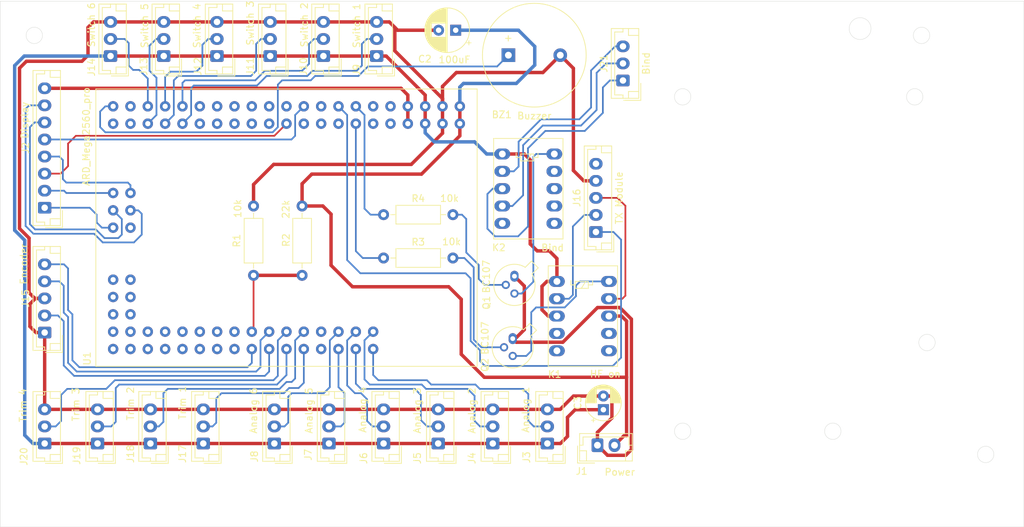
<source format=kicad_pcb>
(kicad_pcb (version 20171130) (host pcbnew 5.1.9+dfsg1-1+deb11u1)

  (general
    (thickness 1.6)
    (drawings 13)
    (tracks 466)
    (zones 0)
    (modules 33)
    (nets 98)
  )

  (page A4)
  (layers
    (0 F.Cu signal)
    (31 B.Cu signal)
    (32 B.Adhes user)
    (33 F.Adhes user)
    (34 B.Paste user)
    (35 F.Paste user)
    (36 B.SilkS user)
    (37 F.SilkS user)
    (38 B.Mask user)
    (39 F.Mask user)
    (40 Dwgs.User user)
    (41 Cmts.User user)
    (42 Eco1.User user)
    (43 Eco2.User user)
    (44 Edge.Cuts user)
    (45 Margin user)
    (46 B.CrtYd user)
    (47 F.CrtYd user)
    (48 B.Fab user)
    (49 F.Fab user)
  )

  (setup
    (last_trace_width 0.5)
    (user_trace_width 0.5)
    (trace_clearance 0.2)
    (zone_clearance 0.508)
    (zone_45_only no)
    (trace_min 0.2)
    (via_size 0.8)
    (via_drill 0.4)
    (via_min_size 0.4)
    (via_min_drill 0.3)
    (uvia_size 0.3)
    (uvia_drill 0.1)
    (uvias_allowed no)
    (uvia_min_size 0.2)
    (uvia_min_drill 0.1)
    (edge_width 0.05)
    (segment_width 0.2)
    (pcb_text_width 0.3)
    (pcb_text_size 1.5 1.5)
    (mod_edge_width 0.12)
    (mod_text_size 1 1)
    (mod_text_width 0.15)
    (pad_size 1.524 1.524)
    (pad_drill 0.762)
    (pad_to_mask_clearance 0)
    (aux_axis_origin 0 0)
    (visible_elements FFFFFF7F)
    (pcbplotparams
      (layerselection 0x010fc_ffffffff)
      (usegerberextensions false)
      (usegerberattributes true)
      (usegerberadvancedattributes true)
      (creategerberjobfile true)
      (excludeedgelayer true)
      (linewidth 0.100000)
      (plotframeref false)
      (viasonmask false)
      (mode 1)
      (useauxorigin false)
      (hpglpennumber 1)
      (hpglpenspeed 20)
      (hpglpendiameter 15.000000)
      (psnegative false)
      (psa4output false)
      (plotreference true)
      (plotvalue true)
      (plotinvisibletext false)
      (padsonsilk false)
      (subtractmaskfromsilk false)
      (outputformat 1)
      (mirror false)
      (drillshape 1)
      (scaleselection 1)
      (outputdirectory ""))
  )

  (net 0 "")
  (net 1 "Net-(U1-Pad9)")
  (net 2 "Net-(U1-Pad10)")
  (net 3 "Net-(U1-Pad11)")
  (net 4 "Net-(U1-Pad12)")
  (net 5 "Net-(U1-Pad15)")
  (net 6 "Net-(U1-Pad17)")
  (net 7 "Net-(U1-Pad18)")
  (net 8 "Net-(U1-Pad19)")
  (net 9 "Net-(U1-Pad22)")
  (net 10 "Net-(U1-Pad23)")
  (net 11 "Net-(U1-Pad24)")
  (net 12 "Net-(U1-Pad25)")
  (net 13 "Net-(U1-Pad26)")
  (net 14 "Net-(U1-Pad27)")
  (net 15 "Net-(U1-Pad28)")
  (net 16 "Net-(U1-Pad29)")
  (net 17 "Net-(U1-Pad30)")
  (net 18 "Net-(U1-Pad31)")
  (net 19 "Net-(U1-Pad32)")
  (net 20 "Net-(U1-Pad39)")
  (net 21 "Net-(U1-Pad40)")
  (net 22 "Net-(U1-Pad41)")
  (net 23 "Net-(U1-Pad49)")
  (net 24 "Net-(U1-Pad59)")
  (net 25 "Net-(U1-Pad60)")
  (net 26 "Net-(U1-Pad61)")
  (net 27 "Net-(U1-Pad62)")
  (net 28 "Net-(U1-Pad63)")
  (net 29 "Net-(U1-Pad64)")
  (net 30 "Net-(U1-Pad65)")
  (net 31 "Net-(U1-Pad66)")
  (net 32 "Net-(U1-Pad67)")
  (net 33 "Net-(U1-Pad68)")
  (net 34 "Net-(U1-Pad69)")
  (net 35 "Net-(U1-Pad70)")
  (net 36 "Net-(U1-Pad71)")
  (net 37 "Net-(U1-Pad72)")
  (net 38 "Net-(U1-Pad73)")
  (net 39 "Net-(U1-Pad74)")
  (net 40 "Net-(U1-Pad75)")
  (net 41 "Net-(U1-Pad76)")
  (net 42 "Net-(U1-Pad77)")
  (net 43 "Net-(U1-Pad78)")
  (net 44 "Net-(U1-Pad79)")
  (net 45 "Net-(U1-Pad80)")
  (net 46 "Net-(J2-Pad1)")
  (net 47 "Net-(J2-Pad2)")
  (net 48 "Net-(J2-Pad3)")
  (net 49 "Net-(J2-Pad4)")
  (net 50 "Net-(J2-Pad5)")
  (net 51 "Net-(J2-Pad6)")
  (net 52 "Net-(J2-Pad7)")
  (net 53 "Net-(J2-Pad8)")
  (net 54 "Net-(U1-Pad82)")
  (net 55 "Net-(J3-Pad2)")
  (net 56 "Net-(J4-Pad2)")
  (net 57 "Net-(J5-Pad2)")
  (net 58 "Net-(J6-Pad2)")
  (net 59 "Net-(J7-Pad2)")
  (net 60 "Net-(J8-Pad2)")
  (net 61 "Net-(J9-Pad2)")
  (net 62 "Net-(J10-Pad2)")
  (net 63 "Net-(J11-Pad2)")
  (net 64 "Net-(J12-Pad2)")
  (net 65 "Net-(J13-Pad2)")
  (net 66 "Net-(J14-Pad2)")
  (net 67 "Net-(J15-Pad5)")
  (net 68 "Net-(J15-Pad4)")
  (net 69 "Net-(J15-Pad2)")
  (net 70 "Net-(J16-Pad1)")
  (net 71 "Net-(J16-Pad5)")
  (net 72 "Net-(C2-Pad1)")
  (net 73 "Net-(C3-Pad1)")
  (net 74 "Net-(BZ1-Pad1)")
  (net 75 "Net-(BZ1-Pad2)")
  (net 76 "Net-(J16-Pad2)")
  (net 77 "Net-(J16-Pad3)")
  (net 78 "Net-(J17-Pad2)")
  (net 79 "Net-(J18-Pad2)")
  (net 80 "Net-(J19-Pad2)")
  (net 81 "Net-(J20-Pad2)")
  (net 82 "Net-(J21-Pad1)")
  (net 83 "Net-(J21-Pad2)")
  (net 84 "Net-(J21-Pad3)")
  (net 85 "Net-(K1-Pad7)")
  (net 86 "Net-(K1-Pad4)")
  (net 87 "Net-(K2-Pad7)")
  (net 88 "Net-(K2-Pad8)")
  (net 89 "Net-(K2-Pad9)")
  (net 90 "Net-(R1-Pad2)")
  (net 91 "Net-(U1-Pad50)")
  (net 92 "Net-(K1-Pad10)")
  (net 93 "Net-(K2-Pad10)")
  (net 94 "Net-(Q1-Pad2)")
  (net 95 "Net-(Q2-Pad2)")
  (net 96 "Net-(R3-Pad2)")
  (net 97 "Net-(R4-Pad1)")

  (net_class Default "This is the default net class."
    (clearance 0.2)
    (trace_width 0.25)
    (via_dia 0.8)
    (via_drill 0.4)
    (uvia_dia 0.3)
    (uvia_drill 0.1)
    (add_net "Net-(BZ1-Pad1)")
    (add_net "Net-(BZ1-Pad2)")
    (add_net "Net-(C2-Pad1)")
    (add_net "Net-(C3-Pad1)")
    (add_net "Net-(J10-Pad2)")
    (add_net "Net-(J11-Pad2)")
    (add_net "Net-(J12-Pad2)")
    (add_net "Net-(J13-Pad2)")
    (add_net "Net-(J14-Pad2)")
    (add_net "Net-(J15-Pad2)")
    (add_net "Net-(J15-Pad4)")
    (add_net "Net-(J15-Pad5)")
    (add_net "Net-(J16-Pad1)")
    (add_net "Net-(J16-Pad2)")
    (add_net "Net-(J16-Pad3)")
    (add_net "Net-(J16-Pad5)")
    (add_net "Net-(J17-Pad2)")
    (add_net "Net-(J18-Pad2)")
    (add_net "Net-(J19-Pad2)")
    (add_net "Net-(J2-Pad1)")
    (add_net "Net-(J2-Pad2)")
    (add_net "Net-(J2-Pad3)")
    (add_net "Net-(J2-Pad4)")
    (add_net "Net-(J2-Pad5)")
    (add_net "Net-(J2-Pad6)")
    (add_net "Net-(J2-Pad7)")
    (add_net "Net-(J2-Pad8)")
    (add_net "Net-(J20-Pad2)")
    (add_net "Net-(J21-Pad1)")
    (add_net "Net-(J21-Pad2)")
    (add_net "Net-(J21-Pad3)")
    (add_net "Net-(J3-Pad2)")
    (add_net "Net-(J4-Pad2)")
    (add_net "Net-(J5-Pad2)")
    (add_net "Net-(J6-Pad2)")
    (add_net "Net-(J7-Pad2)")
    (add_net "Net-(J8-Pad2)")
    (add_net "Net-(J9-Pad2)")
    (add_net "Net-(K1-Pad10)")
    (add_net "Net-(K1-Pad4)")
    (add_net "Net-(K1-Pad7)")
    (add_net "Net-(K2-Pad10)")
    (add_net "Net-(K2-Pad7)")
    (add_net "Net-(K2-Pad8)")
    (add_net "Net-(K2-Pad9)")
    (add_net "Net-(Q1-Pad2)")
    (add_net "Net-(Q2-Pad2)")
    (add_net "Net-(R1-Pad2)")
    (add_net "Net-(R3-Pad2)")
    (add_net "Net-(R4-Pad1)")
    (add_net "Net-(U1-Pad10)")
    (add_net "Net-(U1-Pad11)")
    (add_net "Net-(U1-Pad12)")
    (add_net "Net-(U1-Pad15)")
    (add_net "Net-(U1-Pad17)")
    (add_net "Net-(U1-Pad18)")
    (add_net "Net-(U1-Pad19)")
    (add_net "Net-(U1-Pad22)")
    (add_net "Net-(U1-Pad23)")
    (add_net "Net-(U1-Pad24)")
    (add_net "Net-(U1-Pad25)")
    (add_net "Net-(U1-Pad26)")
    (add_net "Net-(U1-Pad27)")
    (add_net "Net-(U1-Pad28)")
    (add_net "Net-(U1-Pad29)")
    (add_net "Net-(U1-Pad30)")
    (add_net "Net-(U1-Pad31)")
    (add_net "Net-(U1-Pad32)")
    (add_net "Net-(U1-Pad39)")
    (add_net "Net-(U1-Pad40)")
    (add_net "Net-(U1-Pad41)")
    (add_net "Net-(U1-Pad49)")
    (add_net "Net-(U1-Pad50)")
    (add_net "Net-(U1-Pad59)")
    (add_net "Net-(U1-Pad60)")
    (add_net "Net-(U1-Pad61)")
    (add_net "Net-(U1-Pad62)")
    (add_net "Net-(U1-Pad63)")
    (add_net "Net-(U1-Pad64)")
    (add_net "Net-(U1-Pad65)")
    (add_net "Net-(U1-Pad66)")
    (add_net "Net-(U1-Pad67)")
    (add_net "Net-(U1-Pad68)")
    (add_net "Net-(U1-Pad69)")
    (add_net "Net-(U1-Pad70)")
    (add_net "Net-(U1-Pad71)")
    (add_net "Net-(U1-Pad72)")
    (add_net "Net-(U1-Pad73)")
    (add_net "Net-(U1-Pad74)")
    (add_net "Net-(U1-Pad75)")
    (add_net "Net-(U1-Pad76)")
    (add_net "Net-(U1-Pad77)")
    (add_net "Net-(U1-Pad78)")
    (add_net "Net-(U1-Pad79)")
    (add_net "Net-(U1-Pad80)")
    (add_net "Net-(U1-Pad82)")
    (add_net "Net-(U1-Pad9)")
  )

  (net_class Wider ""
    (clearance 0.2)
    (trace_width 0.5)
    (via_dia 0.8)
    (via_drill 0.4)
    (uvia_dia 0.3)
    (uvia_drill 0.1)
  )

  (module Buzzer_Beeper:Buzzer_15x7.5RM7.6 (layer F.Cu) (tedit 5A030281) (tstamp 631C58D9)
    (at 154.464 80.899)
    (descr "Generic Buzzer, D15mm height 7.5mm with RM7.6mm")
    (tags buzzer)
    (path /631427C6)
    (fp_text reference BZ1 (at -0.9652 8.7122) (layer F.SilkS)
      (effects (font (size 1 1) (thickness 0.15)))
    )
    (fp_text value Buzzer (at 3.81 8.89) (layer F.SilkS)
      (effects (font (size 1 1) (thickness 0.15)))
    )
    (fp_circle (center 3.8 0) (end 11.4 0) (layer F.SilkS) (width 0.12))
    (fp_circle (center 3.8 0) (end 4.8 0) (layer F.Fab) (width 0.1))
    (fp_circle (center 3.8 0) (end 11.3 0) (layer F.Fab) (width 0.1))
    (fp_circle (center 3.8 0) (end 11.55 0) (layer F.CrtYd) (width 0.05))
    (fp_text user + (at -0.01 -2.54) (layer F.Fab)
      (effects (font (size 1 1) (thickness 0.15)))
    )
    (fp_text user + (at -0.01 -2.54) (layer F.SilkS)
      (effects (font (size 1 1) (thickness 0.15)))
    )
    (fp_text user %R (at 3.8 -4) (layer F.Fab)
      (effects (font (size 1 1) (thickness 0.15)))
    )
    (pad 1 thru_hole rect (at 0 0) (size 2 2) (drill 1) (layers *.Cu *.Mask)
      (net 74 "Net-(BZ1-Pad1)"))
    (pad 2 thru_hole circle (at 7.6 0) (size 2 2) (drill 1) (layers *.Cu *.Mask)
      (net 75 "Net-(BZ1-Pad2)"))
    (model ${KISYS3DMOD}/Buzzer_Beeper.3dshapes/Buzzer_15x7.5RM7.6.wrl
      (at (xyz 0 0 0))
      (scale (xyz 1 1 1))
      (rotate (xyz 0 0 0))
    )
  )

  (module Capacitor_THT:CP_Radial_D6.3mm_P2.50mm (layer F.Cu) (tedit 5AE50EF0) (tstamp 631C596D)
    (at 146.7424 77.2414 180)
    (descr "CP, Radial series, Radial, pin pitch=2.50mm, , diameter=6.3mm, Electrolytic Capacitor")
    (tags "CP Radial series Radial pin pitch 2.50mm  diameter 6.3mm Electrolytic Capacitor")
    (path /62B91980)
    (fp_text reference C2 (at 4.5212 -4.2164) (layer F.SilkS)
      (effects (font (size 1 1) (thickness 0.15)))
    )
    (fp_text value 100uF (at 0.1778 -4.318) (layer F.SilkS)
      (effects (font (size 1 1) (thickness 0.15)))
    )
    (fp_line (start -1.935241 -2.154) (end -1.935241 -1.524) (layer F.SilkS) (width 0.12))
    (fp_line (start -2.250241 -1.839) (end -1.620241 -1.839) (layer F.SilkS) (width 0.12))
    (fp_line (start 4.491 -0.402) (end 4.491 0.402) (layer F.SilkS) (width 0.12))
    (fp_line (start 4.451 -0.633) (end 4.451 0.633) (layer F.SilkS) (width 0.12))
    (fp_line (start 4.411 -0.802) (end 4.411 0.802) (layer F.SilkS) (width 0.12))
    (fp_line (start 4.371 -0.94) (end 4.371 0.94) (layer F.SilkS) (width 0.12))
    (fp_line (start 4.331 -1.059) (end 4.331 1.059) (layer F.SilkS) (width 0.12))
    (fp_line (start 4.291 -1.165) (end 4.291 1.165) (layer F.SilkS) (width 0.12))
    (fp_line (start 4.251 -1.262) (end 4.251 1.262) (layer F.SilkS) (width 0.12))
    (fp_line (start 4.211 -1.35) (end 4.211 1.35) (layer F.SilkS) (width 0.12))
    (fp_line (start 4.171 -1.432) (end 4.171 1.432) (layer F.SilkS) (width 0.12))
    (fp_line (start 4.131 -1.509) (end 4.131 1.509) (layer F.SilkS) (width 0.12))
    (fp_line (start 4.091 -1.581) (end 4.091 1.581) (layer F.SilkS) (width 0.12))
    (fp_line (start 4.051 -1.65) (end 4.051 1.65) (layer F.SilkS) (width 0.12))
    (fp_line (start 4.011 -1.714) (end 4.011 1.714) (layer F.SilkS) (width 0.12))
    (fp_line (start 3.971 -1.776) (end 3.971 1.776) (layer F.SilkS) (width 0.12))
    (fp_line (start 3.931 -1.834) (end 3.931 1.834) (layer F.SilkS) (width 0.12))
    (fp_line (start 3.891 -1.89) (end 3.891 1.89) (layer F.SilkS) (width 0.12))
    (fp_line (start 3.851 -1.944) (end 3.851 1.944) (layer F.SilkS) (width 0.12))
    (fp_line (start 3.811 -1.995) (end 3.811 1.995) (layer F.SilkS) (width 0.12))
    (fp_line (start 3.771 -2.044) (end 3.771 2.044) (layer F.SilkS) (width 0.12))
    (fp_line (start 3.731 -2.092) (end 3.731 2.092) (layer F.SilkS) (width 0.12))
    (fp_line (start 3.691 -2.137) (end 3.691 2.137) (layer F.SilkS) (width 0.12))
    (fp_line (start 3.651 -2.182) (end 3.651 2.182) (layer F.SilkS) (width 0.12))
    (fp_line (start 3.611 -2.224) (end 3.611 2.224) (layer F.SilkS) (width 0.12))
    (fp_line (start 3.571 -2.265) (end 3.571 2.265) (layer F.SilkS) (width 0.12))
    (fp_line (start 3.531 1.04) (end 3.531 2.305) (layer F.SilkS) (width 0.12))
    (fp_line (start 3.531 -2.305) (end 3.531 -1.04) (layer F.SilkS) (width 0.12))
    (fp_line (start 3.491 1.04) (end 3.491 2.343) (layer F.SilkS) (width 0.12))
    (fp_line (start 3.491 -2.343) (end 3.491 -1.04) (layer F.SilkS) (width 0.12))
    (fp_line (start 3.451 1.04) (end 3.451 2.38) (layer F.SilkS) (width 0.12))
    (fp_line (start 3.451 -2.38) (end 3.451 -1.04) (layer F.SilkS) (width 0.12))
    (fp_line (start 3.411 1.04) (end 3.411 2.416) (layer F.SilkS) (width 0.12))
    (fp_line (start 3.411 -2.416) (end 3.411 -1.04) (layer F.SilkS) (width 0.12))
    (fp_line (start 3.371 1.04) (end 3.371 2.45) (layer F.SilkS) (width 0.12))
    (fp_line (start 3.371 -2.45) (end 3.371 -1.04) (layer F.SilkS) (width 0.12))
    (fp_line (start 3.331 1.04) (end 3.331 2.484) (layer F.SilkS) (width 0.12))
    (fp_line (start 3.331 -2.484) (end 3.331 -1.04) (layer F.SilkS) (width 0.12))
    (fp_line (start 3.291 1.04) (end 3.291 2.516) (layer F.SilkS) (width 0.12))
    (fp_line (start 3.291 -2.516) (end 3.291 -1.04) (layer F.SilkS) (width 0.12))
    (fp_line (start 3.251 1.04) (end 3.251 2.548) (layer F.SilkS) (width 0.12))
    (fp_line (start 3.251 -2.548) (end 3.251 -1.04) (layer F.SilkS) (width 0.12))
    (fp_line (start 3.211 1.04) (end 3.211 2.578) (layer F.SilkS) (width 0.12))
    (fp_line (start 3.211 -2.578) (end 3.211 -1.04) (layer F.SilkS) (width 0.12))
    (fp_line (start 3.171 1.04) (end 3.171 2.607) (layer F.SilkS) (width 0.12))
    (fp_line (start 3.171 -2.607) (end 3.171 -1.04) (layer F.SilkS) (width 0.12))
    (fp_line (start 3.131 1.04) (end 3.131 2.636) (layer F.SilkS) (width 0.12))
    (fp_line (start 3.131 -2.636) (end 3.131 -1.04) (layer F.SilkS) (width 0.12))
    (fp_line (start 3.091 1.04) (end 3.091 2.664) (layer F.SilkS) (width 0.12))
    (fp_line (start 3.091 -2.664) (end 3.091 -1.04) (layer F.SilkS) (width 0.12))
    (fp_line (start 3.051 1.04) (end 3.051 2.69) (layer F.SilkS) (width 0.12))
    (fp_line (start 3.051 -2.69) (end 3.051 -1.04) (layer F.SilkS) (width 0.12))
    (fp_line (start 3.011 1.04) (end 3.011 2.716) (layer F.SilkS) (width 0.12))
    (fp_line (start 3.011 -2.716) (end 3.011 -1.04) (layer F.SilkS) (width 0.12))
    (fp_line (start 2.971 1.04) (end 2.971 2.742) (layer F.SilkS) (width 0.12))
    (fp_line (start 2.971 -2.742) (end 2.971 -1.04) (layer F.SilkS) (width 0.12))
    (fp_line (start 2.931 1.04) (end 2.931 2.766) (layer F.SilkS) (width 0.12))
    (fp_line (start 2.931 -2.766) (end 2.931 -1.04) (layer F.SilkS) (width 0.12))
    (fp_line (start 2.891 1.04) (end 2.891 2.79) (layer F.SilkS) (width 0.12))
    (fp_line (start 2.891 -2.79) (end 2.891 -1.04) (layer F.SilkS) (width 0.12))
    (fp_line (start 2.851 1.04) (end 2.851 2.812) (layer F.SilkS) (width 0.12))
    (fp_line (start 2.851 -2.812) (end 2.851 -1.04) (layer F.SilkS) (width 0.12))
    (fp_line (start 2.811 1.04) (end 2.811 2.834) (layer F.SilkS) (width 0.12))
    (fp_line (start 2.811 -2.834) (end 2.811 -1.04) (layer F.SilkS) (width 0.12))
    (fp_line (start 2.771 1.04) (end 2.771 2.856) (layer F.SilkS) (width 0.12))
    (fp_line (start 2.771 -2.856) (end 2.771 -1.04) (layer F.SilkS) (width 0.12))
    (fp_line (start 2.731 1.04) (end 2.731 2.876) (layer F.SilkS) (width 0.12))
    (fp_line (start 2.731 -2.876) (end 2.731 -1.04) (layer F.SilkS) (width 0.12))
    (fp_line (start 2.691 1.04) (end 2.691 2.896) (layer F.SilkS) (width 0.12))
    (fp_line (start 2.691 -2.896) (end 2.691 -1.04) (layer F.SilkS) (width 0.12))
    (fp_line (start 2.651 1.04) (end 2.651 2.916) (layer F.SilkS) (width 0.12))
    (fp_line (start 2.651 -2.916) (end 2.651 -1.04) (layer F.SilkS) (width 0.12))
    (fp_line (start 2.611 1.04) (end 2.611 2.934) (layer F.SilkS) (width 0.12))
    (fp_line (start 2.611 -2.934) (end 2.611 -1.04) (layer F.SilkS) (width 0.12))
    (fp_line (start 2.571 1.04) (end 2.571 2.952) (layer F.SilkS) (width 0.12))
    (fp_line (start 2.571 -2.952) (end 2.571 -1.04) (layer F.SilkS) (width 0.12))
    (fp_line (start 2.531 1.04) (end 2.531 2.97) (layer F.SilkS) (width 0.12))
    (fp_line (start 2.531 -2.97) (end 2.531 -1.04) (layer F.SilkS) (width 0.12))
    (fp_line (start 2.491 1.04) (end 2.491 2.986) (layer F.SilkS) (width 0.12))
    (fp_line (start 2.491 -2.986) (end 2.491 -1.04) (layer F.SilkS) (width 0.12))
    (fp_line (start 2.451 1.04) (end 2.451 3.002) (layer F.SilkS) (width 0.12))
    (fp_line (start 2.451 -3.002) (end 2.451 -1.04) (layer F.SilkS) (width 0.12))
    (fp_line (start 2.411 1.04) (end 2.411 3.018) (layer F.SilkS) (width 0.12))
    (fp_line (start 2.411 -3.018) (end 2.411 -1.04) (layer F.SilkS) (width 0.12))
    (fp_line (start 2.371 1.04) (end 2.371 3.033) (layer F.SilkS) (width 0.12))
    (fp_line (start 2.371 -3.033) (end 2.371 -1.04) (layer F.SilkS) (width 0.12))
    (fp_line (start 2.331 1.04) (end 2.331 3.047) (layer F.SilkS) (width 0.12))
    (fp_line (start 2.331 -3.047) (end 2.331 -1.04) (layer F.SilkS) (width 0.12))
    (fp_line (start 2.291 1.04) (end 2.291 3.061) (layer F.SilkS) (width 0.12))
    (fp_line (start 2.291 -3.061) (end 2.291 -1.04) (layer F.SilkS) (width 0.12))
    (fp_line (start 2.251 1.04) (end 2.251 3.074) (layer F.SilkS) (width 0.12))
    (fp_line (start 2.251 -3.074) (end 2.251 -1.04) (layer F.SilkS) (width 0.12))
    (fp_line (start 2.211 1.04) (end 2.211 3.086) (layer F.SilkS) (width 0.12))
    (fp_line (start 2.211 -3.086) (end 2.211 -1.04) (layer F.SilkS) (width 0.12))
    (fp_line (start 2.171 1.04) (end 2.171 3.098) (layer F.SilkS) (width 0.12))
    (fp_line (start 2.171 -3.098) (end 2.171 -1.04) (layer F.SilkS) (width 0.12))
    (fp_line (start 2.131 1.04) (end 2.131 3.11) (layer F.SilkS) (width 0.12))
    (fp_line (start 2.131 -3.11) (end 2.131 -1.04) (layer F.SilkS) (width 0.12))
    (fp_line (start 2.091 1.04) (end 2.091 3.121) (layer F.SilkS) (width 0.12))
    (fp_line (start 2.091 -3.121) (end 2.091 -1.04) (layer F.SilkS) (width 0.12))
    (fp_line (start 2.051 1.04) (end 2.051 3.131) (layer F.SilkS) (width 0.12))
    (fp_line (start 2.051 -3.131) (end 2.051 -1.04) (layer F.SilkS) (width 0.12))
    (fp_line (start 2.011 1.04) (end 2.011 3.141) (layer F.SilkS) (width 0.12))
    (fp_line (start 2.011 -3.141) (end 2.011 -1.04) (layer F.SilkS) (width 0.12))
    (fp_line (start 1.971 1.04) (end 1.971 3.15) (layer F.SilkS) (width 0.12))
    (fp_line (start 1.971 -3.15) (end 1.971 -1.04) (layer F.SilkS) (width 0.12))
    (fp_line (start 1.93 1.04) (end 1.93 3.159) (layer F.SilkS) (width 0.12))
    (fp_line (start 1.93 -3.159) (end 1.93 -1.04) (layer F.SilkS) (width 0.12))
    (fp_line (start 1.89 1.04) (end 1.89 3.167) (layer F.SilkS) (width 0.12))
    (fp_line (start 1.89 -3.167) (end 1.89 -1.04) (layer F.SilkS) (width 0.12))
    (fp_line (start 1.85 1.04) (end 1.85 3.175) (layer F.SilkS) (width 0.12))
    (fp_line (start 1.85 -3.175) (end 1.85 -1.04) (layer F.SilkS) (width 0.12))
    (fp_line (start 1.81 1.04) (end 1.81 3.182) (layer F.SilkS) (width 0.12))
    (fp_line (start 1.81 -3.182) (end 1.81 -1.04) (layer F.SilkS) (width 0.12))
    (fp_line (start 1.77 1.04) (end 1.77 3.189) (layer F.SilkS) (width 0.12))
    (fp_line (start 1.77 -3.189) (end 1.77 -1.04) (layer F.SilkS) (width 0.12))
    (fp_line (start 1.73 1.04) (end 1.73 3.195) (layer F.SilkS) (width 0.12))
    (fp_line (start 1.73 -3.195) (end 1.73 -1.04) (layer F.SilkS) (width 0.12))
    (fp_line (start 1.69 1.04) (end 1.69 3.201) (layer F.SilkS) (width 0.12))
    (fp_line (start 1.69 -3.201) (end 1.69 -1.04) (layer F.SilkS) (width 0.12))
    (fp_line (start 1.65 1.04) (end 1.65 3.206) (layer F.SilkS) (width 0.12))
    (fp_line (start 1.65 -3.206) (end 1.65 -1.04) (layer F.SilkS) (width 0.12))
    (fp_line (start 1.61 1.04) (end 1.61 3.211) (layer F.SilkS) (width 0.12))
    (fp_line (start 1.61 -3.211) (end 1.61 -1.04) (layer F.SilkS) (width 0.12))
    (fp_line (start 1.57 1.04) (end 1.57 3.215) (layer F.SilkS) (width 0.12))
    (fp_line (start 1.57 -3.215) (end 1.57 -1.04) (layer F.SilkS) (width 0.12))
    (fp_line (start 1.53 1.04) (end 1.53 3.218) (layer F.SilkS) (width 0.12))
    (fp_line (start 1.53 -3.218) (end 1.53 -1.04) (layer F.SilkS) (width 0.12))
    (fp_line (start 1.49 1.04) (end 1.49 3.222) (layer F.SilkS) (width 0.12))
    (fp_line (start 1.49 -3.222) (end 1.49 -1.04) (layer F.SilkS) (width 0.12))
    (fp_line (start 1.45 -3.224) (end 1.45 3.224) (layer F.SilkS) (width 0.12))
    (fp_line (start 1.41 -3.227) (end 1.41 3.227) (layer F.SilkS) (width 0.12))
    (fp_line (start 1.37 -3.228) (end 1.37 3.228) (layer F.SilkS) (width 0.12))
    (fp_line (start 1.33 -3.23) (end 1.33 3.23) (layer F.SilkS) (width 0.12))
    (fp_line (start 1.29 -3.23) (end 1.29 3.23) (layer F.SilkS) (width 0.12))
    (fp_line (start 1.25 -3.23) (end 1.25 3.23) (layer F.SilkS) (width 0.12))
    (fp_line (start -1.128972 -1.6885) (end -1.128972 -1.0585) (layer F.Fab) (width 0.1))
    (fp_line (start -1.443972 -1.3735) (end -0.813972 -1.3735) (layer F.Fab) (width 0.1))
    (fp_circle (center 1.25 0) (end 4.65 0) (layer F.CrtYd) (width 0.05))
    (fp_circle (center 1.25 0) (end 4.52 0) (layer F.SilkS) (width 0.12))
    (fp_circle (center 1.25 0) (end 4.4 0) (layer F.Fab) (width 0.1))
    (fp_text user %R (at 1.25 0) (layer F.Fab)
      (effects (font (size 1 1) (thickness 0.15)))
    )
    (pad 1 thru_hole rect (at 0 0 180) (size 1.6 1.6) (drill 0.8) (layers *.Cu *.Mask)
      (net 72 "Net-(C2-Pad1)"))
    (pad 2 thru_hole circle (at 2.5 0 180) (size 1.6 1.6) (drill 0.8) (layers *.Cu *.Mask)
      (net 75 "Net-(BZ1-Pad2)"))
    (model ${KISYS3DMOD}/Capacitor_THT.3dshapes/CP_Radial_D6.3mm_P2.50mm.wrl
      (at (xyz 0 0 0))
      (scale (xyz 1 1 1))
      (rotate (xyz 0 0 0))
    )
  )

  (module Capacitor_THT:CP_Radial_D5.0mm_P2.00mm (layer F.Cu) (tedit 5AE50EF0) (tstamp 631CFC5F)
    (at 168.3832 132.842 90)
    (descr "CP, Radial series, Radial, pin pitch=2.00mm, , diameter=5mm, Electrolytic Capacitor")
    (tags "CP Radial series Radial pin pitch 2.00mm  diameter 5mm Electrolytic Capacitor")
    (path /62C91123)
    (fp_text reference C3 (at 1 -3.75 90) (layer F.SilkS)
      (effects (font (size 1 1) (thickness 0.15)))
    )
    (fp_text value 10uF (at 1 3.75 90) (layer F.Fab)
      (effects (font (size 1 1) (thickness 0.15)))
    )
    (fp_line (start -1.554775 -1.725) (end -1.554775 -1.225) (layer F.SilkS) (width 0.12))
    (fp_line (start -1.804775 -1.475) (end -1.304775 -1.475) (layer F.SilkS) (width 0.12))
    (fp_line (start 3.601 -0.284) (end 3.601 0.284) (layer F.SilkS) (width 0.12))
    (fp_line (start 3.561 -0.518) (end 3.561 0.518) (layer F.SilkS) (width 0.12))
    (fp_line (start 3.521 -0.677) (end 3.521 0.677) (layer F.SilkS) (width 0.12))
    (fp_line (start 3.481 -0.805) (end 3.481 0.805) (layer F.SilkS) (width 0.12))
    (fp_line (start 3.441 -0.915) (end 3.441 0.915) (layer F.SilkS) (width 0.12))
    (fp_line (start 3.401 -1.011) (end 3.401 1.011) (layer F.SilkS) (width 0.12))
    (fp_line (start 3.361 -1.098) (end 3.361 1.098) (layer F.SilkS) (width 0.12))
    (fp_line (start 3.321 -1.178) (end 3.321 1.178) (layer F.SilkS) (width 0.12))
    (fp_line (start 3.281 -1.251) (end 3.281 1.251) (layer F.SilkS) (width 0.12))
    (fp_line (start 3.241 -1.319) (end 3.241 1.319) (layer F.SilkS) (width 0.12))
    (fp_line (start 3.201 -1.383) (end 3.201 1.383) (layer F.SilkS) (width 0.12))
    (fp_line (start 3.161 -1.443) (end 3.161 1.443) (layer F.SilkS) (width 0.12))
    (fp_line (start 3.121 -1.5) (end 3.121 1.5) (layer F.SilkS) (width 0.12))
    (fp_line (start 3.081 -1.554) (end 3.081 1.554) (layer F.SilkS) (width 0.12))
    (fp_line (start 3.041 -1.605) (end 3.041 1.605) (layer F.SilkS) (width 0.12))
    (fp_line (start 3.001 1.04) (end 3.001 1.653) (layer F.SilkS) (width 0.12))
    (fp_line (start 3.001 -1.653) (end 3.001 -1.04) (layer F.SilkS) (width 0.12))
    (fp_line (start 2.961 1.04) (end 2.961 1.699) (layer F.SilkS) (width 0.12))
    (fp_line (start 2.961 -1.699) (end 2.961 -1.04) (layer F.SilkS) (width 0.12))
    (fp_line (start 2.921 1.04) (end 2.921 1.743) (layer F.SilkS) (width 0.12))
    (fp_line (start 2.921 -1.743) (end 2.921 -1.04) (layer F.SilkS) (width 0.12))
    (fp_line (start 2.881 1.04) (end 2.881 1.785) (layer F.SilkS) (width 0.12))
    (fp_line (start 2.881 -1.785) (end 2.881 -1.04) (layer F.SilkS) (width 0.12))
    (fp_line (start 2.841 1.04) (end 2.841 1.826) (layer F.SilkS) (width 0.12))
    (fp_line (start 2.841 -1.826) (end 2.841 -1.04) (layer F.SilkS) (width 0.12))
    (fp_line (start 2.801 1.04) (end 2.801 1.864) (layer F.SilkS) (width 0.12))
    (fp_line (start 2.801 -1.864) (end 2.801 -1.04) (layer F.SilkS) (width 0.12))
    (fp_line (start 2.761 1.04) (end 2.761 1.901) (layer F.SilkS) (width 0.12))
    (fp_line (start 2.761 -1.901) (end 2.761 -1.04) (layer F.SilkS) (width 0.12))
    (fp_line (start 2.721 1.04) (end 2.721 1.937) (layer F.SilkS) (width 0.12))
    (fp_line (start 2.721 -1.937) (end 2.721 -1.04) (layer F.SilkS) (width 0.12))
    (fp_line (start 2.681 1.04) (end 2.681 1.971) (layer F.SilkS) (width 0.12))
    (fp_line (start 2.681 -1.971) (end 2.681 -1.04) (layer F.SilkS) (width 0.12))
    (fp_line (start 2.641 1.04) (end 2.641 2.004) (layer F.SilkS) (width 0.12))
    (fp_line (start 2.641 -2.004) (end 2.641 -1.04) (layer F.SilkS) (width 0.12))
    (fp_line (start 2.601 1.04) (end 2.601 2.035) (layer F.SilkS) (width 0.12))
    (fp_line (start 2.601 -2.035) (end 2.601 -1.04) (layer F.SilkS) (width 0.12))
    (fp_line (start 2.561 1.04) (end 2.561 2.065) (layer F.SilkS) (width 0.12))
    (fp_line (start 2.561 -2.065) (end 2.561 -1.04) (layer F.SilkS) (width 0.12))
    (fp_line (start 2.521 1.04) (end 2.521 2.095) (layer F.SilkS) (width 0.12))
    (fp_line (start 2.521 -2.095) (end 2.521 -1.04) (layer F.SilkS) (width 0.12))
    (fp_line (start 2.481 1.04) (end 2.481 2.122) (layer F.SilkS) (width 0.12))
    (fp_line (start 2.481 -2.122) (end 2.481 -1.04) (layer F.SilkS) (width 0.12))
    (fp_line (start 2.441 1.04) (end 2.441 2.149) (layer F.SilkS) (width 0.12))
    (fp_line (start 2.441 -2.149) (end 2.441 -1.04) (layer F.SilkS) (width 0.12))
    (fp_line (start 2.401 1.04) (end 2.401 2.175) (layer F.SilkS) (width 0.12))
    (fp_line (start 2.401 -2.175) (end 2.401 -1.04) (layer F.SilkS) (width 0.12))
    (fp_line (start 2.361 1.04) (end 2.361 2.2) (layer F.SilkS) (width 0.12))
    (fp_line (start 2.361 -2.2) (end 2.361 -1.04) (layer F.SilkS) (width 0.12))
    (fp_line (start 2.321 1.04) (end 2.321 2.224) (layer F.SilkS) (width 0.12))
    (fp_line (start 2.321 -2.224) (end 2.321 -1.04) (layer F.SilkS) (width 0.12))
    (fp_line (start 2.281 1.04) (end 2.281 2.247) (layer F.SilkS) (width 0.12))
    (fp_line (start 2.281 -2.247) (end 2.281 -1.04) (layer F.SilkS) (width 0.12))
    (fp_line (start 2.241 1.04) (end 2.241 2.268) (layer F.SilkS) (width 0.12))
    (fp_line (start 2.241 -2.268) (end 2.241 -1.04) (layer F.SilkS) (width 0.12))
    (fp_line (start 2.201 1.04) (end 2.201 2.29) (layer F.SilkS) (width 0.12))
    (fp_line (start 2.201 -2.29) (end 2.201 -1.04) (layer F.SilkS) (width 0.12))
    (fp_line (start 2.161 1.04) (end 2.161 2.31) (layer F.SilkS) (width 0.12))
    (fp_line (start 2.161 -2.31) (end 2.161 -1.04) (layer F.SilkS) (width 0.12))
    (fp_line (start 2.121 1.04) (end 2.121 2.329) (layer F.SilkS) (width 0.12))
    (fp_line (start 2.121 -2.329) (end 2.121 -1.04) (layer F.SilkS) (width 0.12))
    (fp_line (start 2.081 1.04) (end 2.081 2.348) (layer F.SilkS) (width 0.12))
    (fp_line (start 2.081 -2.348) (end 2.081 -1.04) (layer F.SilkS) (width 0.12))
    (fp_line (start 2.041 1.04) (end 2.041 2.365) (layer F.SilkS) (width 0.12))
    (fp_line (start 2.041 -2.365) (end 2.041 -1.04) (layer F.SilkS) (width 0.12))
    (fp_line (start 2.001 1.04) (end 2.001 2.382) (layer F.SilkS) (width 0.12))
    (fp_line (start 2.001 -2.382) (end 2.001 -1.04) (layer F.SilkS) (width 0.12))
    (fp_line (start 1.961 1.04) (end 1.961 2.398) (layer F.SilkS) (width 0.12))
    (fp_line (start 1.961 -2.398) (end 1.961 -1.04) (layer F.SilkS) (width 0.12))
    (fp_line (start 1.921 1.04) (end 1.921 2.414) (layer F.SilkS) (width 0.12))
    (fp_line (start 1.921 -2.414) (end 1.921 -1.04) (layer F.SilkS) (width 0.12))
    (fp_line (start 1.881 1.04) (end 1.881 2.428) (layer F.SilkS) (width 0.12))
    (fp_line (start 1.881 -2.428) (end 1.881 -1.04) (layer F.SilkS) (width 0.12))
    (fp_line (start 1.841 1.04) (end 1.841 2.442) (layer F.SilkS) (width 0.12))
    (fp_line (start 1.841 -2.442) (end 1.841 -1.04) (layer F.SilkS) (width 0.12))
    (fp_line (start 1.801 1.04) (end 1.801 2.455) (layer F.SilkS) (width 0.12))
    (fp_line (start 1.801 -2.455) (end 1.801 -1.04) (layer F.SilkS) (width 0.12))
    (fp_line (start 1.761 1.04) (end 1.761 2.468) (layer F.SilkS) (width 0.12))
    (fp_line (start 1.761 -2.468) (end 1.761 -1.04) (layer F.SilkS) (width 0.12))
    (fp_line (start 1.721 1.04) (end 1.721 2.48) (layer F.SilkS) (width 0.12))
    (fp_line (start 1.721 -2.48) (end 1.721 -1.04) (layer F.SilkS) (width 0.12))
    (fp_line (start 1.68 1.04) (end 1.68 2.491) (layer F.SilkS) (width 0.12))
    (fp_line (start 1.68 -2.491) (end 1.68 -1.04) (layer F.SilkS) (width 0.12))
    (fp_line (start 1.64 1.04) (end 1.64 2.501) (layer F.SilkS) (width 0.12))
    (fp_line (start 1.64 -2.501) (end 1.64 -1.04) (layer F.SilkS) (width 0.12))
    (fp_line (start 1.6 1.04) (end 1.6 2.511) (layer F.SilkS) (width 0.12))
    (fp_line (start 1.6 -2.511) (end 1.6 -1.04) (layer F.SilkS) (width 0.12))
    (fp_line (start 1.56 1.04) (end 1.56 2.52) (layer F.SilkS) (width 0.12))
    (fp_line (start 1.56 -2.52) (end 1.56 -1.04) (layer F.SilkS) (width 0.12))
    (fp_line (start 1.52 1.04) (end 1.52 2.528) (layer F.SilkS) (width 0.12))
    (fp_line (start 1.52 -2.528) (end 1.52 -1.04) (layer F.SilkS) (width 0.12))
    (fp_line (start 1.48 1.04) (end 1.48 2.536) (layer F.SilkS) (width 0.12))
    (fp_line (start 1.48 -2.536) (end 1.48 -1.04) (layer F.SilkS) (width 0.12))
    (fp_line (start 1.44 1.04) (end 1.44 2.543) (layer F.SilkS) (width 0.12))
    (fp_line (start 1.44 -2.543) (end 1.44 -1.04) (layer F.SilkS) (width 0.12))
    (fp_line (start 1.4 1.04) (end 1.4 2.55) (layer F.SilkS) (width 0.12))
    (fp_line (start 1.4 -2.55) (end 1.4 -1.04) (layer F.SilkS) (width 0.12))
    (fp_line (start 1.36 1.04) (end 1.36 2.556) (layer F.SilkS) (width 0.12))
    (fp_line (start 1.36 -2.556) (end 1.36 -1.04) (layer F.SilkS) (width 0.12))
    (fp_line (start 1.32 1.04) (end 1.32 2.561) (layer F.SilkS) (width 0.12))
    (fp_line (start 1.32 -2.561) (end 1.32 -1.04) (layer F.SilkS) (width 0.12))
    (fp_line (start 1.28 1.04) (end 1.28 2.565) (layer F.SilkS) (width 0.12))
    (fp_line (start 1.28 -2.565) (end 1.28 -1.04) (layer F.SilkS) (width 0.12))
    (fp_line (start 1.24 1.04) (end 1.24 2.569) (layer F.SilkS) (width 0.12))
    (fp_line (start 1.24 -2.569) (end 1.24 -1.04) (layer F.SilkS) (width 0.12))
    (fp_line (start 1.2 1.04) (end 1.2 2.573) (layer F.SilkS) (width 0.12))
    (fp_line (start 1.2 -2.573) (end 1.2 -1.04) (layer F.SilkS) (width 0.12))
    (fp_line (start 1.16 1.04) (end 1.16 2.576) (layer F.SilkS) (width 0.12))
    (fp_line (start 1.16 -2.576) (end 1.16 -1.04) (layer F.SilkS) (width 0.12))
    (fp_line (start 1.12 1.04) (end 1.12 2.578) (layer F.SilkS) (width 0.12))
    (fp_line (start 1.12 -2.578) (end 1.12 -1.04) (layer F.SilkS) (width 0.12))
    (fp_line (start 1.08 1.04) (end 1.08 2.579) (layer F.SilkS) (width 0.12))
    (fp_line (start 1.08 -2.579) (end 1.08 -1.04) (layer F.SilkS) (width 0.12))
    (fp_line (start 1.04 -2.58) (end 1.04 -1.04) (layer F.SilkS) (width 0.12))
    (fp_line (start 1.04 1.04) (end 1.04 2.58) (layer F.SilkS) (width 0.12))
    (fp_line (start 1 -2.58) (end 1 -1.04) (layer F.SilkS) (width 0.12))
    (fp_line (start 1 1.04) (end 1 2.58) (layer F.SilkS) (width 0.12))
    (fp_line (start -0.883605 -1.3375) (end -0.883605 -0.8375) (layer F.Fab) (width 0.1))
    (fp_line (start -1.133605 -1.0875) (end -0.633605 -1.0875) (layer F.Fab) (width 0.1))
    (fp_circle (center 1 0) (end 3.75 0) (layer F.CrtYd) (width 0.05))
    (fp_circle (center 1 0) (end 3.62 0) (layer F.SilkS) (width 0.12))
    (fp_circle (center 1 0) (end 3.5 0) (layer F.Fab) (width 0.1))
    (fp_text user %R (at 1 0 90) (layer F.Fab)
      (effects (font (size 1 1) (thickness 0.15)))
    )
    (pad 1 thru_hole rect (at 0 0 90) (size 1.6 1.6) (drill 0.8) (layers *.Cu *.Mask)
      (net 73 "Net-(C3-Pad1)"))
    (pad 2 thru_hole circle (at 2 0 90) (size 1.6 1.6) (drill 0.8) (layers *.Cu *.Mask)
      (net 75 "Net-(BZ1-Pad2)"))
    (model ${KISYS3DMOD}/Capacitor_THT.3dshapes/CP_Radial_D5.0mm_P2.00mm.wrl
      (at (xyz 0 0 0))
      (scale (xyz 1 1 1))
      (rotate (xyz 0 0 0))
    )
  )

  (module Connector_JST:JST_EH_B2B-EH-A_1x02_P2.50mm_Vertical (layer F.Cu) (tedit 5C28142C) (tstamp 631C5A10)
    (at 167.513 138.049)
    (descr "JST EH series connector, B2B-EH-A (http://www.jst-mfg.com/product/pdf/eng/eEH.pdf), generated with kicad-footprint-generator")
    (tags "connector JST EH vertical")
    (path /6292B0CC)
    (fp_text reference J1 (at -2.3114 3.81) (layer F.SilkS)
      (effects (font (size 1 1) (thickness 0.15)))
    )
    (fp_text value Power (at 3.2766 3.937) (layer F.SilkS)
      (effects (font (size 1 1) (thickness 0.15)))
    )
    (fp_line (start -2.91 2.61) (end -0.41 2.61) (layer F.Fab) (width 0.1))
    (fp_line (start -2.91 0.11) (end -2.91 2.61) (layer F.Fab) (width 0.1))
    (fp_line (start -2.91 2.61) (end -0.41 2.61) (layer F.SilkS) (width 0.12))
    (fp_line (start -2.91 0.11) (end -2.91 2.61) (layer F.SilkS) (width 0.12))
    (fp_line (start 4.11 0.81) (end 4.11 2.31) (layer F.SilkS) (width 0.12))
    (fp_line (start 5.11 0.81) (end 4.11 0.81) (layer F.SilkS) (width 0.12))
    (fp_line (start -1.61 0.81) (end -1.61 2.31) (layer F.SilkS) (width 0.12))
    (fp_line (start -2.61 0.81) (end -1.61 0.81) (layer F.SilkS) (width 0.12))
    (fp_line (start 4.61 0) (end 5.11 0) (layer F.SilkS) (width 0.12))
    (fp_line (start 4.61 -1.21) (end 4.61 0) (layer F.SilkS) (width 0.12))
    (fp_line (start -2.11 -1.21) (end 4.61 -1.21) (layer F.SilkS) (width 0.12))
    (fp_line (start -2.11 0) (end -2.11 -1.21) (layer F.SilkS) (width 0.12))
    (fp_line (start -2.61 0) (end -2.11 0) (layer F.SilkS) (width 0.12))
    (fp_line (start 5.11 -1.71) (end -2.61 -1.71) (layer F.SilkS) (width 0.12))
    (fp_line (start 5.11 2.31) (end 5.11 -1.71) (layer F.SilkS) (width 0.12))
    (fp_line (start -2.61 2.31) (end 5.11 2.31) (layer F.SilkS) (width 0.12))
    (fp_line (start -2.61 -1.71) (end -2.61 2.31) (layer F.SilkS) (width 0.12))
    (fp_line (start 5.5 -2.1) (end -3 -2.1) (layer F.CrtYd) (width 0.05))
    (fp_line (start 5.5 2.7) (end 5.5 -2.1) (layer F.CrtYd) (width 0.05))
    (fp_line (start -3 2.7) (end 5.5 2.7) (layer F.CrtYd) (width 0.05))
    (fp_line (start -3 -2.1) (end -3 2.7) (layer F.CrtYd) (width 0.05))
    (fp_line (start 5 -1.6) (end -2.5 -1.6) (layer F.Fab) (width 0.1))
    (fp_line (start 5 2.2) (end 5 -1.6) (layer F.Fab) (width 0.1))
    (fp_line (start -2.5 2.2) (end 5 2.2) (layer F.Fab) (width 0.1))
    (fp_line (start -2.5 -1.6) (end -2.5 2.2) (layer F.Fab) (width 0.1))
    (fp_text user %R (at 1.25 1.5) (layer F.Fab)
      (effects (font (size 1 1) (thickness 0.15)))
    )
    (pad 1 thru_hole roundrect (at 0 0) (size 1.7 2) (drill 1) (layers *.Cu *.Mask) (roundrect_rratio 0.147059)
      (net 75 "Net-(BZ1-Pad2)"))
    (pad 2 thru_hole oval (at 2.5 0) (size 1.7 2) (drill 1) (layers *.Cu *.Mask)
      (net 72 "Net-(C2-Pad1)"))
    (model ${KISYS3DMOD}/Connector_JST.3dshapes/JST_EH_B2B-EH-A_1x02_P2.50mm_Vertical.wrl
      (at (xyz 0 0 0))
      (scale (xyz 1 1 1))
      (rotate (xyz 0 0 0))
    )
  )

  (module Connector_JST:JST_EH_B8B-EH-A_1x08_P2.50mm_Vertical (layer F.Cu) (tedit 5C28142D) (tstamp 631C5A36)
    (at 86.519 103.251 90)
    (descr "JST EH series connector, B8B-EH-A (http://www.jst-mfg.com/product/pdf/eng/eEH.pdf), generated with kicad-footprint-generator")
    (tags "connector JST EH vertical")
    (path /62918A66)
    (fp_text reference J2 (at 8.75 -2.8 90) (layer F.SilkS)
      (effects (font (size 1 1) (thickness 0.15)))
    )
    (fp_text value Display (at 12.827 -2.921 90) (layer F.SilkS)
      (effects (font (size 1 1) (thickness 0.15)))
    )
    (fp_line (start -2.91 2.61) (end -0.41 2.61) (layer F.Fab) (width 0.1))
    (fp_line (start -2.91 0.11) (end -2.91 2.61) (layer F.Fab) (width 0.1))
    (fp_line (start -2.91 2.61) (end -0.41 2.61) (layer F.SilkS) (width 0.12))
    (fp_line (start -2.91 0.11) (end -2.91 2.61) (layer F.SilkS) (width 0.12))
    (fp_line (start 19.11 0.81) (end 19.11 2.31) (layer F.SilkS) (width 0.12))
    (fp_line (start 20.11 0.81) (end 19.11 0.81) (layer F.SilkS) (width 0.12))
    (fp_line (start -1.61 0.81) (end -1.61 2.31) (layer F.SilkS) (width 0.12))
    (fp_line (start -2.61 0.81) (end -1.61 0.81) (layer F.SilkS) (width 0.12))
    (fp_line (start 19.61 0) (end 20.11 0) (layer F.SilkS) (width 0.12))
    (fp_line (start 19.61 -1.21) (end 19.61 0) (layer F.SilkS) (width 0.12))
    (fp_line (start -2.11 -1.21) (end 19.61 -1.21) (layer F.SilkS) (width 0.12))
    (fp_line (start -2.11 0) (end -2.11 -1.21) (layer F.SilkS) (width 0.12))
    (fp_line (start -2.61 0) (end -2.11 0) (layer F.SilkS) (width 0.12))
    (fp_line (start 20.11 -1.71) (end -2.61 -1.71) (layer F.SilkS) (width 0.12))
    (fp_line (start 20.11 2.31) (end 20.11 -1.71) (layer F.SilkS) (width 0.12))
    (fp_line (start -2.61 2.31) (end 20.11 2.31) (layer F.SilkS) (width 0.12))
    (fp_line (start -2.61 -1.71) (end -2.61 2.31) (layer F.SilkS) (width 0.12))
    (fp_line (start 20.5 -2.1) (end -3 -2.1) (layer F.CrtYd) (width 0.05))
    (fp_line (start 20.5 2.7) (end 20.5 -2.1) (layer F.CrtYd) (width 0.05))
    (fp_line (start -3 2.7) (end 20.5 2.7) (layer F.CrtYd) (width 0.05))
    (fp_line (start -3 -2.1) (end -3 2.7) (layer F.CrtYd) (width 0.05))
    (fp_line (start 20 -1.6) (end -2.5 -1.6) (layer F.Fab) (width 0.1))
    (fp_line (start 20 2.2) (end 20 -1.6) (layer F.Fab) (width 0.1))
    (fp_line (start -2.5 2.2) (end 20 2.2) (layer F.Fab) (width 0.1))
    (fp_line (start -2.5 -1.6) (end -2.5 2.2) (layer F.Fab) (width 0.1))
    (fp_text user %R (at 8.75 1.5 90) (layer F.Fab)
      (effects (font (size 1 1) (thickness 0.15)))
    )
    (pad 1 thru_hole roundrect (at 0 0 90) (size 1.7 1.95) (drill 0.95) (layers *.Cu *.Mask) (roundrect_rratio 0.147059)
      (net 46 "Net-(J2-Pad1)"))
    (pad 2 thru_hole oval (at 2.5 0 90) (size 1.7 1.95) (drill 0.95) (layers *.Cu *.Mask)
      (net 47 "Net-(J2-Pad2)"))
    (pad 3 thru_hole oval (at 5 0 90) (size 1.7 1.95) (drill 0.95) (layers *.Cu *.Mask)
      (net 48 "Net-(J2-Pad3)"))
    (pad 4 thru_hole oval (at 7.5 0 90) (size 1.7 1.95) (drill 0.95) (layers *.Cu *.Mask)
      (net 49 "Net-(J2-Pad4)"))
    (pad 5 thru_hole oval (at 10 0 90) (size 1.7 1.95) (drill 0.95) (layers *.Cu *.Mask)
      (net 50 "Net-(J2-Pad5)"))
    (pad 6 thru_hole oval (at 12.5 0 90) (size 1.7 1.95) (drill 0.95) (layers *.Cu *.Mask)
      (net 51 "Net-(J2-Pad6)"))
    (pad 7 thru_hole oval (at 15 0 90) (size 1.7 1.95) (drill 0.95) (layers *.Cu *.Mask)
      (net 52 "Net-(J2-Pad7)"))
    (pad 8 thru_hole oval (at 17.5 0 90) (size 1.7 1.95) (drill 0.95) (layers *.Cu *.Mask)
      (net 53 "Net-(J2-Pad8)"))
    (model ${KISYS3DMOD}/Connector_JST.3dshapes/JST_EH_B8B-EH-A_1x08_P2.50mm_Vertical.wrl
      (at (xyz 0 0 0))
      (scale (xyz 1 1 1))
      (rotate (xyz 0 0 0))
    )
  )

  (module Connector_JST:JST_EH_B3B-EH-A_1x03_P2.50mm_Vertical (layer F.Cu) (tedit 5C28142C) (tstamp 631C7503)
    (at 160.179 137.795 90)
    (descr "JST EH series connector, B3B-EH-A (http://www.jst-mfg.com/product/pdf/eng/eEH.pdf), generated with kicad-footprint-generator")
    (tags "connector JST EH vertical")
    (path /629369DD)
    (fp_text reference J3 (at -2.032 -3.048 90) (layer F.SilkS)
      (effects (font (size 1 1) (thickness 0.15)))
    )
    (fp_text value "Analog 1" (at 4.953 -3.175 90) (layer F.SilkS)
      (effects (font (size 1 1) (thickness 0.15)))
    )
    (fp_text user %R (at 2.5 1.5 90) (layer F.Fab)
      (effects (font (size 1 1) (thickness 0.15)))
    )
    (fp_line (start -2.5 -1.6) (end -2.5 2.2) (layer F.Fab) (width 0.1))
    (fp_line (start -2.5 2.2) (end 7.5 2.2) (layer F.Fab) (width 0.1))
    (fp_line (start 7.5 2.2) (end 7.5 -1.6) (layer F.Fab) (width 0.1))
    (fp_line (start 7.5 -1.6) (end -2.5 -1.6) (layer F.Fab) (width 0.1))
    (fp_line (start -3 -2.1) (end -3 2.7) (layer F.CrtYd) (width 0.05))
    (fp_line (start -3 2.7) (end 8 2.7) (layer F.CrtYd) (width 0.05))
    (fp_line (start 8 2.7) (end 8 -2.1) (layer F.CrtYd) (width 0.05))
    (fp_line (start 8 -2.1) (end -3 -2.1) (layer F.CrtYd) (width 0.05))
    (fp_line (start -2.61 -1.71) (end -2.61 2.31) (layer F.SilkS) (width 0.12))
    (fp_line (start -2.61 2.31) (end 7.61 2.31) (layer F.SilkS) (width 0.12))
    (fp_line (start 7.61 2.31) (end 7.61 -1.71) (layer F.SilkS) (width 0.12))
    (fp_line (start 7.61 -1.71) (end -2.61 -1.71) (layer F.SilkS) (width 0.12))
    (fp_line (start -2.61 0) (end -2.11 0) (layer F.SilkS) (width 0.12))
    (fp_line (start -2.11 0) (end -2.11 -1.21) (layer F.SilkS) (width 0.12))
    (fp_line (start -2.11 -1.21) (end 7.11 -1.21) (layer F.SilkS) (width 0.12))
    (fp_line (start 7.11 -1.21) (end 7.11 0) (layer F.SilkS) (width 0.12))
    (fp_line (start 7.11 0) (end 7.61 0) (layer F.SilkS) (width 0.12))
    (fp_line (start -2.61 0.81) (end -1.61 0.81) (layer F.SilkS) (width 0.12))
    (fp_line (start -1.61 0.81) (end -1.61 2.31) (layer F.SilkS) (width 0.12))
    (fp_line (start 7.61 0.81) (end 6.61 0.81) (layer F.SilkS) (width 0.12))
    (fp_line (start 6.61 0.81) (end 6.61 2.31) (layer F.SilkS) (width 0.12))
    (fp_line (start -2.91 0.11) (end -2.91 2.61) (layer F.SilkS) (width 0.12))
    (fp_line (start -2.91 2.61) (end -0.41 2.61) (layer F.SilkS) (width 0.12))
    (fp_line (start -2.91 0.11) (end -2.91 2.61) (layer F.Fab) (width 0.1))
    (fp_line (start -2.91 2.61) (end -0.41 2.61) (layer F.Fab) (width 0.1))
    (pad 3 thru_hole oval (at 5 0 90) (size 1.7 1.95) (drill 0.95) (layers *.Cu *.Mask)
      (net 75 "Net-(BZ1-Pad2)"))
    (pad 2 thru_hole oval (at 2.5 0 90) (size 1.7 1.95) (drill 0.95) (layers *.Cu *.Mask)
      (net 55 "Net-(J3-Pad2)"))
    (pad 1 thru_hole roundrect (at 0 0 90) (size 1.7 1.95) (drill 0.95) (layers *.Cu *.Mask) (roundrect_rratio 0.147059)
      (net 73 "Net-(C3-Pad1)"))
    (model ${KISYS3DMOD}/Connector_JST.3dshapes/JST_EH_B3B-EH-A_1x03_P2.50mm_Vertical.wrl
      (at (xyz 0 0 0))
      (scale (xyz 1 1 1))
      (rotate (xyz 0 0 0))
    )
  )

  (module Connector_JST:JST_EH_B3B-EH-A_1x03_P2.50mm_Vertical (layer F.Cu) (tedit 5C28142C) (tstamp 631C74A3)
    (at 152.178 137.795 90)
    (descr "JST EH series connector, B3B-EH-A (http://www.jst-mfg.com/product/pdf/eng/eEH.pdf), generated with kicad-footprint-generator")
    (tags "connector JST EH vertical")
    (path /6293C41D)
    (fp_text reference J4 (at -2.159 -3.048 90) (layer F.SilkS)
      (effects (font (size 1 1) (thickness 0.15)))
    )
    (fp_text value "Analog 2" (at 4.826 -3.048 90) (layer F.SilkS)
      (effects (font (size 1 1) (thickness 0.15)))
    )
    (fp_line (start -2.91 2.61) (end -0.41 2.61) (layer F.Fab) (width 0.1))
    (fp_line (start -2.91 0.11) (end -2.91 2.61) (layer F.Fab) (width 0.1))
    (fp_line (start -2.91 2.61) (end -0.41 2.61) (layer F.SilkS) (width 0.12))
    (fp_line (start -2.91 0.11) (end -2.91 2.61) (layer F.SilkS) (width 0.12))
    (fp_line (start 6.61 0.81) (end 6.61 2.31) (layer F.SilkS) (width 0.12))
    (fp_line (start 7.61 0.81) (end 6.61 0.81) (layer F.SilkS) (width 0.12))
    (fp_line (start -1.61 0.81) (end -1.61 2.31) (layer F.SilkS) (width 0.12))
    (fp_line (start -2.61 0.81) (end -1.61 0.81) (layer F.SilkS) (width 0.12))
    (fp_line (start 7.11 0) (end 7.61 0) (layer F.SilkS) (width 0.12))
    (fp_line (start 7.11 -1.21) (end 7.11 0) (layer F.SilkS) (width 0.12))
    (fp_line (start -2.11 -1.21) (end 7.11 -1.21) (layer F.SilkS) (width 0.12))
    (fp_line (start -2.11 0) (end -2.11 -1.21) (layer F.SilkS) (width 0.12))
    (fp_line (start -2.61 0) (end -2.11 0) (layer F.SilkS) (width 0.12))
    (fp_line (start 7.61 -1.71) (end -2.61 -1.71) (layer F.SilkS) (width 0.12))
    (fp_line (start 7.61 2.31) (end 7.61 -1.71) (layer F.SilkS) (width 0.12))
    (fp_line (start -2.61 2.31) (end 7.61 2.31) (layer F.SilkS) (width 0.12))
    (fp_line (start -2.61 -1.71) (end -2.61 2.31) (layer F.SilkS) (width 0.12))
    (fp_line (start 8 -2.1) (end -3 -2.1) (layer F.CrtYd) (width 0.05))
    (fp_line (start 8 2.7) (end 8 -2.1) (layer F.CrtYd) (width 0.05))
    (fp_line (start -3 2.7) (end 8 2.7) (layer F.CrtYd) (width 0.05))
    (fp_line (start -3 -2.1) (end -3 2.7) (layer F.CrtYd) (width 0.05))
    (fp_line (start 7.5 -1.6) (end -2.5 -1.6) (layer F.Fab) (width 0.1))
    (fp_line (start 7.5 2.2) (end 7.5 -1.6) (layer F.Fab) (width 0.1))
    (fp_line (start -2.5 2.2) (end 7.5 2.2) (layer F.Fab) (width 0.1))
    (fp_line (start -2.5 -1.6) (end -2.5 2.2) (layer F.Fab) (width 0.1))
    (fp_text user %R (at 2.5 1.5 90) (layer F.Fab)
      (effects (font (size 1 1) (thickness 0.15)))
    )
    (pad 1 thru_hole roundrect (at 0 0 90) (size 1.7 1.95) (drill 0.95) (layers *.Cu *.Mask) (roundrect_rratio 0.147059)
      (net 73 "Net-(C3-Pad1)"))
    (pad 2 thru_hole oval (at 2.5 0 90) (size 1.7 1.95) (drill 0.95) (layers *.Cu *.Mask)
      (net 56 "Net-(J4-Pad2)"))
    (pad 3 thru_hole oval (at 5 0 90) (size 1.7 1.95) (drill 0.95) (layers *.Cu *.Mask)
      (net 75 "Net-(BZ1-Pad2)"))
    (model ${KISYS3DMOD}/Connector_JST.3dshapes/JST_EH_B3B-EH-A_1x03_P2.50mm_Vertical.wrl
      (at (xyz 0 0 0))
      (scale (xyz 1 1 1))
      (rotate (xyz 0 0 0))
    )
  )

  (module Connector_JST:JST_EH_B3B-EH-A_1x03_P2.50mm_Vertical (layer F.Cu) (tedit 5C28142C) (tstamp 631C77A3)
    (at 144.177 137.795 90)
    (descr "JST EH series connector, B3B-EH-A (http://www.jst-mfg.com/product/pdf/eng/eEH.pdf), generated with kicad-footprint-generator")
    (tags "connector JST EH vertical")
    (path /6293D25D)
    (fp_text reference J5 (at -2.159 -3.048 90) (layer F.SilkS)
      (effects (font (size 1 1) (thickness 0.15)))
    )
    (fp_text value "Analog 3" (at 4.826 -3.048 90) (layer F.SilkS)
      (effects (font (size 1 1) (thickness 0.15)))
    )
    (fp_text user %R (at 2.5 1.5 90) (layer F.Fab)
      (effects (font (size 1 1) (thickness 0.15)))
    )
    (fp_line (start -2.5 -1.6) (end -2.5 2.2) (layer F.Fab) (width 0.1))
    (fp_line (start -2.5 2.2) (end 7.5 2.2) (layer F.Fab) (width 0.1))
    (fp_line (start 7.5 2.2) (end 7.5 -1.6) (layer F.Fab) (width 0.1))
    (fp_line (start 7.5 -1.6) (end -2.5 -1.6) (layer F.Fab) (width 0.1))
    (fp_line (start -3 -2.1) (end -3 2.7) (layer F.CrtYd) (width 0.05))
    (fp_line (start -3 2.7) (end 8 2.7) (layer F.CrtYd) (width 0.05))
    (fp_line (start 8 2.7) (end 8 -2.1) (layer F.CrtYd) (width 0.05))
    (fp_line (start 8 -2.1) (end -3 -2.1) (layer F.CrtYd) (width 0.05))
    (fp_line (start -2.61 -1.71) (end -2.61 2.31) (layer F.SilkS) (width 0.12))
    (fp_line (start -2.61 2.31) (end 7.61 2.31) (layer F.SilkS) (width 0.12))
    (fp_line (start 7.61 2.31) (end 7.61 -1.71) (layer F.SilkS) (width 0.12))
    (fp_line (start 7.61 -1.71) (end -2.61 -1.71) (layer F.SilkS) (width 0.12))
    (fp_line (start -2.61 0) (end -2.11 0) (layer F.SilkS) (width 0.12))
    (fp_line (start -2.11 0) (end -2.11 -1.21) (layer F.SilkS) (width 0.12))
    (fp_line (start -2.11 -1.21) (end 7.11 -1.21) (layer F.SilkS) (width 0.12))
    (fp_line (start 7.11 -1.21) (end 7.11 0) (layer F.SilkS) (width 0.12))
    (fp_line (start 7.11 0) (end 7.61 0) (layer F.SilkS) (width 0.12))
    (fp_line (start -2.61 0.81) (end -1.61 0.81) (layer F.SilkS) (width 0.12))
    (fp_line (start -1.61 0.81) (end -1.61 2.31) (layer F.SilkS) (width 0.12))
    (fp_line (start 7.61 0.81) (end 6.61 0.81) (layer F.SilkS) (width 0.12))
    (fp_line (start 6.61 0.81) (end 6.61 2.31) (layer F.SilkS) (width 0.12))
    (fp_line (start -2.91 0.11) (end -2.91 2.61) (layer F.SilkS) (width 0.12))
    (fp_line (start -2.91 2.61) (end -0.41 2.61) (layer F.SilkS) (width 0.12))
    (fp_line (start -2.91 0.11) (end -2.91 2.61) (layer F.Fab) (width 0.1))
    (fp_line (start -2.91 2.61) (end -0.41 2.61) (layer F.Fab) (width 0.1))
    (pad 3 thru_hole oval (at 5 0 90) (size 1.7 1.95) (drill 0.95) (layers *.Cu *.Mask)
      (net 75 "Net-(BZ1-Pad2)"))
    (pad 2 thru_hole oval (at 2.5 0 90) (size 1.7 1.95) (drill 0.95) (layers *.Cu *.Mask)
      (net 57 "Net-(J5-Pad2)"))
    (pad 1 thru_hole roundrect (at 0 0 90) (size 1.7 1.95) (drill 0.95) (layers *.Cu *.Mask) (roundrect_rratio 0.147059)
      (net 73 "Net-(C3-Pad1)"))
    (model ${KISYS3DMOD}/Connector_JST.3dshapes/JST_EH_B3B-EH-A_1x03_P2.50mm_Vertical.wrl
      (at (xyz 0 0 0))
      (scale (xyz 1 1 1))
      (rotate (xyz 0 0 0))
    )
  )

  (module Connector_JST:JST_EH_B3B-EH-A_1x03_P2.50mm_Vertical (layer F.Cu) (tedit 5C28142C) (tstamp 631C7A91)
    (at 136.176 137.795 90)
    (descr "JST EH series connector, B3B-EH-A (http://www.jst-mfg.com/product/pdf/eng/eEH.pdf), generated with kicad-footprint-generator")
    (tags "connector JST EH vertical")
    (path /6293E7AB)
    (fp_text reference J6 (at -2.159 -2.921 90) (layer F.SilkS)
      (effects (font (size 1 1) (thickness 0.15)))
    )
    (fp_text value "Analog 4" (at 4.953 -3.048 90) (layer F.SilkS)
      (effects (font (size 1 1) (thickness 0.15)))
    )
    (fp_line (start -2.91 2.61) (end -0.41 2.61) (layer F.Fab) (width 0.1))
    (fp_line (start -2.91 0.11) (end -2.91 2.61) (layer F.Fab) (width 0.1))
    (fp_line (start -2.91 2.61) (end -0.41 2.61) (layer F.SilkS) (width 0.12))
    (fp_line (start -2.91 0.11) (end -2.91 2.61) (layer F.SilkS) (width 0.12))
    (fp_line (start 6.61 0.81) (end 6.61 2.31) (layer F.SilkS) (width 0.12))
    (fp_line (start 7.61 0.81) (end 6.61 0.81) (layer F.SilkS) (width 0.12))
    (fp_line (start -1.61 0.81) (end -1.61 2.31) (layer F.SilkS) (width 0.12))
    (fp_line (start -2.61 0.81) (end -1.61 0.81) (layer F.SilkS) (width 0.12))
    (fp_line (start 7.11 0) (end 7.61 0) (layer F.SilkS) (width 0.12))
    (fp_line (start 7.11 -1.21) (end 7.11 0) (layer F.SilkS) (width 0.12))
    (fp_line (start -2.11 -1.21) (end 7.11 -1.21) (layer F.SilkS) (width 0.12))
    (fp_line (start -2.11 0) (end -2.11 -1.21) (layer F.SilkS) (width 0.12))
    (fp_line (start -2.61 0) (end -2.11 0) (layer F.SilkS) (width 0.12))
    (fp_line (start 7.61 -1.71) (end -2.61 -1.71) (layer F.SilkS) (width 0.12))
    (fp_line (start 7.61 2.31) (end 7.61 -1.71) (layer F.SilkS) (width 0.12))
    (fp_line (start -2.61 2.31) (end 7.61 2.31) (layer F.SilkS) (width 0.12))
    (fp_line (start -2.61 -1.71) (end -2.61 2.31) (layer F.SilkS) (width 0.12))
    (fp_line (start 8 -2.1) (end -3 -2.1) (layer F.CrtYd) (width 0.05))
    (fp_line (start 8 2.7) (end 8 -2.1) (layer F.CrtYd) (width 0.05))
    (fp_line (start -3 2.7) (end 8 2.7) (layer F.CrtYd) (width 0.05))
    (fp_line (start -3 -2.1) (end -3 2.7) (layer F.CrtYd) (width 0.05))
    (fp_line (start 7.5 -1.6) (end -2.5 -1.6) (layer F.Fab) (width 0.1))
    (fp_line (start 7.5 2.2) (end 7.5 -1.6) (layer F.Fab) (width 0.1))
    (fp_line (start -2.5 2.2) (end 7.5 2.2) (layer F.Fab) (width 0.1))
    (fp_line (start -2.5 -1.6) (end -2.5 2.2) (layer F.Fab) (width 0.1))
    (fp_text user %R (at 2.5 1.5 90) (layer F.Fab)
      (effects (font (size 1 1) (thickness 0.15)))
    )
    (pad 1 thru_hole roundrect (at 0 0 90) (size 1.7 1.95) (drill 0.95) (layers *.Cu *.Mask) (roundrect_rratio 0.147059)
      (net 73 "Net-(C3-Pad1)"))
    (pad 2 thru_hole oval (at 2.5 0 90) (size 1.7 1.95) (drill 0.95) (layers *.Cu *.Mask)
      (net 58 "Net-(J6-Pad2)"))
    (pad 3 thru_hole oval (at 5 0 90) (size 1.7 1.95) (drill 0.95) (layers *.Cu *.Mask)
      (net 75 "Net-(BZ1-Pad2)"))
    (model ${KISYS3DMOD}/Connector_JST.3dshapes/JST_EH_B3B-EH-A_1x03_P2.50mm_Vertical.wrl
      (at (xyz 0 0 0))
      (scale (xyz 1 1 1))
      (rotate (xyz 0 0 0))
    )
  )

  (module Connector_JST:JST_EH_B3B-EH-A_1x03_P2.50mm_Vertical (layer F.Cu) (tedit 5C28142C) (tstamp 631C7803)
    (at 128.175 137.795 90)
    (descr "JST EH series connector, B3B-EH-A (http://www.jst-mfg.com/product/pdf/eng/eEH.pdf), generated with kicad-footprint-generator")
    (tags "connector JST EH vertical")
    (path /6293F0C3)
    (fp_text reference J7 (at -1.651 -3.048 90) (layer F.SilkS)
      (effects (font (size 1 1) (thickness 0.15)))
    )
    (fp_text value "Analog 5" (at 4.826 -2.921 90) (layer F.SilkS)
      (effects (font (size 1 1) (thickness 0.15)))
    )
    (fp_text user %R (at 2.5 1.5 90) (layer F.Fab)
      (effects (font (size 1 1) (thickness 0.15)))
    )
    (fp_line (start -2.5 -1.6) (end -2.5 2.2) (layer F.Fab) (width 0.1))
    (fp_line (start -2.5 2.2) (end 7.5 2.2) (layer F.Fab) (width 0.1))
    (fp_line (start 7.5 2.2) (end 7.5 -1.6) (layer F.Fab) (width 0.1))
    (fp_line (start 7.5 -1.6) (end -2.5 -1.6) (layer F.Fab) (width 0.1))
    (fp_line (start -3 -2.1) (end -3 2.7) (layer F.CrtYd) (width 0.05))
    (fp_line (start -3 2.7) (end 8 2.7) (layer F.CrtYd) (width 0.05))
    (fp_line (start 8 2.7) (end 8 -2.1) (layer F.CrtYd) (width 0.05))
    (fp_line (start 8 -2.1) (end -3 -2.1) (layer F.CrtYd) (width 0.05))
    (fp_line (start -2.61 -1.71) (end -2.61 2.31) (layer F.SilkS) (width 0.12))
    (fp_line (start -2.61 2.31) (end 7.61 2.31) (layer F.SilkS) (width 0.12))
    (fp_line (start 7.61 2.31) (end 7.61 -1.71) (layer F.SilkS) (width 0.12))
    (fp_line (start 7.61 -1.71) (end -2.61 -1.71) (layer F.SilkS) (width 0.12))
    (fp_line (start -2.61 0) (end -2.11 0) (layer F.SilkS) (width 0.12))
    (fp_line (start -2.11 0) (end -2.11 -1.21) (layer F.SilkS) (width 0.12))
    (fp_line (start -2.11 -1.21) (end 7.11 -1.21) (layer F.SilkS) (width 0.12))
    (fp_line (start 7.11 -1.21) (end 7.11 0) (layer F.SilkS) (width 0.12))
    (fp_line (start 7.11 0) (end 7.61 0) (layer F.SilkS) (width 0.12))
    (fp_line (start -2.61 0.81) (end -1.61 0.81) (layer F.SilkS) (width 0.12))
    (fp_line (start -1.61 0.81) (end -1.61 2.31) (layer F.SilkS) (width 0.12))
    (fp_line (start 7.61 0.81) (end 6.61 0.81) (layer F.SilkS) (width 0.12))
    (fp_line (start 6.61 0.81) (end 6.61 2.31) (layer F.SilkS) (width 0.12))
    (fp_line (start -2.91 0.11) (end -2.91 2.61) (layer F.SilkS) (width 0.12))
    (fp_line (start -2.91 2.61) (end -0.41 2.61) (layer F.SilkS) (width 0.12))
    (fp_line (start -2.91 0.11) (end -2.91 2.61) (layer F.Fab) (width 0.1))
    (fp_line (start -2.91 2.61) (end -0.41 2.61) (layer F.Fab) (width 0.1))
    (pad 3 thru_hole oval (at 5 0 90) (size 1.7 1.95) (drill 0.95) (layers *.Cu *.Mask)
      (net 75 "Net-(BZ1-Pad2)"))
    (pad 2 thru_hole oval (at 2.5 0 90) (size 1.7 1.95) (drill 0.95) (layers *.Cu *.Mask)
      (net 59 "Net-(J7-Pad2)"))
    (pad 1 thru_hole roundrect (at 0 0 90) (size 1.7 1.95) (drill 0.95) (layers *.Cu *.Mask) (roundrect_rratio 0.147059)
      (net 73 "Net-(C3-Pad1)"))
    (model ${KISYS3DMOD}/Connector_JST.3dshapes/JST_EH_B3B-EH-A_1x03_P2.50mm_Vertical.wrl
      (at (xyz 0 0 0))
      (scale (xyz 1 1 1))
      (rotate (xyz 0 0 0))
    )
  )

  (module Connector_JST:JST_EH_B3B-EH-A_1x03_P2.50mm_Vertical (layer F.Cu) (tedit 5C28142C) (tstamp 631C7743)
    (at 120.174 137.795 90)
    (descr "JST EH series connector, B3B-EH-A (http://www.jst-mfg.com/product/pdf/eng/eEH.pdf), generated with kicad-footprint-generator")
    (tags "connector JST EH vertical")
    (path /6293F90C)
    (fp_text reference J8 (at -1.905 -2.921 90) (layer F.SilkS)
      (effects (font (size 1 1) (thickness 0.15)))
    )
    (fp_text value "Analog 6" (at 4.826 -3.048 90) (layer F.SilkS)
      (effects (font (size 1 1) (thickness 0.15)))
    )
    (fp_line (start -2.91 2.61) (end -0.41 2.61) (layer F.Fab) (width 0.1))
    (fp_line (start -2.91 0.11) (end -2.91 2.61) (layer F.Fab) (width 0.1))
    (fp_line (start -2.91 2.61) (end -0.41 2.61) (layer F.SilkS) (width 0.12))
    (fp_line (start -2.91 0.11) (end -2.91 2.61) (layer F.SilkS) (width 0.12))
    (fp_line (start 6.61 0.81) (end 6.61 2.31) (layer F.SilkS) (width 0.12))
    (fp_line (start 7.61 0.81) (end 6.61 0.81) (layer F.SilkS) (width 0.12))
    (fp_line (start -1.61 0.81) (end -1.61 2.31) (layer F.SilkS) (width 0.12))
    (fp_line (start -2.61 0.81) (end -1.61 0.81) (layer F.SilkS) (width 0.12))
    (fp_line (start 7.11 0) (end 7.61 0) (layer F.SilkS) (width 0.12))
    (fp_line (start 7.11 -1.21) (end 7.11 0) (layer F.SilkS) (width 0.12))
    (fp_line (start -2.11 -1.21) (end 7.11 -1.21) (layer F.SilkS) (width 0.12))
    (fp_line (start -2.11 0) (end -2.11 -1.21) (layer F.SilkS) (width 0.12))
    (fp_line (start -2.61 0) (end -2.11 0) (layer F.SilkS) (width 0.12))
    (fp_line (start 7.61 -1.71) (end -2.61 -1.71) (layer F.SilkS) (width 0.12))
    (fp_line (start 7.61 2.31) (end 7.61 -1.71) (layer F.SilkS) (width 0.12))
    (fp_line (start -2.61 2.31) (end 7.61 2.31) (layer F.SilkS) (width 0.12))
    (fp_line (start -2.61 -1.71) (end -2.61 2.31) (layer F.SilkS) (width 0.12))
    (fp_line (start 8 -2.1) (end -3 -2.1) (layer F.CrtYd) (width 0.05))
    (fp_line (start 8 2.7) (end 8 -2.1) (layer F.CrtYd) (width 0.05))
    (fp_line (start -3 2.7) (end 8 2.7) (layer F.CrtYd) (width 0.05))
    (fp_line (start -3 -2.1) (end -3 2.7) (layer F.CrtYd) (width 0.05))
    (fp_line (start 7.5 -1.6) (end -2.5 -1.6) (layer F.Fab) (width 0.1))
    (fp_line (start 7.5 2.2) (end 7.5 -1.6) (layer F.Fab) (width 0.1))
    (fp_line (start -2.5 2.2) (end 7.5 2.2) (layer F.Fab) (width 0.1))
    (fp_line (start -2.5 -1.6) (end -2.5 2.2) (layer F.Fab) (width 0.1))
    (fp_text user %R (at 2.5 1.5 90) (layer F.Fab)
      (effects (font (size 1 1) (thickness 0.15)))
    )
    (pad 1 thru_hole roundrect (at 0 0 90) (size 1.7 1.95) (drill 0.95) (layers *.Cu *.Mask) (roundrect_rratio 0.147059)
      (net 73 "Net-(C3-Pad1)"))
    (pad 2 thru_hole oval (at 2.5 0 90) (size 1.7 1.95) (drill 0.95) (layers *.Cu *.Mask)
      (net 60 "Net-(J8-Pad2)"))
    (pad 3 thru_hole oval (at 5 0 90) (size 1.7 1.95) (drill 0.95) (layers *.Cu *.Mask)
      (net 75 "Net-(BZ1-Pad2)"))
    (model ${KISYS3DMOD}/Connector_JST.3dshapes/JST_EH_B3B-EH-A_1x03_P2.50mm_Vertical.wrl
      (at (xyz 0 0 0))
      (scale (xyz 1 1 1))
      (rotate (xyz 0 0 0))
    )
  )

  (module Connector_JST:JST_EH_B3B-EH-A_1x03_P2.50mm_Vertical (layer F.Cu) (tedit 5C28142C) (tstamp 631C5B1D)
    (at 135.16 81.026 90)
    (descr "JST EH series connector, B3B-EH-A (http://www.jst-mfg.com/product/pdf/eng/eEH.pdf), generated with kicad-footprint-generator")
    (tags "connector JST EH vertical")
    (path /6298D216)
    (fp_text reference J9 (at -2.032 -2.921 90) (layer F.SilkS)
      (effects (font (size 1 1) (thickness 0.15)))
    )
    (fp_text value "Switch 1" (at 4.445 -2.921 90) (layer F.SilkS)
      (effects (font (size 1 1) (thickness 0.15)))
    )
    (fp_text user %R (at 2.5 1.5 90) (layer F.Fab)
      (effects (font (size 1 1) (thickness 0.15)))
    )
    (fp_line (start -2.5 -1.6) (end -2.5 2.2) (layer F.Fab) (width 0.1))
    (fp_line (start -2.5 2.2) (end 7.5 2.2) (layer F.Fab) (width 0.1))
    (fp_line (start 7.5 2.2) (end 7.5 -1.6) (layer F.Fab) (width 0.1))
    (fp_line (start 7.5 -1.6) (end -2.5 -1.6) (layer F.Fab) (width 0.1))
    (fp_line (start -3 -2.1) (end -3 2.7) (layer F.CrtYd) (width 0.05))
    (fp_line (start -3 2.7) (end 8 2.7) (layer F.CrtYd) (width 0.05))
    (fp_line (start 8 2.7) (end 8 -2.1) (layer F.CrtYd) (width 0.05))
    (fp_line (start 8 -2.1) (end -3 -2.1) (layer F.CrtYd) (width 0.05))
    (fp_line (start -2.61 -1.71) (end -2.61 2.31) (layer F.SilkS) (width 0.12))
    (fp_line (start -2.61 2.31) (end 7.61 2.31) (layer F.SilkS) (width 0.12))
    (fp_line (start 7.61 2.31) (end 7.61 -1.71) (layer F.SilkS) (width 0.12))
    (fp_line (start 7.61 -1.71) (end -2.61 -1.71) (layer F.SilkS) (width 0.12))
    (fp_line (start -2.61 0) (end -2.11 0) (layer F.SilkS) (width 0.12))
    (fp_line (start -2.11 0) (end -2.11 -1.21) (layer F.SilkS) (width 0.12))
    (fp_line (start -2.11 -1.21) (end 7.11 -1.21) (layer F.SilkS) (width 0.12))
    (fp_line (start 7.11 -1.21) (end 7.11 0) (layer F.SilkS) (width 0.12))
    (fp_line (start 7.11 0) (end 7.61 0) (layer F.SilkS) (width 0.12))
    (fp_line (start -2.61 0.81) (end -1.61 0.81) (layer F.SilkS) (width 0.12))
    (fp_line (start -1.61 0.81) (end -1.61 2.31) (layer F.SilkS) (width 0.12))
    (fp_line (start 7.61 0.81) (end 6.61 0.81) (layer F.SilkS) (width 0.12))
    (fp_line (start 6.61 0.81) (end 6.61 2.31) (layer F.SilkS) (width 0.12))
    (fp_line (start -2.91 0.11) (end -2.91 2.61) (layer F.SilkS) (width 0.12))
    (fp_line (start -2.91 2.61) (end -0.41 2.61) (layer F.SilkS) (width 0.12))
    (fp_line (start -2.91 0.11) (end -2.91 2.61) (layer F.Fab) (width 0.1))
    (fp_line (start -2.91 2.61) (end -0.41 2.61) (layer F.Fab) (width 0.1))
    (pad 3 thru_hole oval (at 5 0 90) (size 1.7 1.95) (drill 0.95) (layers *.Cu *.Mask)
      (net 75 "Net-(BZ1-Pad2)"))
    (pad 2 thru_hole oval (at 2.5 0 90) (size 1.7 1.95) (drill 0.95) (layers *.Cu *.Mask)
      (net 61 "Net-(J9-Pad2)"))
    (pad 1 thru_hole roundrect (at 0 0 90) (size 1.7 1.95) (drill 0.95) (layers *.Cu *.Mask) (roundrect_rratio 0.147059)
      (net 73 "Net-(C3-Pad1)"))
    (model ${KISYS3DMOD}/Connector_JST.3dshapes/JST_EH_B3B-EH-A_1x03_P2.50mm_Vertical.wrl
      (at (xyz 0 0 0))
      (scale (xyz 1 1 1))
      (rotate (xyz 0 0 0))
    )
  )

  (module Connector_JST:JST_EH_B3B-EH-A_1x03_P2.50mm_Vertical (layer F.Cu) (tedit 5C28142C) (tstamp 631C5B3E)
    (at 127.3622 81.026 90)
    (descr "JST EH series connector, B3B-EH-A (http://www.jst-mfg.com/product/pdf/eng/eEH.pdf), generated with kicad-footprint-generator")
    (tags "connector JST EH vertical")
    (path /62991DFA)
    (fp_text reference J10 (at -1.524 -2.921 90) (layer F.SilkS)
      (effects (font (size 1 1) (thickness 0.15)))
    )
    (fp_text value "Switch 2" (at 4.572 -2.794 90) (layer F.SilkS)
      (effects (font (size 1 1) (thickness 0.15)))
    )
    (fp_line (start -2.91 2.61) (end -0.41 2.61) (layer F.Fab) (width 0.1))
    (fp_line (start -2.91 0.11) (end -2.91 2.61) (layer F.Fab) (width 0.1))
    (fp_line (start -2.91 2.61) (end -0.41 2.61) (layer F.SilkS) (width 0.12))
    (fp_line (start -2.91 0.11) (end -2.91 2.61) (layer F.SilkS) (width 0.12))
    (fp_line (start 6.61 0.81) (end 6.61 2.31) (layer F.SilkS) (width 0.12))
    (fp_line (start 7.61 0.81) (end 6.61 0.81) (layer F.SilkS) (width 0.12))
    (fp_line (start -1.61 0.81) (end -1.61 2.31) (layer F.SilkS) (width 0.12))
    (fp_line (start -2.61 0.81) (end -1.61 0.81) (layer F.SilkS) (width 0.12))
    (fp_line (start 7.11 0) (end 7.61 0) (layer F.SilkS) (width 0.12))
    (fp_line (start 7.11 -1.21) (end 7.11 0) (layer F.SilkS) (width 0.12))
    (fp_line (start -2.11 -1.21) (end 7.11 -1.21) (layer F.SilkS) (width 0.12))
    (fp_line (start -2.11 0) (end -2.11 -1.21) (layer F.SilkS) (width 0.12))
    (fp_line (start -2.61 0) (end -2.11 0) (layer F.SilkS) (width 0.12))
    (fp_line (start 7.61 -1.71) (end -2.61 -1.71) (layer F.SilkS) (width 0.12))
    (fp_line (start 7.61 2.31) (end 7.61 -1.71) (layer F.SilkS) (width 0.12))
    (fp_line (start -2.61 2.31) (end 7.61 2.31) (layer F.SilkS) (width 0.12))
    (fp_line (start -2.61 -1.71) (end -2.61 2.31) (layer F.SilkS) (width 0.12))
    (fp_line (start 8 -2.1) (end -3 -2.1) (layer F.CrtYd) (width 0.05))
    (fp_line (start 8 2.7) (end 8 -2.1) (layer F.CrtYd) (width 0.05))
    (fp_line (start -3 2.7) (end 8 2.7) (layer F.CrtYd) (width 0.05))
    (fp_line (start -3 -2.1) (end -3 2.7) (layer F.CrtYd) (width 0.05))
    (fp_line (start 7.5 -1.6) (end -2.5 -1.6) (layer F.Fab) (width 0.1))
    (fp_line (start 7.5 2.2) (end 7.5 -1.6) (layer F.Fab) (width 0.1))
    (fp_line (start -2.5 2.2) (end 7.5 2.2) (layer F.Fab) (width 0.1))
    (fp_line (start -2.5 -1.6) (end -2.5 2.2) (layer F.Fab) (width 0.1))
    (fp_text user %R (at 2.5 1.5 90) (layer F.Fab)
      (effects (font (size 1 1) (thickness 0.15)))
    )
    (pad 1 thru_hole roundrect (at 0 0 90) (size 1.7 1.95) (drill 0.95) (layers *.Cu *.Mask) (roundrect_rratio 0.147059)
      (net 73 "Net-(C3-Pad1)"))
    (pad 2 thru_hole oval (at 2.5 0 90) (size 1.7 1.95) (drill 0.95) (layers *.Cu *.Mask)
      (net 62 "Net-(J10-Pad2)"))
    (pad 3 thru_hole oval (at 5 0 90) (size 1.7 1.95) (drill 0.95) (layers *.Cu *.Mask)
      (net 75 "Net-(BZ1-Pad2)"))
    (model ${KISYS3DMOD}/Connector_JST.3dshapes/JST_EH_B3B-EH-A_1x03_P2.50mm_Vertical.wrl
      (at (xyz 0 0 0))
      (scale (xyz 1 1 1))
      (rotate (xyz 0 0 0))
    )
  )

  (module Connector_JST:JST_EH_B3B-EH-A_1x03_P2.50mm_Vertical (layer F.Cu) (tedit 5C28142C) (tstamp 631C5B5F)
    (at 119.5644 81.026 90)
    (descr "JST EH series connector, B3B-EH-A (http://www.jst-mfg.com/product/pdf/eng/eEH.pdf), generated with kicad-footprint-generator")
    (tags "connector JST EH vertical")
    (path /62992B4F)
    (fp_text reference J11 (at -1.524 -2.921 90) (layer F.SilkS)
      (effects (font (size 1 1) (thickness 0.15)))
    )
    (fp_text value "Switch 3" (at 4.826 -2.921 90) (layer F.SilkS)
      (effects (font (size 1 1) (thickness 0.15)))
    )
    (fp_line (start -2.91 2.61) (end -0.41 2.61) (layer F.Fab) (width 0.1))
    (fp_line (start -2.91 0.11) (end -2.91 2.61) (layer F.Fab) (width 0.1))
    (fp_line (start -2.91 2.61) (end -0.41 2.61) (layer F.SilkS) (width 0.12))
    (fp_line (start -2.91 0.11) (end -2.91 2.61) (layer F.SilkS) (width 0.12))
    (fp_line (start 6.61 0.81) (end 6.61 2.31) (layer F.SilkS) (width 0.12))
    (fp_line (start 7.61 0.81) (end 6.61 0.81) (layer F.SilkS) (width 0.12))
    (fp_line (start -1.61 0.81) (end -1.61 2.31) (layer F.SilkS) (width 0.12))
    (fp_line (start -2.61 0.81) (end -1.61 0.81) (layer F.SilkS) (width 0.12))
    (fp_line (start 7.11 0) (end 7.61 0) (layer F.SilkS) (width 0.12))
    (fp_line (start 7.11 -1.21) (end 7.11 0) (layer F.SilkS) (width 0.12))
    (fp_line (start -2.11 -1.21) (end 7.11 -1.21) (layer F.SilkS) (width 0.12))
    (fp_line (start -2.11 0) (end -2.11 -1.21) (layer F.SilkS) (width 0.12))
    (fp_line (start -2.61 0) (end -2.11 0) (layer F.SilkS) (width 0.12))
    (fp_line (start 7.61 -1.71) (end -2.61 -1.71) (layer F.SilkS) (width 0.12))
    (fp_line (start 7.61 2.31) (end 7.61 -1.71) (layer F.SilkS) (width 0.12))
    (fp_line (start -2.61 2.31) (end 7.61 2.31) (layer F.SilkS) (width 0.12))
    (fp_line (start -2.61 -1.71) (end -2.61 2.31) (layer F.SilkS) (width 0.12))
    (fp_line (start 8 -2.1) (end -3 -2.1) (layer F.CrtYd) (width 0.05))
    (fp_line (start 8 2.7) (end 8 -2.1) (layer F.CrtYd) (width 0.05))
    (fp_line (start -3 2.7) (end 8 2.7) (layer F.CrtYd) (width 0.05))
    (fp_line (start -3 -2.1) (end -3 2.7) (layer F.CrtYd) (width 0.05))
    (fp_line (start 7.5 -1.6) (end -2.5 -1.6) (layer F.Fab) (width 0.1))
    (fp_line (start 7.5 2.2) (end 7.5 -1.6) (layer F.Fab) (width 0.1))
    (fp_line (start -2.5 2.2) (end 7.5 2.2) (layer F.Fab) (width 0.1))
    (fp_line (start -2.5 -1.6) (end -2.5 2.2) (layer F.Fab) (width 0.1))
    (fp_text user %R (at 2.5 1.5 90) (layer F.Fab)
      (effects (font (size 1 1) (thickness 0.15)))
    )
    (pad 1 thru_hole roundrect (at 0 0 90) (size 1.7 1.95) (drill 0.95) (layers *.Cu *.Mask) (roundrect_rratio 0.147059)
      (net 73 "Net-(C3-Pad1)"))
    (pad 2 thru_hole oval (at 2.5 0 90) (size 1.7 1.95) (drill 0.95) (layers *.Cu *.Mask)
      (net 63 "Net-(J11-Pad2)"))
    (pad 3 thru_hole oval (at 5 0 90) (size 1.7 1.95) (drill 0.95) (layers *.Cu *.Mask)
      (net 75 "Net-(BZ1-Pad2)"))
    (model ${KISYS3DMOD}/Connector_JST.3dshapes/JST_EH_B3B-EH-A_1x03_P2.50mm_Vertical.wrl
      (at (xyz 0 0 0))
      (scale (xyz 1 1 1))
      (rotate (xyz 0 0 0))
    )
  )

  (module Connector_JST:JST_EH_B3B-EH-A_1x03_P2.50mm_Vertical (layer F.Cu) (tedit 5C28142C) (tstamp 631C5B80)
    (at 111.7666 81.026 90)
    (descr "JST EH series connector, B3B-EH-A (http://www.jst-mfg.com/product/pdf/eng/eEH.pdf), generated with kicad-footprint-generator")
    (tags "connector JST EH vertical")
    (path /62995006)
    (fp_text reference J12 (at -1.524 -2.8 90) (layer F.SilkS)
      (effects (font (size 1 1) (thickness 0.15)))
    )
    (fp_text value "Switch 4" (at 4.445 -2.921 90) (layer F.SilkS)
      (effects (font (size 1 1) (thickness 0.15)))
    )
    (fp_text user %R (at 2.5 1.5 90) (layer F.Fab)
      (effects (font (size 1 1) (thickness 0.15)))
    )
    (fp_line (start -2.5 -1.6) (end -2.5 2.2) (layer F.Fab) (width 0.1))
    (fp_line (start -2.5 2.2) (end 7.5 2.2) (layer F.Fab) (width 0.1))
    (fp_line (start 7.5 2.2) (end 7.5 -1.6) (layer F.Fab) (width 0.1))
    (fp_line (start 7.5 -1.6) (end -2.5 -1.6) (layer F.Fab) (width 0.1))
    (fp_line (start -3 -2.1) (end -3 2.7) (layer F.CrtYd) (width 0.05))
    (fp_line (start -3 2.7) (end 8 2.7) (layer F.CrtYd) (width 0.05))
    (fp_line (start 8 2.7) (end 8 -2.1) (layer F.CrtYd) (width 0.05))
    (fp_line (start 8 -2.1) (end -3 -2.1) (layer F.CrtYd) (width 0.05))
    (fp_line (start -2.61 -1.71) (end -2.61 2.31) (layer F.SilkS) (width 0.12))
    (fp_line (start -2.61 2.31) (end 7.61 2.31) (layer F.SilkS) (width 0.12))
    (fp_line (start 7.61 2.31) (end 7.61 -1.71) (layer F.SilkS) (width 0.12))
    (fp_line (start 7.61 -1.71) (end -2.61 -1.71) (layer F.SilkS) (width 0.12))
    (fp_line (start -2.61 0) (end -2.11 0) (layer F.SilkS) (width 0.12))
    (fp_line (start -2.11 0) (end -2.11 -1.21) (layer F.SilkS) (width 0.12))
    (fp_line (start -2.11 -1.21) (end 7.11 -1.21) (layer F.SilkS) (width 0.12))
    (fp_line (start 7.11 -1.21) (end 7.11 0) (layer F.SilkS) (width 0.12))
    (fp_line (start 7.11 0) (end 7.61 0) (layer F.SilkS) (width 0.12))
    (fp_line (start -2.61 0.81) (end -1.61 0.81) (layer F.SilkS) (width 0.12))
    (fp_line (start -1.61 0.81) (end -1.61 2.31) (layer F.SilkS) (width 0.12))
    (fp_line (start 7.61 0.81) (end 6.61 0.81) (layer F.SilkS) (width 0.12))
    (fp_line (start 6.61 0.81) (end 6.61 2.31) (layer F.SilkS) (width 0.12))
    (fp_line (start -2.91 0.11) (end -2.91 2.61) (layer F.SilkS) (width 0.12))
    (fp_line (start -2.91 2.61) (end -0.41 2.61) (layer F.SilkS) (width 0.12))
    (fp_line (start -2.91 0.11) (end -2.91 2.61) (layer F.Fab) (width 0.1))
    (fp_line (start -2.91 2.61) (end -0.41 2.61) (layer F.Fab) (width 0.1))
    (pad 3 thru_hole oval (at 5 0 90) (size 1.7 1.95) (drill 0.95) (layers *.Cu *.Mask)
      (net 75 "Net-(BZ1-Pad2)"))
    (pad 2 thru_hole oval (at 2.5 0 90) (size 1.7 1.95) (drill 0.95) (layers *.Cu *.Mask)
      (net 64 "Net-(J12-Pad2)"))
    (pad 1 thru_hole roundrect (at 0 0 90) (size 1.7 1.95) (drill 0.95) (layers *.Cu *.Mask) (roundrect_rratio 0.147059)
      (net 73 "Net-(C3-Pad1)"))
    (model ${KISYS3DMOD}/Connector_JST.3dshapes/JST_EH_B3B-EH-A_1x03_P2.50mm_Vertical.wrl
      (at (xyz 0 0 0))
      (scale (xyz 1 1 1))
      (rotate (xyz 0 0 0))
    )
  )

  (module Connector_JST:JST_EH_B3B-EH-A_1x03_P2.50mm_Vertical (layer F.Cu) (tedit 5C28142C) (tstamp 631C5BA1)
    (at 103.9688 81.026 90)
    (descr "JST EH series connector, B3B-EH-A (http://www.jst-mfg.com/product/pdf/eng/eEH.pdf), generated with kicad-footprint-generator")
    (tags "connector JST EH vertical")
    (path /62995652)
    (fp_text reference J13 (at -1.524 -2.921 90) (layer F.SilkS)
      (effects (font (size 1 1) (thickness 0.15)))
    )
    (fp_text value "Switch 5" (at 4.445 -2.794 90) (layer F.SilkS)
      (effects (font (size 1 1) (thickness 0.15)))
    )
    (fp_line (start -2.91 2.61) (end -0.41 2.61) (layer F.Fab) (width 0.1))
    (fp_line (start -2.91 0.11) (end -2.91 2.61) (layer F.Fab) (width 0.1))
    (fp_line (start -2.91 2.61) (end -0.41 2.61) (layer F.SilkS) (width 0.12))
    (fp_line (start -2.91 0.11) (end -2.91 2.61) (layer F.SilkS) (width 0.12))
    (fp_line (start 6.61 0.81) (end 6.61 2.31) (layer F.SilkS) (width 0.12))
    (fp_line (start 7.61 0.81) (end 6.61 0.81) (layer F.SilkS) (width 0.12))
    (fp_line (start -1.61 0.81) (end -1.61 2.31) (layer F.SilkS) (width 0.12))
    (fp_line (start -2.61 0.81) (end -1.61 0.81) (layer F.SilkS) (width 0.12))
    (fp_line (start 7.11 0) (end 7.61 0) (layer F.SilkS) (width 0.12))
    (fp_line (start 7.11 -1.21) (end 7.11 0) (layer F.SilkS) (width 0.12))
    (fp_line (start -2.11 -1.21) (end 7.11 -1.21) (layer F.SilkS) (width 0.12))
    (fp_line (start -2.11 0) (end -2.11 -1.21) (layer F.SilkS) (width 0.12))
    (fp_line (start -2.61 0) (end -2.11 0) (layer F.SilkS) (width 0.12))
    (fp_line (start 7.61 -1.71) (end -2.61 -1.71) (layer F.SilkS) (width 0.12))
    (fp_line (start 7.61 2.31) (end 7.61 -1.71) (layer F.SilkS) (width 0.12))
    (fp_line (start -2.61 2.31) (end 7.61 2.31) (layer F.SilkS) (width 0.12))
    (fp_line (start -2.61 -1.71) (end -2.61 2.31) (layer F.SilkS) (width 0.12))
    (fp_line (start 8 -2.1) (end -3 -2.1) (layer F.CrtYd) (width 0.05))
    (fp_line (start 8 2.7) (end 8 -2.1) (layer F.CrtYd) (width 0.05))
    (fp_line (start -3 2.7) (end 8 2.7) (layer F.CrtYd) (width 0.05))
    (fp_line (start -3 -2.1) (end -3 2.7) (layer F.CrtYd) (width 0.05))
    (fp_line (start 7.5 -1.6) (end -2.5 -1.6) (layer F.Fab) (width 0.1))
    (fp_line (start 7.5 2.2) (end 7.5 -1.6) (layer F.Fab) (width 0.1))
    (fp_line (start -2.5 2.2) (end 7.5 2.2) (layer F.Fab) (width 0.1))
    (fp_line (start -2.5 -1.6) (end -2.5 2.2) (layer F.Fab) (width 0.1))
    (fp_text user %R (at 2.5 1.5 90) (layer F.Fab)
      (effects (font (size 1 1) (thickness 0.15)))
    )
    (pad 1 thru_hole roundrect (at 0 0 90) (size 1.7 1.95) (drill 0.95) (layers *.Cu *.Mask) (roundrect_rratio 0.147059)
      (net 73 "Net-(C3-Pad1)"))
    (pad 2 thru_hole oval (at 2.5 0 90) (size 1.7 1.95) (drill 0.95) (layers *.Cu *.Mask)
      (net 65 "Net-(J13-Pad2)"))
    (pad 3 thru_hole oval (at 5 0 90) (size 1.7 1.95) (drill 0.95) (layers *.Cu *.Mask)
      (net 75 "Net-(BZ1-Pad2)"))
    (model ${KISYS3DMOD}/Connector_JST.3dshapes/JST_EH_B3B-EH-A_1x03_P2.50mm_Vertical.wrl
      (at (xyz 0 0 0))
      (scale (xyz 1 1 1))
      (rotate (xyz 0 0 0))
    )
  )

  (module Connector_JST:JST_EH_B3B-EH-A_1x03_P2.50mm_Vertical (layer F.Cu) (tedit 5C28142C) (tstamp 631C963A)
    (at 96.171 81.026 90)
    (descr "JST EH series connector, B3B-EH-A (http://www.jst-mfg.com/product/pdf/eng/eEH.pdf), generated with kicad-footprint-generator")
    (tags "connector JST EH vertical")
    (path /62995DB8)
    (fp_text reference J14 (at -1.651 -2.794 90) (layer F.SilkS)
      (effects (font (size 1 1) (thickness 0.15)))
    )
    (fp_text value "Switch 6" (at 4.572 -2.794 90) (layer F.SilkS)
      (effects (font (size 1 1) (thickness 0.15)))
    )
    (fp_text user %R (at 2.5 1.5 90) (layer F.Fab)
      (effects (font (size 1 1) (thickness 0.15)))
    )
    (fp_line (start -2.5 -1.6) (end -2.5 2.2) (layer F.Fab) (width 0.1))
    (fp_line (start -2.5 2.2) (end 7.5 2.2) (layer F.Fab) (width 0.1))
    (fp_line (start 7.5 2.2) (end 7.5 -1.6) (layer F.Fab) (width 0.1))
    (fp_line (start 7.5 -1.6) (end -2.5 -1.6) (layer F.Fab) (width 0.1))
    (fp_line (start -3 -2.1) (end -3 2.7) (layer F.CrtYd) (width 0.05))
    (fp_line (start -3 2.7) (end 8 2.7) (layer F.CrtYd) (width 0.05))
    (fp_line (start 8 2.7) (end 8 -2.1) (layer F.CrtYd) (width 0.05))
    (fp_line (start 8 -2.1) (end -3 -2.1) (layer F.CrtYd) (width 0.05))
    (fp_line (start -2.61 -1.71) (end -2.61 2.31) (layer F.SilkS) (width 0.12))
    (fp_line (start -2.61 2.31) (end 7.61 2.31) (layer F.SilkS) (width 0.12))
    (fp_line (start 7.61 2.31) (end 7.61 -1.71) (layer F.SilkS) (width 0.12))
    (fp_line (start 7.61 -1.71) (end -2.61 -1.71) (layer F.SilkS) (width 0.12))
    (fp_line (start -2.61 0) (end -2.11 0) (layer F.SilkS) (width 0.12))
    (fp_line (start -2.11 0) (end -2.11 -1.21) (layer F.SilkS) (width 0.12))
    (fp_line (start -2.11 -1.21) (end 7.11 -1.21) (layer F.SilkS) (width 0.12))
    (fp_line (start 7.11 -1.21) (end 7.11 0) (layer F.SilkS) (width 0.12))
    (fp_line (start 7.11 0) (end 7.61 0) (layer F.SilkS) (width 0.12))
    (fp_line (start -2.61 0.81) (end -1.61 0.81) (layer F.SilkS) (width 0.12))
    (fp_line (start -1.61 0.81) (end -1.61 2.31) (layer F.SilkS) (width 0.12))
    (fp_line (start 7.61 0.81) (end 6.61 0.81) (layer F.SilkS) (width 0.12))
    (fp_line (start 6.61 0.81) (end 6.61 2.31) (layer F.SilkS) (width 0.12))
    (fp_line (start -2.91 0.11) (end -2.91 2.61) (layer F.SilkS) (width 0.12))
    (fp_line (start -2.91 2.61) (end -0.41 2.61) (layer F.SilkS) (width 0.12))
    (fp_line (start -2.91 0.11) (end -2.91 2.61) (layer F.Fab) (width 0.1))
    (fp_line (start -2.91 2.61) (end -0.41 2.61) (layer F.Fab) (width 0.1))
    (pad 3 thru_hole oval (at 5 0 90) (size 1.7 1.95) (drill 0.95) (layers *.Cu *.Mask)
      (net 75 "Net-(BZ1-Pad2)"))
    (pad 2 thru_hole oval (at 2.5 0 90) (size 1.7 1.95) (drill 0.95) (layers *.Cu *.Mask)
      (net 66 "Net-(J14-Pad2)"))
    (pad 1 thru_hole roundrect (at 0 0 90) (size 1.7 1.95) (drill 0.95) (layers *.Cu *.Mask) (roundrect_rratio 0.147059)
      (net 73 "Net-(C3-Pad1)"))
    (model ${KISYS3DMOD}/Connector_JST.3dshapes/JST_EH_B3B-EH-A_1x03_P2.50mm_Vertical.wrl
      (at (xyz 0 0 0))
      (scale (xyz 1 1 1))
      (rotate (xyz 0 0 0))
    )
  )

  (module Connector_JST:JST_EH_B5B-EH-A_1x05_P2.50mm_Vertical (layer F.Cu) (tedit 5C28142C) (tstamp 631C5BE5)
    (at 86.519 121.539 90)
    (descr "JST EH series connector, B5B-EH-A (http://www.jst-mfg.com/product/pdf/eng/eEH.pdf), generated with kicad-footprint-generator")
    (tags "connector JST EH vertical")
    (path /629A552D)
    (fp_text reference J15 (at 5 -2.8 90) (layer F.SilkS)
      (effects (font (size 1 1) (thickness 0.15)))
    )
    (fp_text value Encoder (at 10.033 -3.048 90) (layer F.SilkS)
      (effects (font (size 1 1) (thickness 0.15)))
    )
    (fp_text user %R (at 5 1.5 90) (layer F.Fab)
      (effects (font (size 1 1) (thickness 0.15)))
    )
    (fp_line (start -2.5 -1.6) (end -2.5 2.2) (layer F.Fab) (width 0.1))
    (fp_line (start -2.5 2.2) (end 12.5 2.2) (layer F.Fab) (width 0.1))
    (fp_line (start 12.5 2.2) (end 12.5 -1.6) (layer F.Fab) (width 0.1))
    (fp_line (start 12.5 -1.6) (end -2.5 -1.6) (layer F.Fab) (width 0.1))
    (fp_line (start -3 -2.1) (end -3 2.7) (layer F.CrtYd) (width 0.05))
    (fp_line (start -3 2.7) (end 13 2.7) (layer F.CrtYd) (width 0.05))
    (fp_line (start 13 2.7) (end 13 -2.1) (layer F.CrtYd) (width 0.05))
    (fp_line (start 13 -2.1) (end -3 -2.1) (layer F.CrtYd) (width 0.05))
    (fp_line (start -2.61 -1.71) (end -2.61 2.31) (layer F.SilkS) (width 0.12))
    (fp_line (start -2.61 2.31) (end 12.61 2.31) (layer F.SilkS) (width 0.12))
    (fp_line (start 12.61 2.31) (end 12.61 -1.71) (layer F.SilkS) (width 0.12))
    (fp_line (start 12.61 -1.71) (end -2.61 -1.71) (layer F.SilkS) (width 0.12))
    (fp_line (start -2.61 0) (end -2.11 0) (layer F.SilkS) (width 0.12))
    (fp_line (start -2.11 0) (end -2.11 -1.21) (layer F.SilkS) (width 0.12))
    (fp_line (start -2.11 -1.21) (end 12.11 -1.21) (layer F.SilkS) (width 0.12))
    (fp_line (start 12.11 -1.21) (end 12.11 0) (layer F.SilkS) (width 0.12))
    (fp_line (start 12.11 0) (end 12.61 0) (layer F.SilkS) (width 0.12))
    (fp_line (start -2.61 0.81) (end -1.61 0.81) (layer F.SilkS) (width 0.12))
    (fp_line (start -1.61 0.81) (end -1.61 2.31) (layer F.SilkS) (width 0.12))
    (fp_line (start 12.61 0.81) (end 11.61 0.81) (layer F.SilkS) (width 0.12))
    (fp_line (start 11.61 0.81) (end 11.61 2.31) (layer F.SilkS) (width 0.12))
    (fp_line (start -2.91 0.11) (end -2.91 2.61) (layer F.SilkS) (width 0.12))
    (fp_line (start -2.91 2.61) (end -0.41 2.61) (layer F.SilkS) (width 0.12))
    (fp_line (start -2.91 0.11) (end -2.91 2.61) (layer F.Fab) (width 0.1))
    (fp_line (start -2.91 2.61) (end -0.41 2.61) (layer F.Fab) (width 0.1))
    (pad 5 thru_hole oval (at 10 0 90) (size 1.7 1.95) (drill 0.95) (layers *.Cu *.Mask)
      (net 67 "Net-(J15-Pad5)"))
    (pad 4 thru_hole oval (at 7.5 0 90) (size 1.7 1.95) (drill 0.95) (layers *.Cu *.Mask)
      (net 68 "Net-(J15-Pad4)"))
    (pad 3 thru_hole oval (at 5 0 90) (size 1.7 1.95) (drill 0.95) (layers *.Cu *.Mask)
      (net 75 "Net-(BZ1-Pad2)"))
    (pad 2 thru_hole oval (at 2.5 0 90) (size 1.7 1.95) (drill 0.95) (layers *.Cu *.Mask)
      (net 69 "Net-(J15-Pad2)"))
    (pad 1 thru_hole roundrect (at 0 0 90) (size 1.7 1.95) (drill 0.95) (layers *.Cu *.Mask) (roundrect_rratio 0.147059)
      (net 75 "Net-(BZ1-Pad2)"))
    (model ${KISYS3DMOD}/Connector_JST.3dshapes/JST_EH_B5B-EH-A_1x05_P2.50mm_Vertical.wrl
      (at (xyz 0 0 0))
      (scale (xyz 1 1 1))
      (rotate (xyz 0 0 0))
    )
  )

  (module Connector_JST:JST_EH_B5B-EH-A_1x05_P2.50mm_Vertical (layer F.Cu) (tedit 5C28142C) (tstamp 631C5C08)
    (at 167.291 106.807 90)
    (descr "JST EH series connector, B5B-EH-A (http://www.jst-mfg.com/product/pdf/eng/eEH.pdf), generated with kicad-footprint-generator")
    (tags "connector JST EH vertical")
    (path /629AC8A9)
    (fp_text reference J16 (at 5 -2.8 90) (layer F.SilkS)
      (effects (font (size 1 1) (thickness 0.15)))
    )
    (fp_text value "TX Module" (at 5 3.4 90) (layer F.SilkS)
      (effects (font (size 1 1) (thickness 0.15)))
    )
    (fp_line (start -2.91 2.61) (end -0.41 2.61) (layer F.Fab) (width 0.1))
    (fp_line (start -2.91 0.11) (end -2.91 2.61) (layer F.Fab) (width 0.1))
    (fp_line (start -2.91 2.61) (end -0.41 2.61) (layer F.SilkS) (width 0.12))
    (fp_line (start -2.91 0.11) (end -2.91 2.61) (layer F.SilkS) (width 0.12))
    (fp_line (start 11.61 0.81) (end 11.61 2.31) (layer F.SilkS) (width 0.12))
    (fp_line (start 12.61 0.81) (end 11.61 0.81) (layer F.SilkS) (width 0.12))
    (fp_line (start -1.61 0.81) (end -1.61 2.31) (layer F.SilkS) (width 0.12))
    (fp_line (start -2.61 0.81) (end -1.61 0.81) (layer F.SilkS) (width 0.12))
    (fp_line (start 12.11 0) (end 12.61 0) (layer F.SilkS) (width 0.12))
    (fp_line (start 12.11 -1.21) (end 12.11 0) (layer F.SilkS) (width 0.12))
    (fp_line (start -2.11 -1.21) (end 12.11 -1.21) (layer F.SilkS) (width 0.12))
    (fp_line (start -2.11 0) (end -2.11 -1.21) (layer F.SilkS) (width 0.12))
    (fp_line (start -2.61 0) (end -2.11 0) (layer F.SilkS) (width 0.12))
    (fp_line (start 12.61 -1.71) (end -2.61 -1.71) (layer F.SilkS) (width 0.12))
    (fp_line (start 12.61 2.31) (end 12.61 -1.71) (layer F.SilkS) (width 0.12))
    (fp_line (start -2.61 2.31) (end 12.61 2.31) (layer F.SilkS) (width 0.12))
    (fp_line (start -2.61 -1.71) (end -2.61 2.31) (layer F.SilkS) (width 0.12))
    (fp_line (start 13 -2.1) (end -3 -2.1) (layer F.CrtYd) (width 0.05))
    (fp_line (start 13 2.7) (end 13 -2.1) (layer F.CrtYd) (width 0.05))
    (fp_line (start -3 2.7) (end 13 2.7) (layer F.CrtYd) (width 0.05))
    (fp_line (start -3 -2.1) (end -3 2.7) (layer F.CrtYd) (width 0.05))
    (fp_line (start 12.5 -1.6) (end -2.5 -1.6) (layer F.Fab) (width 0.1))
    (fp_line (start 12.5 2.2) (end 12.5 -1.6) (layer F.Fab) (width 0.1))
    (fp_line (start -2.5 2.2) (end 12.5 2.2) (layer F.Fab) (width 0.1))
    (fp_line (start -2.5 -1.6) (end -2.5 2.2) (layer F.Fab) (width 0.1))
    (fp_text user %R (at 5 1.5 90) (layer F.Fab)
      (effects (font (size 1 1) (thickness 0.15)))
    )
    (pad 1 thru_hole roundrect (at 0 0 90) (size 1.7 1.95) (drill 0.95) (layers *.Cu *.Mask) (roundrect_rratio 0.147059)
      (net 70 "Net-(J16-Pad1)"))
    (pad 2 thru_hole oval (at 2.5 0 90) (size 1.7 1.95) (drill 0.95) (layers *.Cu *.Mask)
      (net 76 "Net-(J16-Pad2)"))
    (pad 3 thru_hole oval (at 5 0 90) (size 1.7 1.95) (drill 0.95) (layers *.Cu *.Mask)
      (net 77 "Net-(J16-Pad3)"))
    (pad 4 thru_hole oval (at 7.5 0 90) (size 1.7 1.95) (drill 0.95) (layers *.Cu *.Mask)
      (net 75 "Net-(BZ1-Pad2)"))
    (pad 5 thru_hole oval (at 10 0 90) (size 1.7 1.95) (drill 0.95) (layers *.Cu *.Mask)
      (net 71 "Net-(J16-Pad5)"))
    (model ${KISYS3DMOD}/Connector_JST.3dshapes/JST_EH_B5B-EH-A_1x05_P2.50mm_Vertical.wrl
      (at (xyz 0 0 0))
      (scale (xyz 1 1 1))
      (rotate (xyz 0 0 0))
    )
  )

  (module Connector_JST:JST_EH_B3B-EH-A_1x03_P2.50mm_Vertical (layer F.Cu) (tedit 5C28142C) (tstamp 631C76E3)
    (at 109.76 137.795 90)
    (descr "JST EH series connector, B3B-EH-A (http://www.jst-mfg.com/product/pdf/eng/eEH.pdf), generated with kicad-footprint-generator")
    (tags "connector JST EH vertical")
    (path /63326A57)
    (fp_text reference J17 (at -1.524 -3.048 90) (layer F.SilkS)
      (effects (font (size 1 1) (thickness 0.15)))
    )
    (fp_text value "Trim 1" (at 5.969 -3.048 90) (layer F.SilkS)
      (effects (font (size 1 1) (thickness 0.15)))
    )
    (fp_line (start -2.91 2.61) (end -0.41 2.61) (layer F.Fab) (width 0.1))
    (fp_line (start -2.91 0.11) (end -2.91 2.61) (layer F.Fab) (width 0.1))
    (fp_line (start -2.91 2.61) (end -0.41 2.61) (layer F.SilkS) (width 0.12))
    (fp_line (start -2.91 0.11) (end -2.91 2.61) (layer F.SilkS) (width 0.12))
    (fp_line (start 6.61 0.81) (end 6.61 2.31) (layer F.SilkS) (width 0.12))
    (fp_line (start 7.61 0.81) (end 6.61 0.81) (layer F.SilkS) (width 0.12))
    (fp_line (start -1.61 0.81) (end -1.61 2.31) (layer F.SilkS) (width 0.12))
    (fp_line (start -2.61 0.81) (end -1.61 0.81) (layer F.SilkS) (width 0.12))
    (fp_line (start 7.11 0) (end 7.61 0) (layer F.SilkS) (width 0.12))
    (fp_line (start 7.11 -1.21) (end 7.11 0) (layer F.SilkS) (width 0.12))
    (fp_line (start -2.11 -1.21) (end 7.11 -1.21) (layer F.SilkS) (width 0.12))
    (fp_line (start -2.11 0) (end -2.11 -1.21) (layer F.SilkS) (width 0.12))
    (fp_line (start -2.61 0) (end -2.11 0) (layer F.SilkS) (width 0.12))
    (fp_line (start 7.61 -1.71) (end -2.61 -1.71) (layer F.SilkS) (width 0.12))
    (fp_line (start 7.61 2.31) (end 7.61 -1.71) (layer F.SilkS) (width 0.12))
    (fp_line (start -2.61 2.31) (end 7.61 2.31) (layer F.SilkS) (width 0.12))
    (fp_line (start -2.61 -1.71) (end -2.61 2.31) (layer F.SilkS) (width 0.12))
    (fp_line (start 8 -2.1) (end -3 -2.1) (layer F.CrtYd) (width 0.05))
    (fp_line (start 8 2.7) (end 8 -2.1) (layer F.CrtYd) (width 0.05))
    (fp_line (start -3 2.7) (end 8 2.7) (layer F.CrtYd) (width 0.05))
    (fp_line (start -3 -2.1) (end -3 2.7) (layer F.CrtYd) (width 0.05))
    (fp_line (start 7.5 -1.6) (end -2.5 -1.6) (layer F.Fab) (width 0.1))
    (fp_line (start 7.5 2.2) (end 7.5 -1.6) (layer F.Fab) (width 0.1))
    (fp_line (start -2.5 2.2) (end 7.5 2.2) (layer F.Fab) (width 0.1))
    (fp_line (start -2.5 -1.6) (end -2.5 2.2) (layer F.Fab) (width 0.1))
    (fp_text user %R (at 2.5 1.5 90) (layer F.Fab)
      (effects (font (size 1 1) (thickness 0.15)))
    )
    (pad 1 thru_hole roundrect (at 0 0 90) (size 1.7 1.95) (drill 0.95) (layers *.Cu *.Mask) (roundrect_rratio 0.147059)
      (net 73 "Net-(C3-Pad1)"))
    (pad 2 thru_hole oval (at 2.5 0 90) (size 1.7 1.95) (drill 0.95) (layers *.Cu *.Mask)
      (net 78 "Net-(J17-Pad2)"))
    (pad 3 thru_hole oval (at 5 0 90) (size 1.7 1.95) (drill 0.95) (layers *.Cu *.Mask)
      (net 75 "Net-(BZ1-Pad2)"))
    (model ${KISYS3DMOD}/Connector_JST.3dshapes/JST_EH_B3B-EH-A_1x03_P2.50mm_Vertical.wrl
      (at (xyz 0 0 0))
      (scale (xyz 1 1 1))
      (rotate (xyz 0 0 0))
    )
  )

  (module Connector_JST:JST_EH_B3B-EH-A_1x03_P2.50mm_Vertical (layer F.Cu) (tedit 5C28142C) (tstamp 631C7683)
    (at 102.013 137.795 90)
    (descr "JST EH series connector, B3B-EH-A (http://www.jst-mfg.com/product/pdf/eng/eEH.pdf), generated with kicad-footprint-generator")
    (tags "connector JST EH vertical")
    (path /633279E4)
    (fp_text reference J18 (at -1.524 -2.921 90) (layer F.SilkS)
      (effects (font (size 1 1) (thickness 0.15)))
    )
    (fp_text value "Trim 2" (at 5.842 -2.921 90) (layer F.SilkS)
      (effects (font (size 1 1) (thickness 0.15)))
    )
    (fp_text user %R (at 2.5 1.5 90) (layer F.Fab)
      (effects (font (size 1 1) (thickness 0.15)))
    )
    (fp_line (start -2.5 -1.6) (end -2.5 2.2) (layer F.Fab) (width 0.1))
    (fp_line (start -2.5 2.2) (end 7.5 2.2) (layer F.Fab) (width 0.1))
    (fp_line (start 7.5 2.2) (end 7.5 -1.6) (layer F.Fab) (width 0.1))
    (fp_line (start 7.5 -1.6) (end -2.5 -1.6) (layer F.Fab) (width 0.1))
    (fp_line (start -3 -2.1) (end -3 2.7) (layer F.CrtYd) (width 0.05))
    (fp_line (start -3 2.7) (end 8 2.7) (layer F.CrtYd) (width 0.05))
    (fp_line (start 8 2.7) (end 8 -2.1) (layer F.CrtYd) (width 0.05))
    (fp_line (start 8 -2.1) (end -3 -2.1) (layer F.CrtYd) (width 0.05))
    (fp_line (start -2.61 -1.71) (end -2.61 2.31) (layer F.SilkS) (width 0.12))
    (fp_line (start -2.61 2.31) (end 7.61 2.31) (layer F.SilkS) (width 0.12))
    (fp_line (start 7.61 2.31) (end 7.61 -1.71) (layer F.SilkS) (width 0.12))
    (fp_line (start 7.61 -1.71) (end -2.61 -1.71) (layer F.SilkS) (width 0.12))
    (fp_line (start -2.61 0) (end -2.11 0) (layer F.SilkS) (width 0.12))
    (fp_line (start -2.11 0) (end -2.11 -1.21) (layer F.SilkS) (width 0.12))
    (fp_line (start -2.11 -1.21) (end 7.11 -1.21) (layer F.SilkS) (width 0.12))
    (fp_line (start 7.11 -1.21) (end 7.11 0) (layer F.SilkS) (width 0.12))
    (fp_line (start 7.11 0) (end 7.61 0) (layer F.SilkS) (width 0.12))
    (fp_line (start -2.61 0.81) (end -1.61 0.81) (layer F.SilkS) (width 0.12))
    (fp_line (start -1.61 0.81) (end -1.61 2.31) (layer F.SilkS) (width 0.12))
    (fp_line (start 7.61 0.81) (end 6.61 0.81) (layer F.SilkS) (width 0.12))
    (fp_line (start 6.61 0.81) (end 6.61 2.31) (layer F.SilkS) (width 0.12))
    (fp_line (start -2.91 0.11) (end -2.91 2.61) (layer F.SilkS) (width 0.12))
    (fp_line (start -2.91 2.61) (end -0.41 2.61) (layer F.SilkS) (width 0.12))
    (fp_line (start -2.91 0.11) (end -2.91 2.61) (layer F.Fab) (width 0.1))
    (fp_line (start -2.91 2.61) (end -0.41 2.61) (layer F.Fab) (width 0.1))
    (pad 3 thru_hole oval (at 5 0 90) (size 1.7 1.95) (drill 0.95) (layers *.Cu *.Mask)
      (net 75 "Net-(BZ1-Pad2)"))
    (pad 2 thru_hole oval (at 2.5 0 90) (size 1.7 1.95) (drill 0.95) (layers *.Cu *.Mask)
      (net 79 "Net-(J18-Pad2)"))
    (pad 1 thru_hole roundrect (at 0 0 90) (size 1.7 1.95) (drill 0.95) (layers *.Cu *.Mask) (roundrect_rratio 0.147059)
      (net 73 "Net-(C3-Pad1)"))
    (model ${KISYS3DMOD}/Connector_JST.3dshapes/JST_EH_B3B-EH-A_1x03_P2.50mm_Vertical.wrl
      (at (xyz 0 0 0))
      (scale (xyz 1 1 1))
      (rotate (xyz 0 0 0))
    )
  )

  (module Connector_JST:JST_EH_B3B-EH-A_1x03_P2.50mm_Vertical (layer F.Cu) (tedit 5C28142C) (tstamp 631C75C3)
    (at 94.266 137.795 90)
    (descr "JST EH series connector, B3B-EH-A (http://www.jst-mfg.com/product/pdf/eng/eEH.pdf), generated with kicad-footprint-generator")
    (tags "connector JST EH vertical")
    (path /63328855)
    (fp_text reference J19 (at -1.778 -3.048 90) (layer F.SilkS)
      (effects (font (size 1 1) (thickness 0.15)))
    )
    (fp_text value "Trim 3" (at 5.715 -3.175 90) (layer F.SilkS)
      (effects (font (size 1 1) (thickness 0.15)))
    )
    (fp_line (start -2.91 2.61) (end -0.41 2.61) (layer F.Fab) (width 0.1))
    (fp_line (start -2.91 0.11) (end -2.91 2.61) (layer F.Fab) (width 0.1))
    (fp_line (start -2.91 2.61) (end -0.41 2.61) (layer F.SilkS) (width 0.12))
    (fp_line (start -2.91 0.11) (end -2.91 2.61) (layer F.SilkS) (width 0.12))
    (fp_line (start 6.61 0.81) (end 6.61 2.31) (layer F.SilkS) (width 0.12))
    (fp_line (start 7.61 0.81) (end 6.61 0.81) (layer F.SilkS) (width 0.12))
    (fp_line (start -1.61 0.81) (end -1.61 2.31) (layer F.SilkS) (width 0.12))
    (fp_line (start -2.61 0.81) (end -1.61 0.81) (layer F.SilkS) (width 0.12))
    (fp_line (start 7.11 0) (end 7.61 0) (layer F.SilkS) (width 0.12))
    (fp_line (start 7.11 -1.21) (end 7.11 0) (layer F.SilkS) (width 0.12))
    (fp_line (start -2.11 -1.21) (end 7.11 -1.21) (layer F.SilkS) (width 0.12))
    (fp_line (start -2.11 0) (end -2.11 -1.21) (layer F.SilkS) (width 0.12))
    (fp_line (start -2.61 0) (end -2.11 0) (layer F.SilkS) (width 0.12))
    (fp_line (start 7.61 -1.71) (end -2.61 -1.71) (layer F.SilkS) (width 0.12))
    (fp_line (start 7.61 2.31) (end 7.61 -1.71) (layer F.SilkS) (width 0.12))
    (fp_line (start -2.61 2.31) (end 7.61 2.31) (layer F.SilkS) (width 0.12))
    (fp_line (start -2.61 -1.71) (end -2.61 2.31) (layer F.SilkS) (width 0.12))
    (fp_line (start 8 -2.1) (end -3 -2.1) (layer F.CrtYd) (width 0.05))
    (fp_line (start 8 2.7) (end 8 -2.1) (layer F.CrtYd) (width 0.05))
    (fp_line (start -3 2.7) (end 8 2.7) (layer F.CrtYd) (width 0.05))
    (fp_line (start -3 -2.1) (end -3 2.7) (layer F.CrtYd) (width 0.05))
    (fp_line (start 7.5 -1.6) (end -2.5 -1.6) (layer F.Fab) (width 0.1))
    (fp_line (start 7.5 2.2) (end 7.5 -1.6) (layer F.Fab) (width 0.1))
    (fp_line (start -2.5 2.2) (end 7.5 2.2) (layer F.Fab) (width 0.1))
    (fp_line (start -2.5 -1.6) (end -2.5 2.2) (layer F.Fab) (width 0.1))
    (fp_text user %R (at 2.5 1.5 90) (layer F.Fab)
      (effects (font (size 1 1) (thickness 0.15)))
    )
    (pad 1 thru_hole roundrect (at 0 0 90) (size 1.7 1.95) (drill 0.95) (layers *.Cu *.Mask) (roundrect_rratio 0.147059)
      (net 73 "Net-(C3-Pad1)"))
    (pad 2 thru_hole oval (at 2.5 0 90) (size 1.7 1.95) (drill 0.95) (layers *.Cu *.Mask)
      (net 80 "Net-(J19-Pad2)"))
    (pad 3 thru_hole oval (at 5 0 90) (size 1.7 1.95) (drill 0.95) (layers *.Cu *.Mask)
      (net 75 "Net-(BZ1-Pad2)"))
    (model ${KISYS3DMOD}/Connector_JST.3dshapes/JST_EH_B3B-EH-A_1x03_P2.50mm_Vertical.wrl
      (at (xyz 0 0 0))
      (scale (xyz 1 1 1))
      (rotate (xyz 0 0 0))
    )
  )

  (module Connector_JST:JST_EH_B3B-EH-A_1x03_P2.50mm_Vertical (layer F.Cu) (tedit 5C28142C) (tstamp 631C7563)
    (at 86.519 137.795 90)
    (descr "JST EH series connector, B3B-EH-A (http://www.jst-mfg.com/product/pdf/eng/eEH.pdf), generated with kicad-footprint-generator")
    (tags "connector JST EH vertical")
    (path /633296CC)
    (fp_text reference J20 (at -1.905 -3.048 90) (layer F.SilkS)
      (effects (font (size 1 1) (thickness 0.15)))
    )
    (fp_text value "Trim 4" (at 5.588 -3.175 90) (layer F.SilkS)
      (effects (font (size 1 1) (thickness 0.15)))
    )
    (fp_text user %R (at 2.5 1.5 90) (layer F.Fab)
      (effects (font (size 1 1) (thickness 0.15)))
    )
    (fp_line (start -2.5 -1.6) (end -2.5 2.2) (layer F.Fab) (width 0.1))
    (fp_line (start -2.5 2.2) (end 7.5 2.2) (layer F.Fab) (width 0.1))
    (fp_line (start 7.5 2.2) (end 7.5 -1.6) (layer F.Fab) (width 0.1))
    (fp_line (start 7.5 -1.6) (end -2.5 -1.6) (layer F.Fab) (width 0.1))
    (fp_line (start -3 -2.1) (end -3 2.7) (layer F.CrtYd) (width 0.05))
    (fp_line (start -3 2.7) (end 8 2.7) (layer F.CrtYd) (width 0.05))
    (fp_line (start 8 2.7) (end 8 -2.1) (layer F.CrtYd) (width 0.05))
    (fp_line (start 8 -2.1) (end -3 -2.1) (layer F.CrtYd) (width 0.05))
    (fp_line (start -2.61 -1.71) (end -2.61 2.31) (layer F.SilkS) (width 0.12))
    (fp_line (start -2.61 2.31) (end 7.61 2.31) (layer F.SilkS) (width 0.12))
    (fp_line (start 7.61 2.31) (end 7.61 -1.71) (layer F.SilkS) (width 0.12))
    (fp_line (start 7.61 -1.71) (end -2.61 -1.71) (layer F.SilkS) (width 0.12))
    (fp_line (start -2.61 0) (end -2.11 0) (layer F.SilkS) (width 0.12))
    (fp_line (start -2.11 0) (end -2.11 -1.21) (layer F.SilkS) (width 0.12))
    (fp_line (start -2.11 -1.21) (end 7.11 -1.21) (layer F.SilkS) (width 0.12))
    (fp_line (start 7.11 -1.21) (end 7.11 0) (layer F.SilkS) (width 0.12))
    (fp_line (start 7.11 0) (end 7.61 0) (layer F.SilkS) (width 0.12))
    (fp_line (start -2.61 0.81) (end -1.61 0.81) (layer F.SilkS) (width 0.12))
    (fp_line (start -1.61 0.81) (end -1.61 2.31) (layer F.SilkS) (width 0.12))
    (fp_line (start 7.61 0.81) (end 6.61 0.81) (layer F.SilkS) (width 0.12))
    (fp_line (start 6.61 0.81) (end 6.61 2.31) (layer F.SilkS) (width 0.12))
    (fp_line (start -2.91 0.11) (end -2.91 2.61) (layer F.SilkS) (width 0.12))
    (fp_line (start -2.91 2.61) (end -0.41 2.61) (layer F.SilkS) (width 0.12))
    (fp_line (start -2.91 0.11) (end -2.91 2.61) (layer F.Fab) (width 0.1))
    (fp_line (start -2.91 2.61) (end -0.41 2.61) (layer F.Fab) (width 0.1))
    (pad 3 thru_hole oval (at 5 0 90) (size 1.7 1.95) (drill 0.95) (layers *.Cu *.Mask)
      (net 75 "Net-(BZ1-Pad2)"))
    (pad 2 thru_hole oval (at 2.5 0 90) (size 1.7 1.95) (drill 0.95) (layers *.Cu *.Mask)
      (net 81 "Net-(J20-Pad2)"))
    (pad 1 thru_hole roundrect (at 0 0 90) (size 1.7 1.95) (drill 0.95) (layers *.Cu *.Mask) (roundrect_rratio 0.147059)
      (net 73 "Net-(C3-Pad1)"))
    (model ${KISYS3DMOD}/Connector_JST.3dshapes/JST_EH_B3B-EH-A_1x03_P2.50mm_Vertical.wrl
      (at (xyz 0 0 0))
      (scale (xyz 1 1 1))
      (rotate (xyz 0 0 0))
    )
  )

  (module Connector_JST:JST_EH_B3B-EH-A_1x03_P2.50mm_Vertical (layer F.Cu) (tedit 5C28142C) (tstamp 631C5CAD)
    (at 171.2534 84.6074 90)
    (descr "JST EH series connector, B3B-EH-A (http://www.jst-mfg.com/product/pdf/eng/eEH.pdf), generated with kicad-footprint-generator")
    (tags "connector JST EH vertical")
    (path /63DD3977)
    (fp_text reference J21 (at 2.5 -2.8 90) (layer F.SilkS)
      (effects (font (size 1 1) (thickness 0.15)))
    )
    (fp_text value Bind (at 2.5 3.4 90) (layer F.SilkS)
      (effects (font (size 1 1) (thickness 0.15)))
    )
    (fp_line (start -2.91 2.61) (end -0.41 2.61) (layer F.Fab) (width 0.1))
    (fp_line (start -2.91 0.11) (end -2.91 2.61) (layer F.Fab) (width 0.1))
    (fp_line (start -2.91 2.61) (end -0.41 2.61) (layer F.SilkS) (width 0.12))
    (fp_line (start -2.91 0.11) (end -2.91 2.61) (layer F.SilkS) (width 0.12))
    (fp_line (start 6.61 0.81) (end 6.61 2.31) (layer F.SilkS) (width 0.12))
    (fp_line (start 7.61 0.81) (end 6.61 0.81) (layer F.SilkS) (width 0.12))
    (fp_line (start -1.61 0.81) (end -1.61 2.31) (layer F.SilkS) (width 0.12))
    (fp_line (start -2.61 0.81) (end -1.61 0.81) (layer F.SilkS) (width 0.12))
    (fp_line (start 7.11 0) (end 7.61 0) (layer F.SilkS) (width 0.12))
    (fp_line (start 7.11 -1.21) (end 7.11 0) (layer F.SilkS) (width 0.12))
    (fp_line (start -2.11 -1.21) (end 7.11 -1.21) (layer F.SilkS) (width 0.12))
    (fp_line (start -2.11 0) (end -2.11 -1.21) (layer F.SilkS) (width 0.12))
    (fp_line (start -2.61 0) (end -2.11 0) (layer F.SilkS) (width 0.12))
    (fp_line (start 7.61 -1.71) (end -2.61 -1.71) (layer F.SilkS) (width 0.12))
    (fp_line (start 7.61 2.31) (end 7.61 -1.71) (layer F.SilkS) (width 0.12))
    (fp_line (start -2.61 2.31) (end 7.61 2.31) (layer F.SilkS) (width 0.12))
    (fp_line (start -2.61 -1.71) (end -2.61 2.31) (layer F.SilkS) (width 0.12))
    (fp_line (start 8 -2.1) (end -3 -2.1) (layer F.CrtYd) (width 0.05))
    (fp_line (start 8 2.7) (end 8 -2.1) (layer F.CrtYd) (width 0.05))
    (fp_line (start -3 2.7) (end 8 2.7) (layer F.CrtYd) (width 0.05))
    (fp_line (start -3 -2.1) (end -3 2.7) (layer F.CrtYd) (width 0.05))
    (fp_line (start 7.5 -1.6) (end -2.5 -1.6) (layer F.Fab) (width 0.1))
    (fp_line (start 7.5 2.2) (end 7.5 -1.6) (layer F.Fab) (width 0.1))
    (fp_line (start -2.5 2.2) (end 7.5 2.2) (layer F.Fab) (width 0.1))
    (fp_line (start -2.5 -1.6) (end -2.5 2.2) (layer F.Fab) (width 0.1))
    (fp_text user %R (at 2.5 1.5 90) (layer F.Fab)
      (effects (font (size 1 1) (thickness 0.15)))
    )
    (pad 1 thru_hole roundrect (at 0 0 90) (size 1.7 1.95) (drill 0.95) (layers *.Cu *.Mask) (roundrect_rratio 0.147059)
      (net 82 "Net-(J21-Pad1)"))
    (pad 2 thru_hole oval (at 2.5 0 90) (size 1.7 1.95) (drill 0.95) (layers *.Cu *.Mask)
      (net 83 "Net-(J21-Pad2)"))
    (pad 3 thru_hole oval (at 5 0 90) (size 1.7 1.95) (drill 0.95) (layers *.Cu *.Mask)
      (net 84 "Net-(J21-Pad3)"))
    (model ${KISYS3DMOD}/Connector_JST.3dshapes/JST_EH_B3B-EH-A_1x03_P2.50mm_Vertical.wrl
      (at (xyz 0 0 0))
      (scale (xyz 1 1 1))
      (rotate (xyz 0 0 0))
    )
  )

  (module Relay_THT:Relay_DPDT_FRT5 (layer F.Cu) (tedit 58FA2D90) (tstamp 631C5CD2)
    (at 161.576 114.046)
    (descr "IM Signal Relay DPDT FRT5 narrow footprint")
    (tags "Relay DPDT IM-relay FRT5")
    (path /6314342E)
    (fp_text reference K1 (at -0.3302 13.6144) (layer F.SilkS)
      (effects (font (size 1 1) (thickness 0.15)))
    )
    (fp_text value "HF on" (at 7.0866 13.5636) (layer F.SilkS)
      (effects (font (size 1 1) (thickness 0.15)))
    )
    (fp_text user %R (at 3.81 5.08) (layer F.Fab)
      (effects (font (size 1 1) (thickness 0.15)))
    )
    (fp_line (start -1.5 -2.55) (end 9.15 -2.55) (layer F.CrtYd) (width 0.05))
    (fp_line (start 9.15 -2.55) (end 9.15 12.7) (layer F.CrtYd) (width 0.05))
    (fp_line (start 9.15 12.7) (end -1.5 12.7) (layer F.CrtYd) (width 0.05))
    (fp_line (start -1.5 12.7) (end -1.5 -2.55) (layer F.CrtYd) (width 0.05))
    (fp_line (start -1.27 12.446) (end -1.27 -2.286) (layer F.SilkS) (width 0.12))
    (fp_line (start -1.27 -2.286) (end 8.89 -2.286) (layer F.SilkS) (width 0.12))
    (fp_line (start 8.89 -2.286) (end 8.89 12.446) (layer F.SilkS) (width 0.12))
    (fp_line (start 8.89 12.446) (end -1.27 12.446) (layer F.SilkS) (width 0.12))
    (fp_line (start 0 -1.397) (end 7.62 -1.397) (layer F.Fab) (width 0.1))
    (fp_line (start -0.762 -2.032) (end 8.382 -2.032) (layer F.Fab) (width 0.1))
    (fp_line (start 8.382 -2.032) (end 8.382 12.192) (layer F.Fab) (width 0.1))
    (fp_line (start 8.382 12.192) (end -0.762 12.192) (layer F.Fab) (width 0.1))
    (fp_line (start -0.762 12.192) (end -0.762 -2.032) (layer F.Fab) (width 0.1))
    (fp_line (start 4.216 0) (end 3.581 1.016) (layer F.SilkS) (width 0.12))
    (fp_line (start 2.032 -0.127) (end 2.032 0.508) (layer F.SilkS) (width 0.12))
    (fp_line (start 2.032 0.508) (end 2.692 0.508) (layer F.SilkS) (width 0.12))
    (fp_line (start 5.232 -0.127) (end 5.232 0.508) (layer F.SilkS) (width 0.12))
    (fp_line (start 5.232 0.508) (end 4.597 0.508) (layer F.SilkS) (width 0.12))
    (fp_line (start 4.597 0) (end 2.692 0) (layer F.SilkS) (width 0.12))
    (fp_line (start 2.692 0) (end 2.692 1.016) (layer F.SilkS) (width 0.12))
    (fp_line (start 2.692 1.016) (end 4.597 1.016) (layer F.SilkS) (width 0.12))
    (fp_line (start 4.597 0) (end 4.597 1.016) (layer F.SilkS) (width 0.12))
    (pad 10 thru_hole oval (at 7.62 0) (size 2.3 1.6) (drill 1) (layers *.Cu *.Mask)
      (net 92 "Net-(K1-Pad10)"))
    (pad 9 thru_hole oval (at 7.62 2.54) (size 2.3 1.6) (drill 1) (layers *.Cu *.Mask)
      (net 77 "Net-(J16-Pad3)"))
    (pad 8 thru_hole oval (at 7.62 5.08) (size 2.3 1.6) (drill 1) (layers *.Cu *.Mask)
      (net 72 "Net-(C2-Pad1)"))
    (pad 7 thru_hole oval (at 7.62 7.62) (size 2.3 1.6) (drill 1) (layers *.Cu *.Mask)
      (net 85 "Net-(K1-Pad7)"))
    (pad 6 thru_hole oval (at 7.62 10.16) (size 2.3 1.6) (drill 1) (layers *.Cu *.Mask))
    (pad 5 thru_hole oval (at 0 10.16) (size 2.3 1.6) (drill 1) (layers *.Cu *.Mask))
    (pad 4 thru_hole oval (at 0 7.62) (size 2.3 1.6) (drill 1) (layers *.Cu *.Mask)
      (net 86 "Net-(K1-Pad4)"))
    (pad 3 thru_hole oval (at 0 5.08) (size 2.3 1.6) (drill 1) (layers *.Cu *.Mask)
      (net 73 "Net-(C3-Pad1)"))
    (pad 2 thru_hole oval (at 0 2.54) (size 2.3 1.6) (drill 1) (layers *.Cu *.Mask)
      (net 76 "Net-(J16-Pad2)"))
    (pad 1 thru_hole oval (at 0 0) (size 2.3 1.6) (drill 1) (layers *.Cu *.Mask)
      (net 73 "Net-(C3-Pad1)"))
    (model ${KISYS3DMOD}/Relay_THT.3dshapes/Relay_DPDT_FRT5.wrl
      (at (xyz 0 0 0))
      (scale (xyz 1 1 1))
      (rotate (xyz 0 0 0))
    )
  )

  (module Relay_THT:Relay_DPDT_FRT5 (layer F.Cu) (tedit 58FA2D90) (tstamp 631C5CF7)
    (at 153.575 95.377)
    (descr "IM Signal Relay DPDT FRT5 narrow footprint")
    (tags "Relay DPDT IM-relay FRT5")
    (path /6314469B)
    (fp_text reference K2 (at -0.508 13.716) (layer F.SilkS)
      (effects (font (size 1 1) (thickness 0.15)))
    )
    (fp_text value Bind (at 7.366 13.7414) (layer F.SilkS)
      (effects (font (size 1 1) (thickness 0.15)))
    )
    (fp_line (start 4.597 0) (end 4.597 1.016) (layer F.SilkS) (width 0.12))
    (fp_line (start 2.692 1.016) (end 4.597 1.016) (layer F.SilkS) (width 0.12))
    (fp_line (start 2.692 0) (end 2.692 1.016) (layer F.SilkS) (width 0.12))
    (fp_line (start 4.597 0) (end 2.692 0) (layer F.SilkS) (width 0.12))
    (fp_line (start 5.232 0.508) (end 4.597 0.508) (layer F.SilkS) (width 0.12))
    (fp_line (start 5.232 -0.127) (end 5.232 0.508) (layer F.SilkS) (width 0.12))
    (fp_line (start 2.032 0.508) (end 2.692 0.508) (layer F.SilkS) (width 0.12))
    (fp_line (start 2.032 -0.127) (end 2.032 0.508) (layer F.SilkS) (width 0.12))
    (fp_line (start 4.216 0) (end 3.581 1.016) (layer F.SilkS) (width 0.12))
    (fp_line (start -0.762 12.192) (end -0.762 -2.032) (layer F.Fab) (width 0.1))
    (fp_line (start 8.382 12.192) (end -0.762 12.192) (layer F.Fab) (width 0.1))
    (fp_line (start 8.382 -2.032) (end 8.382 12.192) (layer F.Fab) (width 0.1))
    (fp_line (start -0.762 -2.032) (end 8.382 -2.032) (layer F.Fab) (width 0.1))
    (fp_line (start 0 -1.397) (end 7.62 -1.397) (layer F.Fab) (width 0.1))
    (fp_line (start 8.89 12.446) (end -1.27 12.446) (layer F.SilkS) (width 0.12))
    (fp_line (start 8.89 -2.286) (end 8.89 12.446) (layer F.SilkS) (width 0.12))
    (fp_line (start -1.27 -2.286) (end 8.89 -2.286) (layer F.SilkS) (width 0.12))
    (fp_line (start -1.27 12.446) (end -1.27 -2.286) (layer F.SilkS) (width 0.12))
    (fp_line (start -1.5 12.7) (end -1.5 -2.55) (layer F.CrtYd) (width 0.05))
    (fp_line (start 9.15 12.7) (end -1.5 12.7) (layer F.CrtYd) (width 0.05))
    (fp_line (start 9.15 -2.55) (end 9.15 12.7) (layer F.CrtYd) (width 0.05))
    (fp_line (start -1.5 -2.55) (end 9.15 -2.55) (layer F.CrtYd) (width 0.05))
    (fp_text user %R (at 3.81 5.08) (layer F.Fab)
      (effects (font (size 1 1) (thickness 0.15)))
    )
    (pad 1 thru_hole oval (at 0 0) (size 2.3 1.6) (drill 1) (layers *.Cu *.Mask)
      (net 73 "Net-(C3-Pad1)"))
    (pad 2 thru_hole oval (at 0 2.54) (size 2.3 1.6) (drill 1) (layers *.Cu *.Mask)
      (net 84 "Net-(J21-Pad3)"))
    (pad 3 thru_hole oval (at 0 5.08) (size 2.3 1.6) (drill 1) (layers *.Cu *.Mask)
      (net 82 "Net-(J21-Pad1)"))
    (pad 4 thru_hole oval (at 0 7.62) (size 2.3 1.6) (drill 1) (layers *.Cu *.Mask)
      (net 83 "Net-(J21-Pad2)"))
    (pad 5 thru_hole oval (at 0 10.16) (size 2.3 1.6) (drill 1) (layers *.Cu *.Mask))
    (pad 6 thru_hole oval (at 7.62 10.16) (size 2.3 1.6) (drill 1) (layers *.Cu *.Mask))
    (pad 7 thru_hole oval (at 7.62 7.62) (size 2.3 1.6) (drill 1) (layers *.Cu *.Mask)
      (net 87 "Net-(K2-Pad7)"))
    (pad 8 thru_hole oval (at 7.62 5.08) (size 2.3 1.6) (drill 1) (layers *.Cu *.Mask)
      (net 88 "Net-(K2-Pad8)"))
    (pad 9 thru_hole oval (at 7.62 2.54) (size 2.3 1.6) (drill 1) (layers *.Cu *.Mask)
      (net 89 "Net-(K2-Pad9)"))
    (pad 10 thru_hole oval (at 7.62 0) (size 2.3 1.6) (drill 1) (layers *.Cu *.Mask)
      (net 93 "Net-(K2-Pad10)"))
    (model ${KISYS3DMOD}/Relay_THT.3dshapes/Relay_DPDT_FRT5.wrl
      (at (xyz 0 0 0))
      (scale (xyz 1 1 1))
      (rotate (xyz 0 0 0))
    )
  )

  (module Package_TO_SOT_THT:TO-18-3 (layer F.Cu) (tedit 5A02FF81) (tstamp 631C5D0C)
    (at 155.353 113.284 270)
    (descr TO-18-3)
    (tags TO-18-3)
    (path /631CD785)
    (fp_text reference Q1 (at 3.8862 4.0894 90) (layer F.SilkS)
      (effects (font (size 1 1) (thickness 0.15)))
    )
    (fp_text value BC107 (at 0.0508 4.1148 90) (layer F.SilkS)
      (effects (font (size 1 1) (thickness 0.15)))
    )
    (fp_circle (center 1.27 0) (end 3.67 0) (layer F.Fab) (width 0.1))
    (fp_line (start 4.42 -3.5) (end -2.23 -3.5) (layer F.CrtYd) (width 0.05))
    (fp_line (start 4.42 3.15) (end 4.42 -3.5) (layer F.CrtYd) (width 0.05))
    (fp_line (start -2.23 3.15) (end 4.42 3.15) (layer F.CrtYd) (width 0.05))
    (fp_line (start -2.23 -3.5) (end -2.23 3.15) (layer F.CrtYd) (width 0.05))
    (fp_line (start -2.214448 -2.494499) (end -1.302281 -1.582331) (layer F.SilkS) (width 0.12))
    (fp_line (start -1.224499 -3.484448) (end -2.214448 -2.494499) (layer F.SilkS) (width 0.12))
    (fp_line (start -0.312331 -2.572281) (end -1.224499 -3.484448) (layer F.SilkS) (width 0.12))
    (fp_line (start -1.976616 -2.426372) (end -1.149301 -1.599057) (layer F.Fab) (width 0.1))
    (fp_line (start -1.156372 -3.246616) (end -1.976616 -2.426372) (layer F.Fab) (width 0.1))
    (fp_line (start -0.329057 -2.419301) (end -1.156372 -3.246616) (layer F.Fab) (width 0.1))
    (fp_text user %R (at 1.27 -4.02 90) (layer F.Fab)
      (effects (font (size 1 1) (thickness 0.15)))
    )
    (fp_arc (start 1.27 0) (end -0.329057 -2.419301) (angle 336.9) (layer F.Fab) (width 0.1))
    (fp_arc (start 1.27 0) (end -0.312331 -2.572281) (angle 333.2) (layer F.SilkS) (width 0.12))
    (pad 1 thru_hole oval (at 0 0 270) (size 1.6 1.2) (drill 0.7) (layers *.Cu *.Mask)
      (net 75 "Net-(BZ1-Pad2)"))
    (pad 2 thru_hole oval (at 1.27 1.27 270) (size 1.2 1.2) (drill 0.7) (layers *.Cu *.Mask)
      (net 94 "Net-(Q1-Pad2)"))
    (pad 3 thru_hole oval (at 2.54 0 270) (size 1.2 1.2) (drill 0.7) (layers *.Cu *.Mask)
      (net 93 "Net-(K2-Pad10)"))
    (model ${KISYS3DMOD}/Package_TO_SOT_THT.3dshapes/TO-18-3.wrl
      (at (xyz 0 0 0))
      (scale (xyz 1 1 1))
      (rotate (xyz 0 0 0))
    )
  )

  (module Package_TO_SOT_THT:TO-18-3 (layer F.Cu) (tedit 5A02FF81) (tstamp 631C5D21)
    (at 155.099 122.428 270)
    (descr TO-18-3)
    (tags TO-18-3)
    (path /631CC207)
    (fp_text reference Q2 (at 3.8608 4.064 90) (layer F.SilkS)
      (effects (font (size 1 1) (thickness 0.15)))
    )
    (fp_text value BC107 (at -0.0762 4.064 90) (layer F.SilkS)
      (effects (font (size 1 1) (thickness 0.15)))
    )
    (fp_arc (start 1.27 0) (end -0.312331 -2.572281) (angle 333.2) (layer F.SilkS) (width 0.12))
    (fp_arc (start 1.27 0) (end -0.329057 -2.419301) (angle 336.9) (layer F.Fab) (width 0.1))
    (fp_text user %R (at 1.27 -4.02 90) (layer F.Fab)
      (effects (font (size 1 1) (thickness 0.15)))
    )
    (fp_line (start -0.329057 -2.419301) (end -1.156372 -3.246616) (layer F.Fab) (width 0.1))
    (fp_line (start -1.156372 -3.246616) (end -1.976616 -2.426372) (layer F.Fab) (width 0.1))
    (fp_line (start -1.976616 -2.426372) (end -1.149301 -1.599057) (layer F.Fab) (width 0.1))
    (fp_line (start -0.312331 -2.572281) (end -1.224499 -3.484448) (layer F.SilkS) (width 0.12))
    (fp_line (start -1.224499 -3.484448) (end -2.214448 -2.494499) (layer F.SilkS) (width 0.12))
    (fp_line (start -2.214448 -2.494499) (end -1.302281 -1.582331) (layer F.SilkS) (width 0.12))
    (fp_line (start -2.23 -3.5) (end -2.23 3.15) (layer F.CrtYd) (width 0.05))
    (fp_line (start -2.23 3.15) (end 4.42 3.15) (layer F.CrtYd) (width 0.05))
    (fp_line (start 4.42 3.15) (end 4.42 -3.5) (layer F.CrtYd) (width 0.05))
    (fp_line (start 4.42 -3.5) (end -2.23 -3.5) (layer F.CrtYd) (width 0.05))
    (fp_circle (center 1.27 0) (end 3.67 0) (layer F.Fab) (width 0.1))
    (pad 3 thru_hole oval (at 2.54 0 270) (size 1.2 1.2) (drill 0.7) (layers *.Cu *.Mask)
      (net 92 "Net-(K1-Pad10)"))
    (pad 2 thru_hole oval (at 1.27 1.27 270) (size 1.2 1.2) (drill 0.7) (layers *.Cu *.Mask)
      (net 95 "Net-(Q2-Pad2)"))
    (pad 1 thru_hole oval (at 0 0 270) (size 1.6 1.2) (drill 0.7) (layers *.Cu *.Mask)
      (net 75 "Net-(BZ1-Pad2)"))
    (model ${KISYS3DMOD}/Package_TO_SOT_THT.3dshapes/TO-18-3.wrl
      (at (xyz 0 0 0))
      (scale (xyz 1 1 1))
      (rotate (xyz 0 0 0))
    )
  )

  (module Resistor_THT:R_Axial_DIN0207_L6.3mm_D2.5mm_P10.16mm_Horizontal (layer F.Cu) (tedit 5AE5139B) (tstamp 631C5D38)
    (at 117.126 102.997 270)
    (descr "Resistor, Axial_DIN0207 series, Axial, Horizontal, pin pitch=10.16mm, 0.25W = 1/4W, length*diameter=6.3*2.5mm^2, http://cdn-reichelt.de/documents/datenblatt/B400/1_4W%23YAG.pdf")
    (tags "Resistor Axial_DIN0207 series Axial Horizontal pin pitch 10.16mm 0.25W = 1/4W length 6.3mm diameter 2.5mm")
    (path /62B96776)
    (fp_text reference R1 (at 5.08 2.4638 90) (layer F.SilkS)
      (effects (font (size 1 1) (thickness 0.15)))
    )
    (fp_text value 10k (at 0.381 2.3114 90) (layer F.SilkS)
      (effects (font (size 1 1) (thickness 0.15)))
    )
    (fp_text user %R (at 5.08 0 90) (layer F.Fab)
      (effects (font (size 1 1) (thickness 0.15)))
    )
    (fp_line (start 1.93 -1.25) (end 1.93 1.25) (layer F.Fab) (width 0.1))
    (fp_line (start 1.93 1.25) (end 8.23 1.25) (layer F.Fab) (width 0.1))
    (fp_line (start 8.23 1.25) (end 8.23 -1.25) (layer F.Fab) (width 0.1))
    (fp_line (start 8.23 -1.25) (end 1.93 -1.25) (layer F.Fab) (width 0.1))
    (fp_line (start 0 0) (end 1.93 0) (layer F.Fab) (width 0.1))
    (fp_line (start 10.16 0) (end 8.23 0) (layer F.Fab) (width 0.1))
    (fp_line (start 1.81 -1.37) (end 1.81 1.37) (layer F.SilkS) (width 0.12))
    (fp_line (start 1.81 1.37) (end 8.35 1.37) (layer F.SilkS) (width 0.12))
    (fp_line (start 8.35 1.37) (end 8.35 -1.37) (layer F.SilkS) (width 0.12))
    (fp_line (start 8.35 -1.37) (end 1.81 -1.37) (layer F.SilkS) (width 0.12))
    (fp_line (start 1.04 0) (end 1.81 0) (layer F.SilkS) (width 0.12))
    (fp_line (start 9.12 0) (end 8.35 0) (layer F.SilkS) (width 0.12))
    (fp_line (start -1.05 -1.5) (end -1.05 1.5) (layer F.CrtYd) (width 0.05))
    (fp_line (start -1.05 1.5) (end 11.21 1.5) (layer F.CrtYd) (width 0.05))
    (fp_line (start 11.21 1.5) (end 11.21 -1.5) (layer F.CrtYd) (width 0.05))
    (fp_line (start 11.21 -1.5) (end -1.05 -1.5) (layer F.CrtYd) (width 0.05))
    (pad 2 thru_hole oval (at 10.16 0 270) (size 1.6 1.6) (drill 0.8) (layers *.Cu *.Mask)
      (net 90 "Net-(R1-Pad2)"))
    (pad 1 thru_hole circle (at 0 0 270) (size 1.6 1.6) (drill 0.8) (layers *.Cu *.Mask)
      (net 75 "Net-(BZ1-Pad2)"))
    (model ${KISYS3DMOD}/Resistor_THT.3dshapes/R_Axial_DIN0207_L6.3mm_D2.5mm_P10.16mm_Horizontal.wrl
      (at (xyz 0 0 0))
      (scale (xyz 1 1 1))
      (rotate (xyz 0 0 0))
    )
  )

  (module Resistor_THT:R_Axial_DIN0207_L6.3mm_D2.5mm_P10.16mm_Horizontal (layer F.Cu) (tedit 5AE5139B) (tstamp 631C5D4F)
    (at 124.238 102.997 270)
    (descr "Resistor, Axial_DIN0207 series, Axial, Horizontal, pin pitch=10.16mm, 0.25W = 1/4W, length*diameter=6.3*2.5mm^2, http://cdn-reichelt.de/documents/datenblatt/B400/1_4W%23YAG.pdf")
    (tags "Resistor Axial_DIN0207 series Axial Horizontal pin pitch 10.16mm 0.25W = 1/4W length 6.3mm diameter 2.5mm")
    (path /62B981EC)
    (fp_text reference R2 (at 5.0038 2.3368 90) (layer F.SilkS)
      (effects (font (size 1 1) (thickness 0.15)))
    )
    (fp_text value 22k (at 0.4826 2.37 90) (layer F.SilkS)
      (effects (font (size 1 1) (thickness 0.15)))
    )
    (fp_line (start 11.21 -1.5) (end -1.05 -1.5) (layer F.CrtYd) (width 0.05))
    (fp_line (start 11.21 1.5) (end 11.21 -1.5) (layer F.CrtYd) (width 0.05))
    (fp_line (start -1.05 1.5) (end 11.21 1.5) (layer F.CrtYd) (width 0.05))
    (fp_line (start -1.05 -1.5) (end -1.05 1.5) (layer F.CrtYd) (width 0.05))
    (fp_line (start 9.12 0) (end 8.35 0) (layer F.SilkS) (width 0.12))
    (fp_line (start 1.04 0) (end 1.81 0) (layer F.SilkS) (width 0.12))
    (fp_line (start 8.35 -1.37) (end 1.81 -1.37) (layer F.SilkS) (width 0.12))
    (fp_line (start 8.35 1.37) (end 8.35 -1.37) (layer F.SilkS) (width 0.12))
    (fp_line (start 1.81 1.37) (end 8.35 1.37) (layer F.SilkS) (width 0.12))
    (fp_line (start 1.81 -1.37) (end 1.81 1.37) (layer F.SilkS) (width 0.12))
    (fp_line (start 10.16 0) (end 8.23 0) (layer F.Fab) (width 0.1))
    (fp_line (start 0 0) (end 1.93 0) (layer F.Fab) (width 0.1))
    (fp_line (start 8.23 -1.25) (end 1.93 -1.25) (layer F.Fab) (width 0.1))
    (fp_line (start 8.23 1.25) (end 8.23 -1.25) (layer F.Fab) (width 0.1))
    (fp_line (start 1.93 1.25) (end 8.23 1.25) (layer F.Fab) (width 0.1))
    (fp_line (start 1.93 -1.25) (end 1.93 1.25) (layer F.Fab) (width 0.1))
    (fp_text user %R (at 5.08 0 90) (layer F.Fab)
      (effects (font (size 1 1) (thickness 0.15)))
    )
    (pad 1 thru_hole circle (at 0 0 270) (size 1.6 1.6) (drill 0.8) (layers *.Cu *.Mask)
      (net 72 "Net-(C2-Pad1)"))
    (pad 2 thru_hole oval (at 10.16 0 270) (size 1.6 1.6) (drill 0.8) (layers *.Cu *.Mask)
      (net 90 "Net-(R1-Pad2)"))
    (model ${KISYS3DMOD}/Resistor_THT.3dshapes/R_Axial_DIN0207_L6.3mm_D2.5mm_P10.16mm_Horizontal.wrl
      (at (xyz 0 0 0))
      (scale (xyz 1 1 1))
      (rotate (xyz 0 0 0))
    )
  )

  (module Resistor_THT:R_Axial_DIN0207_L6.3mm_D2.5mm_P10.16mm_Horizontal (layer F.Cu) (tedit 5AE5139B) (tstamp 631C5D66)
    (at 146.336 110.617 180)
    (descr "Resistor, Axial_DIN0207 series, Axial, Horizontal, pin pitch=10.16mm, 0.25W = 1/4W, length*diameter=6.3*2.5mm^2, http://cdn-reichelt.de/documents/datenblatt/B400/1_4W%23YAG.pdf")
    (tags "Resistor Axial_DIN0207 series Axial Horizontal pin pitch 10.16mm 0.25W = 1/4W length 6.3mm diameter 2.5mm")
    (path /632FEDE5)
    (fp_text reference R3 (at 5.08 2.3368) (layer F.SilkS)
      (effects (font (size 1 1) (thickness 0.15)))
    )
    (fp_text value 10k (at 0.2032 2.3876) (layer F.SilkS)
      (effects (font (size 1 1) (thickness 0.15)))
    )
    (fp_line (start 11.21 -1.5) (end -1.05 -1.5) (layer F.CrtYd) (width 0.05))
    (fp_line (start 11.21 1.5) (end 11.21 -1.5) (layer F.CrtYd) (width 0.05))
    (fp_line (start -1.05 1.5) (end 11.21 1.5) (layer F.CrtYd) (width 0.05))
    (fp_line (start -1.05 -1.5) (end -1.05 1.5) (layer F.CrtYd) (width 0.05))
    (fp_line (start 9.12 0) (end 8.35 0) (layer F.SilkS) (width 0.12))
    (fp_line (start 1.04 0) (end 1.81 0) (layer F.SilkS) (width 0.12))
    (fp_line (start 8.35 -1.37) (end 1.81 -1.37) (layer F.SilkS) (width 0.12))
    (fp_line (start 8.35 1.37) (end 8.35 -1.37) (layer F.SilkS) (width 0.12))
    (fp_line (start 1.81 1.37) (end 8.35 1.37) (layer F.SilkS) (width 0.12))
    (fp_line (start 1.81 -1.37) (end 1.81 1.37) (layer F.SilkS) (width 0.12))
    (fp_line (start 10.16 0) (end 8.23 0) (layer F.Fab) (width 0.1))
    (fp_line (start 0 0) (end 1.93 0) (layer F.Fab) (width 0.1))
    (fp_line (start 8.23 -1.25) (end 1.93 -1.25) (layer F.Fab) (width 0.1))
    (fp_line (start 8.23 1.25) (end 8.23 -1.25) (layer F.Fab) (width 0.1))
    (fp_line (start 1.93 1.25) (end 8.23 1.25) (layer F.Fab) (width 0.1))
    (fp_line (start 1.93 -1.25) (end 1.93 1.25) (layer F.Fab) (width 0.1))
    (fp_text user %R (at 5.08 0) (layer F.Fab)
      (effects (font (size 1 1) (thickness 0.15)))
    )
    (pad 1 thru_hole circle (at 0 0 180) (size 1.6 1.6) (drill 0.8) (layers *.Cu *.Mask)
      (net 95 "Net-(Q2-Pad2)"))
    (pad 2 thru_hole oval (at 10.16 0 180) (size 1.6 1.6) (drill 0.8) (layers *.Cu *.Mask)
      (net 96 "Net-(R3-Pad2)"))
    (model ${KISYS3DMOD}/Resistor_THT.3dshapes/R_Axial_DIN0207_L6.3mm_D2.5mm_P10.16mm_Horizontal.wrl
      (at (xyz 0 0 0))
      (scale (xyz 1 1 1))
      (rotate (xyz 0 0 0))
    )
  )

  (module Resistor_THT:R_Axial_DIN0207_L6.3mm_D2.5mm_P10.16mm_Horizontal (layer F.Cu) (tedit 5AE5139B) (tstamp 631C5D7D)
    (at 136.176 104.267)
    (descr "Resistor, Axial_DIN0207 series, Axial, Horizontal, pin pitch=10.16mm, 0.25W = 1/4W, length*diameter=6.3*2.5mm^2, http://cdn-reichelt.de/documents/datenblatt/B400/1_4W%23YAG.pdf")
    (tags "Resistor Axial_DIN0207 series Axial Horizontal pin pitch 10.16mm 0.25W = 1/4W length 6.3mm diameter 2.5mm")
    (path /633005D1)
    (fp_text reference R4 (at 5.08 -2.37) (layer F.SilkS)
      (effects (font (size 1 1) (thickness 0.15)))
    )
    (fp_text value 10k (at 9.652 -2.3876) (layer F.SilkS)
      (effects (font (size 1 1) (thickness 0.15)))
    )
    (fp_text user %R (at 5.08 0) (layer F.Fab)
      (effects (font (size 1 1) (thickness 0.15)))
    )
    (fp_line (start 1.93 -1.25) (end 1.93 1.25) (layer F.Fab) (width 0.1))
    (fp_line (start 1.93 1.25) (end 8.23 1.25) (layer F.Fab) (width 0.1))
    (fp_line (start 8.23 1.25) (end 8.23 -1.25) (layer F.Fab) (width 0.1))
    (fp_line (start 8.23 -1.25) (end 1.93 -1.25) (layer F.Fab) (width 0.1))
    (fp_line (start 0 0) (end 1.93 0) (layer F.Fab) (width 0.1))
    (fp_line (start 10.16 0) (end 8.23 0) (layer F.Fab) (width 0.1))
    (fp_line (start 1.81 -1.37) (end 1.81 1.37) (layer F.SilkS) (width 0.12))
    (fp_line (start 1.81 1.37) (end 8.35 1.37) (layer F.SilkS) (width 0.12))
    (fp_line (start 8.35 1.37) (end 8.35 -1.37) (layer F.SilkS) (width 0.12))
    (fp_line (start 8.35 -1.37) (end 1.81 -1.37) (layer F.SilkS) (width 0.12))
    (fp_line (start 1.04 0) (end 1.81 0) (layer F.SilkS) (width 0.12))
    (fp_line (start 9.12 0) (end 8.35 0) (layer F.SilkS) (width 0.12))
    (fp_line (start -1.05 -1.5) (end -1.05 1.5) (layer F.CrtYd) (width 0.05))
    (fp_line (start -1.05 1.5) (end 11.21 1.5) (layer F.CrtYd) (width 0.05))
    (fp_line (start 11.21 1.5) (end 11.21 -1.5) (layer F.CrtYd) (width 0.05))
    (fp_line (start 11.21 -1.5) (end -1.05 -1.5) (layer F.CrtYd) (width 0.05))
    (pad 2 thru_hole oval (at 10.16 0) (size 1.6 1.6) (drill 0.8) (layers *.Cu *.Mask)
      (net 94 "Net-(Q1-Pad2)"))
    (pad 1 thru_hole circle (at 0 0) (size 1.6 1.6) (drill 0.8) (layers *.Cu *.Mask)
      (net 97 "Net-(R4-Pad1)"))
    (model ${KISYS3DMOD}/Resistor_THT.3dshapes/R_Axial_DIN0207_L6.3mm_D2.5mm_P10.16mm_Horizontal.wrl
      (at (xyz 0 0 0))
      (scale (xyz 1 1 1))
      (rotate (xyz 0 0 0))
    )
  )

  (module joy-it:ARD_Mega2560_pro (layer F.Cu) (tedit 62910062) (tstamp 631C9236)
    (at 121.952 106.172 90)
    (path /6291206C)
    (fp_text reference U1 (at -19.177 -29.21 90) (layer F.SilkS)
      (effects (font (size 1 1) (thickness 0.15)))
    )
    (fp_text value ARD_Mega2560_pro (at 13.335 -29.337 90) (layer F.SilkS)
      (effects (font (size 1 1) (thickness 0.15)))
    )
    (fp_line (start -20.32 -27.94) (end 20.32 -27.94) (layer F.SilkS) (width 0.12))
    (fp_line (start 20.32 -27.94) (end 20.32 27.94) (layer F.SilkS) (width 0.12))
    (fp_line (start 20.32 27.94) (end -20.32 27.94) (layer F.SilkS) (width 0.12))
    (fp_line (start -20.32 27.94) (end -20.32 -27.94) (layer F.SilkS) (width 0.12))
    (pad 1 thru_hole circle (at 15.24 25.4 90) (size 1.524 1.524) (drill 0.762) (layers *.Cu *.Mask)
      (net 72 "Net-(C2-Pad1)"))
    (pad 2 thru_hole circle (at 17.78 25.4 90) (size 1.524 1.524) (drill 0.762) (layers *.Cu *.Mask)
      (net 72 "Net-(C2-Pad1)"))
    (pad 3 thru_hole circle (at 15.24 22.86 90) (size 1.524 1.524) (drill 0.762) (layers *.Cu *.Mask)
      (net 75 "Net-(BZ1-Pad2)"))
    (pad 4 thru_hole circle (at 17.78 22.86 90) (size 1.524 1.524) (drill 0.762) (layers *.Cu *.Mask)
      (net 75 "Net-(BZ1-Pad2)"))
    (pad 5 thru_hole circle (at 15.24 20.32 90) (size 1.524 1.524) (drill 0.762) (layers *.Cu *.Mask)
      (net 73 "Net-(C3-Pad1)"))
    (pad 6 thru_hole circle (at 17.78 20.32 90) (size 1.524 1.524) (drill 0.762) (layers *.Cu *.Mask)
      (net 73 "Net-(C3-Pad1)"))
    (pad 7 thru_hole circle (at 15.24 17.78 90) (size 1.524 1.524) (drill 0.762) (layers *.Cu *.Mask)
      (net 53 "Net-(J2-Pad8)"))
    (pad 8 thru_hole circle (at 17.78 17.78 90) (size 1.524 1.524) (drill 0.762) (layers *.Cu *.Mask)
      (net 53 "Net-(J2-Pad8)"))
    (pad 9 thru_hole circle (at 15.24 15.24 90) (size 1.524 1.524) (drill 0.762) (layers *.Cu *.Mask)
      (net 1 "Net-(U1-Pad9)"))
    (pad 10 thru_hole circle (at 17.78 15.24 90) (size 1.524 1.524) (drill 0.762) (layers *.Cu *.Mask)
      (net 2 "Net-(U1-Pad10)"))
    (pad 11 thru_hole circle (at 15.24 12.7 90) (size 1.524 1.524) (drill 0.762) (layers *.Cu *.Mask)
      (net 3 "Net-(U1-Pad11)"))
    (pad 12 thru_hole circle (at 17.78 12.7 90) (size 1.524 1.524) (drill 0.762) (layers *.Cu *.Mask)
      (net 4 "Net-(U1-Pad12)"))
    (pad 13 thru_hole circle (at 15.24 10.16 90) (size 1.524 1.524) (drill 0.762) (layers *.Cu *.Mask)
      (net 96 "Net-(R3-Pad2)"))
    (pad 14 thru_hole circle (at 17.78 10.16 90) (size 1.524 1.524) (drill 0.762) (layers *.Cu *.Mask)
      (net 97 "Net-(R4-Pad1)"))
    (pad 15 thru_hole circle (at 15.24 7.62 90) (size 1.524 1.524) (drill 0.762) (layers *.Cu *.Mask)
      (net 5 "Net-(U1-Pad15)"))
    (pad 16 thru_hole circle (at 17.78 7.62 90) (size 1.524 1.524) (drill 0.762) (layers *.Cu *.Mask)
      (net 70 "Net-(J16-Pad1)"))
    (pad 17 thru_hole circle (at 15.24 5.08 90) (size 1.524 1.524) (drill 0.762) (layers *.Cu *.Mask)
      (net 6 "Net-(U1-Pad17)"))
    (pad 18 thru_hole circle (at 17.78 5.08 90) (size 1.524 1.524) (drill 0.762) (layers *.Cu *.Mask)
      (net 7 "Net-(U1-Pad18)"))
    (pad 19 thru_hole circle (at 15.24 2.54 90) (size 1.524 1.524) (drill 0.762) (layers *.Cu *.Mask)
      (net 8 "Net-(U1-Pad19)"))
    (pad 20 thru_hole circle (at 17.78 2.54 90) (size 1.524 1.524) (drill 0.762) (layers *.Cu *.Mask)
      (net 50 "Net-(J2-Pad5)"))
    (pad 21 thru_hole circle (at 15.24 0 90) (size 1.524 1.524) (drill 0.762) (layers *.Cu *.Mask)
      (net 48 "Net-(J2-Pad3)"))
    (pad 22 thru_hole circle (at 17.78 0 90) (size 1.524 1.524) (drill 0.762) (layers *.Cu *.Mask)
      (net 9 "Net-(U1-Pad22)"))
    (pad 23 thru_hole circle (at 15.24 -2.54 90) (size 1.524 1.524) (drill 0.762) (layers *.Cu *.Mask)
      (net 10 "Net-(U1-Pad23)"))
    (pad 24 thru_hole circle (at 17.78 -2.54 90) (size 1.524 1.524) (drill 0.762) (layers *.Cu *.Mask)
      (net 11 "Net-(U1-Pad24)"))
    (pad 25 thru_hole circle (at 15.24 -5.08 90) (size 1.524 1.524) (drill 0.762) (layers *.Cu *.Mask)
      (net 12 "Net-(U1-Pad25)"))
    (pad 26 thru_hole circle (at 17.78 -5.08 90) (size 1.524 1.524) (drill 0.762) (layers *.Cu *.Mask)
      (net 13 "Net-(U1-Pad26)"))
    (pad 27 thru_hole circle (at 15.24 -7.62 90) (size 1.524 1.524) (drill 0.762) (layers *.Cu *.Mask)
      (net 14 "Net-(U1-Pad27)"))
    (pad 28 thru_hole circle (at 17.78 -7.62 90) (size 1.524 1.524) (drill 0.762) (layers *.Cu *.Mask)
      (net 15 "Net-(U1-Pad28)"))
    (pad 29 thru_hole circle (at 15.24 -10.16 90) (size 1.524 1.524) (drill 0.762) (layers *.Cu *.Mask)
      (net 16 "Net-(U1-Pad29)"))
    (pad 30 thru_hole circle (at 17.78 -10.16 90) (size 1.524 1.524) (drill 0.762) (layers *.Cu *.Mask)
      (net 17 "Net-(U1-Pad30)"))
    (pad 31 thru_hole circle (at 15.24 -12.7 90) (size 1.524 1.524) (drill 0.762) (layers *.Cu *.Mask)
      (net 18 "Net-(U1-Pad31)"))
    (pad 32 thru_hole circle (at 17.78 -12.7 90) (size 1.524 1.524) (drill 0.762) (layers *.Cu *.Mask)
      (net 19 "Net-(U1-Pad32)"))
    (pad 33 thru_hole circle (at 15.24 -15.24 90) (size 1.524 1.524) (drill 0.762) (layers *.Cu *.Mask)
      (net 61 "Net-(J9-Pad2)"))
    (pad 34 thru_hole circle (at 17.78 -15.24 90) (size 1.524 1.524) (drill 0.762) (layers *.Cu *.Mask)
      (net 62 "Net-(J10-Pad2)"))
    (pad 35 thru_hole circle (at 15.24 -17.78 90) (size 1.524 1.524) (drill 0.762) (layers *.Cu *.Mask)
      (net 63 "Net-(J11-Pad2)"))
    (pad 36 thru_hole circle (at 17.78 -17.78 90) (size 1.524 1.524) (drill 0.762) (layers *.Cu *.Mask)
      (net 64 "Net-(J12-Pad2)"))
    (pad 37 thru_hole circle (at 15.24 -20.32 90) (size 1.524 1.524) (drill 0.762) (layers *.Cu *.Mask)
      (net 65 "Net-(J13-Pad2)"))
    (pad 38 thru_hole circle (at 17.78 -20.32 90) (size 1.524 1.524) (drill 0.762) (layers *.Cu *.Mask)
      (net 66 "Net-(J14-Pad2)"))
    (pad 39 thru_hole circle (at 15.24 -22.86 90) (size 1.524 1.524) (drill 0.762) (layers *.Cu *.Mask)
      (net 20 "Net-(U1-Pad39)"))
    (pad 40 thru_hole circle (at 17.78 -22.86 90) (size 1.524 1.524) (drill 0.762) (layers *.Cu *.Mask)
      (net 21 "Net-(U1-Pad40)"))
    (pad 41 thru_hole circle (at 15.24 -25.4 90) (size 1.524 1.524) (drill 0.762) (layers *.Cu *.Mask)
      (net 22 "Net-(U1-Pad41)"))
    (pad 42 thru_hole circle (at 17.78 -25.4 90) (size 1.524 1.524) (drill 0.762) (layers *.Cu *.Mask)
      (net 74 "Net-(BZ1-Pad1)"))
    (pad 43 thru_hole circle (at -17.78 12.7 90) (size 1.524 1.524) (drill 0.762) (layers *.Cu *.Mask)
      (net 55 "Net-(J3-Pad2)"))
    (pad 44 thru_hole circle (at -15.24 12.7 90) (size 1.524 1.524) (drill 0.762) (layers *.Cu *.Mask)
      (net 56 "Net-(J4-Pad2)"))
    (pad 45 thru_hole circle (at -17.78 10.16 90) (size 1.524 1.524) (drill 0.762) (layers *.Cu *.Mask)
      (net 57 "Net-(J5-Pad2)"))
    (pad 46 thru_hole circle (at -15.24 10.16 90) (size 1.524 1.524) (drill 0.762) (layers *.Cu *.Mask)
      (net 58 "Net-(J6-Pad2)"))
    (pad 47 thru_hole circle (at -17.78 7.62 90) (size 1.524 1.524) (drill 0.762) (layers *.Cu *.Mask)
      (net 59 "Net-(J7-Pad2)"))
    (pad 48 thru_hole circle (at -15.24 7.62 90) (size 1.524 1.524) (drill 0.762) (layers *.Cu *.Mask)
      (net 60 "Net-(J8-Pad2)"))
    (pad 49 thru_hole circle (at -17.78 5.08 90) (size 1.524 1.524) (drill 0.762) (layers *.Cu *.Mask)
      (net 23 "Net-(U1-Pad49)"))
    (pad 50 thru_hole circle (at -15.24 5.08 90) (size 1.524 1.524) (drill 0.762) (layers *.Cu *.Mask)
      (net 91 "Net-(U1-Pad50)"))
    (pad 51 thru_hole circle (at -17.78 2.54 90) (size 1.524 1.524) (drill 0.762) (layers *.Cu *.Mask)
      (net 78 "Net-(J17-Pad2)"))
    (pad 52 thru_hole circle (at -15.24 2.54 90) (size 1.524 1.524) (drill 0.762) (layers *.Cu *.Mask)
      (net 79 "Net-(J18-Pad2)"))
    (pad 53 thru_hole circle (at -17.78 0 90) (size 1.524 1.524) (drill 0.762) (layers *.Cu *.Mask)
      (net 80 "Net-(J19-Pad2)"))
    (pad 54 thru_hole circle (at -15.24 0 90) (size 1.524 1.524) (drill 0.762) (layers *.Cu *.Mask)
      (net 81 "Net-(J20-Pad2)"))
    (pad 55 thru_hole circle (at -17.78 -2.54 90) (size 1.524 1.524) (drill 0.762) (layers *.Cu *.Mask)
      (net 69 "Net-(J15-Pad2)"))
    (pad 56 thru_hole circle (at -15.24 -2.54 90) (size 1.524 1.524) (drill 0.762) (layers *.Cu *.Mask)
      (net 68 "Net-(J15-Pad4)"))
    (pad 57 thru_hole circle (at -17.78 -5.08 90) (size 1.524 1.524) (drill 0.762) (layers *.Cu *.Mask)
      (net 67 "Net-(J15-Pad5)"))
    (pad 58 thru_hole circle (at -15.24 -5.08 90) (size 1.524 1.524) (drill 0.762) (layers *.Cu *.Mask)
      (net 90 "Net-(R1-Pad2)"))
    (pad 59 thru_hole circle (at -17.78 -7.62 90) (size 1.524 1.524) (drill 0.762) (layers *.Cu *.Mask)
      (net 24 "Net-(U1-Pad59)"))
    (pad 60 thru_hole circle (at -15.24 -7.62 90) (size 1.524 1.524) (drill 0.762) (layers *.Cu *.Mask)
      (net 25 "Net-(U1-Pad60)"))
    (pad 61 thru_hole circle (at -17.78 -10.16 90) (size 1.524 1.524) (drill 0.762) (layers *.Cu *.Mask)
      (net 26 "Net-(U1-Pad61)"))
    (pad 62 thru_hole circle (at -15.24 -10.16 90) (size 1.524 1.524) (drill 0.762) (layers *.Cu *.Mask)
      (net 27 "Net-(U1-Pad62)"))
    (pad 63 thru_hole circle (at -17.78 -12.7 90) (size 1.524 1.524) (drill 0.762) (layers *.Cu *.Mask)
      (net 28 "Net-(U1-Pad63)"))
    (pad 64 thru_hole circle (at -15.24 -12.7 90) (size 1.524 1.524) (drill 0.762) (layers *.Cu *.Mask)
      (net 29 "Net-(U1-Pad64)"))
    (pad 65 thru_hole circle (at -17.78 -15.24 90) (size 1.524 1.524) (drill 0.762) (layers *.Cu *.Mask)
      (net 30 "Net-(U1-Pad65)"))
    (pad 66 thru_hole circle (at -15.24 -15.24 90) (size 1.524 1.524) (drill 0.762) (layers *.Cu *.Mask)
      (net 31 "Net-(U1-Pad66)"))
    (pad 67 thru_hole circle (at -17.78 -17.78 90) (size 1.524 1.524) (drill 0.762) (layers *.Cu *.Mask)
      (net 32 "Net-(U1-Pad67)"))
    (pad 68 thru_hole circle (at -15.24 -17.78 90) (size 1.524 1.524) (drill 0.762) (layers *.Cu *.Mask)
      (net 33 "Net-(U1-Pad68)"))
    (pad 69 thru_hole circle (at -17.78 -20.32 90) (size 1.524 1.524) (drill 0.762) (layers *.Cu *.Mask)
      (net 34 "Net-(U1-Pad69)"))
    (pad 70 thru_hole circle (at -15.24 -20.32 90) (size 1.524 1.524) (drill 0.762) (layers *.Cu *.Mask)
      (net 35 "Net-(U1-Pad70)"))
    (pad 71 thru_hole circle (at -17.78 -22.86 90) (size 1.524 1.524) (drill 0.762) (layers *.Cu *.Mask)
      (net 36 "Net-(U1-Pad71)"))
    (pad 72 thru_hole circle (at -15.24 -22.86 90) (size 1.524 1.524) (drill 0.762) (layers *.Cu *.Mask)
      (net 37 "Net-(U1-Pad72)"))
    (pad 73 thru_hole circle (at -17.78 -25.4 90) (size 1.524 1.524) (drill 0.762) (layers *.Cu *.Mask)
      (net 38 "Net-(U1-Pad73)"))
    (pad 74 thru_hole circle (at -15.24 -25.4 90) (size 1.524 1.524) (drill 0.762) (layers *.Cu *.Mask)
      (net 39 "Net-(U1-Pad74)"))
    (pad 75 thru_hole circle (at -12.7 -25.4 90) (size 1.524 1.524) (drill 0.762) (layers *.Cu *.Mask)
      (net 40 "Net-(U1-Pad75)"))
    (pad 76 thru_hole circle (at -12.7 -22.86 90) (size 1.524 1.524) (drill 0.762) (layers *.Cu *.Mask)
      (net 41 "Net-(U1-Pad76)"))
    (pad 77 thru_hole circle (at -10.16 -25.4 90) (size 1.524 1.524) (drill 0.762) (layers *.Cu *.Mask)
      (net 42 "Net-(U1-Pad77)"))
    (pad 78 thru_hole circle (at -10.16 -22.86 90) (size 1.524 1.524) (drill 0.762) (layers *.Cu *.Mask)
      (net 43 "Net-(U1-Pad78)"))
    (pad 79 thru_hole circle (at -7.62 -25.4 90) (size 1.524 1.524) (drill 0.762) (layers *.Cu *.Mask)
      (net 44 "Net-(U1-Pad79)"))
    (pad 80 thru_hole circle (at -7.62 -22.86 90) (size 1.524 1.524) (drill 0.762) (layers *.Cu *.Mask)
      (net 45 "Net-(U1-Pad80)"))
    (pad 81 thru_hole circle (at 0 -25.4 90) (size 1.524 1.524) (drill 0.762) (layers *.Cu *.Mask)
      (net 46 "Net-(J2-Pad1)"))
    (pad 82 thru_hole circle (at 0 -22.86 90) (size 1.524 1.524) (drill 0.762) (layers *.Cu *.Mask)
      (net 54 "Net-(U1-Pad82)"))
    (pad 83 thru_hole circle (at 2.54 -25.4 90) (size 1.524 1.524) (drill 0.762) (layers *.Cu *.Mask)
      (net 51 "Net-(J2-Pad6)"))
    (pad 84 thru_hole circle (at 2.54 -22.86 90) (size 1.524 1.524) (drill 0.762) (layers *.Cu *.Mask)
      (net 52 "Net-(J2-Pad7)"))
    (pad 85 thru_hole circle (at 5.08 -25.4 90) (size 1.524 1.524) (drill 0.762) (layers *.Cu *.Mask)
      (net 47 "Net-(J2-Pad2)"))
    (pad 86 thru_hole circle (at 5.08 -22.86 90) (size 1.524 1.524) (drill 0.762) (layers *.Cu *.Mask)
      (net 49 "Net-(J2-Pad4)"))
  )

  (gr_circle (center 224.4 139.4) (end 225.6 139.4) (layer Edge.Cuts) (width 0.05))
  (gr_circle (center 215.8 123) (end 217 123) (layer Edge.Cuts) (width 0.05))
  (gr_circle (center 206 77) (end 207.6 77) (layer Edge.Cuts) (width 0.05))
  (gr_circle (center 202 136) (end 203.2 136) (layer Edge.Cuts) (width 0.05) (tstamp 631D007D))
  (gr_circle (center 180 136) (end 181.2 136) (layer Edge.Cuts) (width 0.05) (tstamp 631D0083))
  (gr_circle (center 214 87) (end 212.8 87) (layer Edge.Cuts) (width 0.05) (tstamp 631D0080))
  (gr_circle (center 180 87) (end 181.2 87) (layer Edge.Cuts) (width 0.05) (tstamp 631D0086))
  (gr_circle (center 215 78) (end 216.2 78) (layer Edge.Cuts) (width 0.05))
  (gr_circle (center 85 78) (end 86.2 78) (layer Edge.Cuts) (width 0.05))
  (gr_line (start 230 150) (end 80 150) (layer Edge.Cuts) (width 0.05) (tstamp 631C437A))
  (gr_line (start 230 73) (end 230 150) (layer Edge.Cuts) (width 0.05))
  (gr_line (start 80 73) (end 230 73) (layer Edge.Cuts) (width 0.05))
  (gr_line (start 80 150) (end 80 73) (layer Edge.Cuts) (width 0.05))

  (segment (start 96.552 106.172) (end 94.901 106.172) (width 0.25) (layer B.Cu) (net 46))
  (segment (start 94.901 106.172) (end 94.139 105.41) (width 0.25) (layer B.Cu) (net 46))
  (segment (start 94.139 105.41) (end 94.139 104.267) (width 0.25) (layer B.Cu) (net 46))
  (segment (start 93.123 103.251) (end 86.519 103.251) (width 0.25) (layer B.Cu) (net 46))
  (segment (start 94.139 104.267) (end 93.123 103.251) (width 0.25) (layer B.Cu) (net 46))
  (segment (start 96.552 101.092) (end 89.694 101.092) (width 0.25) (layer B.Cu) (net 47))
  (segment (start 89.353 100.751) (end 86.519 100.751) (width 0.25) (layer B.Cu) (net 47))
  (segment (start 89.694 101.092) (end 89.353 100.751) (width 0.25) (layer B.Cu) (net 47))
  (segment (start 121.952 90.932) (end 120.174 92.71) (width 0.25) (layer F.Cu) (net 48))
  (segment (start 120.174 92.71) (end 91.091 92.71) (width 0.25) (layer F.Cu) (net 48))
  (segment (start 91.091 92.71) (end 89.948 93.853) (width 0.25) (layer F.Cu) (net 48))
  (segment (start 89.948 93.853) (end 89.948 97.155) (width 0.25) (layer F.Cu) (net 48))
  (segment (start 88.852 98.251) (end 86.519 98.251) (width 0.25) (layer F.Cu) (net 48))
  (segment (start 89.948 97.155) (end 88.852 98.251) (width 0.25) (layer F.Cu) (net 48))
  (segment (start 99.092 101.092) (end 99.092 99.949) (width 0.25) (layer B.Cu) (net 49))
  (segment (start 99.092 99.949) (end 98.711 99.568) (width 0.25) (layer B.Cu) (net 49))
  (segment (start 98.711 99.568) (end 89.694 99.568) (width 0.25) (layer B.Cu) (net 49))
  (segment (start 89.694 99.568) (end 89.186 99.06) (width 0.25) (layer B.Cu) (net 49))
  (segment (start 89.186 99.06) (end 89.186 96.266) (width 0.25) (layer B.Cu) (net 49))
  (segment (start 88.671 95.751) (end 86.519 95.751) (width 0.25) (layer B.Cu) (net 49))
  (segment (start 89.186 96.266) (end 88.671 95.751) (width 0.25) (layer B.Cu) (net 49))
  (segment (start 124.492 88.392) (end 123.222 89.662) (width 0.25) (layer B.Cu) (net 50))
  (segment (start 123.222 89.662) (end 123.222 92.71) (width 0.25) (layer B.Cu) (net 50))
  (segment (start 122.681 93.251) (end 86.519 93.251) (width 0.25) (layer B.Cu) (net 50))
  (segment (start 123.222 92.71) (end 122.681 93.251) (width 0.25) (layer B.Cu) (net 50))
  (segment (start 96.552 103.632) (end 97.822 104.902) (width 0.25) (layer B.Cu) (net 51))
  (segment (start 97.822 104.902) (end 97.822 107.188) (width 0.25) (layer B.Cu) (net 51))
  (segment (start 97.822 107.188) (end 97.314 107.696) (width 0.25) (layer B.Cu) (net 51))
  (segment (start 97.314 107.696) (end 95.282 107.696) (width 0.25) (layer B.Cu) (net 51))
  (segment (start 95.282 107.696) (end 94.012 106.426) (width 0.25) (layer B.Cu) (net 51))
  (segment (start 94.012 106.426) (end 85.122 106.426) (width 0.25) (layer B.Cu) (net 51))
  (segment (start 85.122 106.426) (end 84.36 105.664) (width 0.25) (layer B.Cu) (net 51))
  (segment (start 84.36 105.664) (end 84.36 91.44) (width 0.25) (layer B.Cu) (net 51))
  (segment (start 85.049 90.751) (end 86.519 90.751) (width 0.25) (layer B.Cu) (net 51))
  (segment (start 84.36 91.44) (end 85.049 90.751) (width 0.25) (layer B.Cu) (net 51))
  (segment (start 99.092 103.632) (end 100.235 103.632) (width 0.25) (layer B.Cu) (net 52))
  (segment (start 100.235 103.632) (end 100.743 104.14) (width 0.25) (layer B.Cu) (net 52))
  (segment (start 100.743 104.14) (end 100.743 107.188) (width 0.25) (layer B.Cu) (net 52))
  (segment (start 100.743 107.188) (end 99.6 108.331) (width 0.25) (layer B.Cu) (net 52))
  (segment (start 99.6 108.331) (end 95.028 108.331) (width 0.25) (layer B.Cu) (net 52))
  (segment (start 95.028 108.331) (end 93.758 107.061) (width 0.25) (layer B.Cu) (net 52))
  (segment (start 93.758 107.061) (end 84.868 107.061) (width 0.25) (layer B.Cu) (net 52))
  (segment (start 84.868 107.061) (end 83.725 105.918) (width 0.25) (layer B.Cu) (net 52))
  (segment (start 83.725 105.918) (end 83.725 88.773) (width 0.25) (layer B.Cu) (net 52))
  (segment (start 84.247 88.251) (end 86.519 88.251) (width 0.25) (layer B.Cu) (net 52))
  (segment (start 83.725 88.773) (end 84.247 88.251) (width 0.25) (layer B.Cu) (net 52))
  (segment (start 139.732 88.392) (end 139.732 90.932) (width 0.5) (layer F.Cu) (net 53))
  (segment (start 86.519 85.751) (end 138.742 85.751) (width 0.5) (layer F.Cu) (net 53))
  (segment (start 139.732 86.741) (end 139.732 88.392) (width 0.5) (layer F.Cu) (net 53))
  (segment (start 138.742 85.751) (end 139.732 86.741) (width 0.5) (layer F.Cu) (net 53))
  (segment (start 157.385 134.493) (end 158.187 135.295) (width 0.25) (layer B.Cu) (net 55))
  (segment (start 158.187 135.295) (end 160.179 135.295) (width 0.25) (layer B.Cu) (net 55))
  (segment (start 157.385 130.556) (end 157.385 134.493) (width 0.25) (layer B.Cu) (net 55))
  (segment (start 156.623 129.794) (end 157.385 130.556) (width 0.25) (layer B.Cu) (net 55))
  (segment (start 150.273 129.794) (end 156.623 129.794) (width 0.25) (layer B.Cu) (net 55))
  (segment (start 149.638 129.159) (end 150.273 129.794) (width 0.25) (layer B.Cu) (net 55))
  (segment (start 135.414 128.524) (end 142.526 128.524) (width 0.25) (layer B.Cu) (net 55))
  (segment (start 142.526 128.524) (end 143.161 129.159) (width 0.25) (layer B.Cu) (net 55))
  (segment (start 134.652 127.762) (end 135.414 128.524) (width 0.25) (layer B.Cu) (net 55))
  (segment (start 143.161 129.159) (end 149.638 129.159) (width 0.25) (layer B.Cu) (net 55))
  (segment (start 134.652 123.952) (end 134.652 127.762) (width 0.25) (layer B.Cu) (net 55))
  (segment (start 150.313 135.295) (end 152.178 135.295) (width 0.25) (layer B.Cu) (net 56))
  (segment (start 149.511 134.493) (end 150.313 135.295) (width 0.25) (layer B.Cu) (net 56))
  (segment (start 149.511 130.81) (end 149.511 134.493) (width 0.25) (layer B.Cu) (net 56))
  (segment (start 142.399 129.794) (end 148.495 129.794) (width 0.25) (layer B.Cu) (net 56))
  (segment (start 134.144 129.159) (end 141.764 129.159) (width 0.25) (layer B.Cu) (net 56))
  (segment (start 133.382 128.397) (end 134.144 129.159) (width 0.25) (layer B.Cu) (net 56))
  (segment (start 148.495 129.794) (end 149.511 130.81) (width 0.25) (layer B.Cu) (net 56))
  (segment (start 141.764 129.159) (end 142.399 129.794) (width 0.25) (layer B.Cu) (net 56))
  (segment (start 133.382 122.682) (end 133.382 128.397) (width 0.25) (layer B.Cu) (net 56))
  (segment (start 134.652 121.412) (end 133.382 122.682) (width 0.25) (layer B.Cu) (net 56))
  (segment (start 142.566 135.295) (end 144.177 135.295) (width 0.25) (layer B.Cu) (net 57))
  (segment (start 141.637 134.366) (end 142.566 135.295) (width 0.25) (layer B.Cu) (net 57))
  (segment (start 141.637 130.683) (end 141.637 134.366) (width 0.25) (layer B.Cu) (net 57))
  (segment (start 140.748 129.794) (end 141.637 130.683) (width 0.25) (layer B.Cu) (net 57))
  (segment (start 132.874 129.794) (end 140.748 129.794) (width 0.25) (layer B.Cu) (net 57))
  (segment (start 132.112 129.032) (end 132.874 129.794) (width 0.25) (layer B.Cu) (net 57))
  (segment (start 132.112 123.952) (end 132.112 129.032) (width 0.25) (layer B.Cu) (net 57))
  (segment (start 133.763 134.493) (end 134.565 135.295) (width 0.25) (layer B.Cu) (net 58))
  (segment (start 134.565 135.295) (end 136.176 135.295) (width 0.25) (layer B.Cu) (net 58))
  (segment (start 133.763 131.318) (end 133.763 134.493) (width 0.25) (layer B.Cu) (net 58))
  (segment (start 131.985 130.429) (end 132.874 130.429) (width 0.25) (layer B.Cu) (net 58))
  (segment (start 130.842 129.286) (end 131.985 130.429) (width 0.25) (layer B.Cu) (net 58))
  (segment (start 132.874 130.429) (end 133.763 131.318) (width 0.25) (layer B.Cu) (net 58))
  (segment (start 130.842 122.682) (end 130.842 129.286) (width 0.25) (layer B.Cu) (net 58))
  (segment (start 132.112 121.412) (end 130.842 122.682) (width 0.25) (layer B.Cu) (net 58))
  (segment (start 129.913 135.295) (end 128.175 135.295) (width 0.25) (layer B.Cu) (net 59))
  (segment (start 130.461 130.429) (end 130.461 134.747) (width 0.25) (layer B.Cu) (net 59))
  (segment (start 130.461 134.747) (end 129.913 135.295) (width 0.25) (layer B.Cu) (net 59))
  (segment (start 129.572 129.54) (end 130.461 130.429) (width 0.25) (layer B.Cu) (net 59))
  (segment (start 129.572 123.952) (end 129.572 129.54) (width 0.25) (layer B.Cu) (net 59))
  (segment (start 127.413 130.429) (end 128.302 129.54) (width 0.25) (layer B.Cu) (net 60))
  (segment (start 122.714 130.429) (end 127.413 130.429) (width 0.25) (layer B.Cu) (net 60))
  (segment (start 122.206 130.937) (end 122.714 130.429) (width 0.25) (layer B.Cu) (net 60))
  (segment (start 122.206 134.747) (end 122.206 130.937) (width 0.25) (layer B.Cu) (net 60))
  (segment (start 121.658 135.295) (end 122.206 134.747) (width 0.25) (layer B.Cu) (net 60))
  (segment (start 120.174 135.295) (end 121.658 135.295) (width 0.25) (layer B.Cu) (net 60))
  (segment (start 128.302 122.682) (end 129.572 121.412) (width 0.25) (layer B.Cu) (net 60))
  (segment (start 128.302 129.54) (end 128.302 122.682) (width 0.25) (layer B.Cu) (net 60))
  (segment (start 106.712 90.932) (end 107.982 89.662) (width 0.25) (layer B.Cu) (net 61))
  (segment (start 107.982 89.662) (end 107.982 85.725) (width 0.25) (layer B.Cu) (net 61))
  (segment (start 107.982 85.725) (end 108.363 85.344) (width 0.25) (layer B.Cu) (net 61))
  (segment (start 108.363 85.344) (end 117.634 85.344) (width 0.25) (layer B.Cu) (net 61))
  (segment (start 117.634 85.344) (end 119.031 83.947) (width 0.25) (layer B.Cu) (net 61))
  (segment (start 119.031 83.947) (end 125 83.947) (width 0.25) (layer B.Cu) (net 61))
  (segment (start 125 83.947) (end 125.762 83.185) (width 0.25) (layer B.Cu) (net 61))
  (segment (start 125.762 83.185) (end 132.239 83.185) (width 0.25) (layer B.Cu) (net 61))
  (segment (start 132.239 83.185) (end 133.001 82.423) (width 0.25) (layer B.Cu) (net 61))
  (segment (start 133.001 82.423) (end 133.001 79.248) (width 0.25) (layer B.Cu) (net 61))
  (segment (start 133.723 78.526) (end 135.16 78.526) (width 0.25) (layer B.Cu) (net 61))
  (segment (start 133.001 79.248) (end 133.723 78.526) (width 0.25) (layer B.Cu) (net 61))
  (segment (start 106.712 88.392) (end 106.712 84.963) (width 0.25) (layer B.Cu) (net 62))
  (segment (start 106.712 84.963) (end 107.093 84.582) (width 0.25) (layer B.Cu) (net 62))
  (segment (start 107.093 84.582) (end 117.38 84.582) (width 0.25) (layer B.Cu) (net 62))
  (segment (start 117.38 84.582) (end 118.777 83.185) (width 0.25) (layer B.Cu) (net 62))
  (segment (start 118.777 83.185) (end 124.238 83.185) (width 0.25) (layer B.Cu) (net 62))
  (segment (start 124.238 83.185) (end 125.254 82.169) (width 0.25) (layer B.Cu) (net 62))
  (segment (start 125.254 82.169) (end 125.254 79.248) (width 0.25) (layer B.Cu) (net 62))
  (segment (start 125.976 78.526) (end 127.3622 78.526) (width 0.25) (layer B.Cu) (net 62))
  (segment (start 125.254 79.248) (end 125.976 78.526) (width 0.25) (layer B.Cu) (net 62))
  (segment (start 104.172 90.932) (end 105.442 89.662) (width 0.25) (layer B.Cu) (net 63))
  (segment (start 105.442 89.662) (end 105.442 84.582) (width 0.25) (layer B.Cu) (net 63))
  (segment (start 105.442 84.582) (end 106.077 83.947) (width 0.25) (layer B.Cu) (net 63))
  (segment (start 106.077 83.947) (end 116.745 83.947) (width 0.25) (layer B.Cu) (net 63))
  (segment (start 116.745 83.947) (end 117.507 83.185) (width 0.25) (layer B.Cu) (net 63))
  (segment (start 117.507 83.185) (end 117.507 79.248) (width 0.25) (layer B.Cu) (net 63))
  (segment (start 118.229 78.526) (end 119.5644 78.526) (width 0.25) (layer B.Cu) (net 63))
  (segment (start 117.507 79.248) (end 118.229 78.526) (width 0.25) (layer B.Cu) (net 63))
  (segment (start 104.172 88.392) (end 104.172 84.074) (width 0.25) (layer B.Cu) (net 64))
  (segment (start 104.172 84.074) (end 104.934 83.312) (width 0.25) (layer B.Cu) (net 64))
  (segment (start 104.934 83.312) (end 108.744 83.312) (width 0.25) (layer B.Cu) (net 64))
  (segment (start 108.744 83.312) (end 109.633 82.423) (width 0.25) (layer B.Cu) (net 64))
  (segment (start 109.633 82.423) (end 109.633 79.375) (width 0.25) (layer B.Cu) (net 64))
  (segment (start 110.482 78.526) (end 111.7666 78.526) (width 0.25) (layer B.Cu) (net 64))
  (segment (start 109.633 79.375) (end 110.482 78.526) (width 0.25) (layer B.Cu) (net 64))
  (segment (start 101.632 90.932) (end 102.902 89.662) (width 0.25) (layer B.Cu) (net 65))
  (segment (start 102.902 89.662) (end 102.902 84.201) (width 0.25) (layer B.Cu) (net 65))
  (segment (start 102.902 84.201) (end 101.886 83.185) (width 0.25) (layer B.Cu) (net 65))
  (segment (start 101.886 83.185) (end 101.886 79.502) (width 0.25) (layer B.Cu) (net 65))
  (segment (start 102.862 78.526) (end 103.9688 78.526) (width 0.25) (layer B.Cu) (net 65))
  (segment (start 101.886 79.502) (end 102.862 78.526) (width 0.25) (layer B.Cu) (net 65))
  (segment (start 101.632 88.392) (end 101.632 84.328) (width 0.25) (layer B.Cu) (net 66))
  (segment (start 101.632 84.328) (end 100.362 83.058) (width 0.25) (layer B.Cu) (net 66))
  (segment (start 100.362 83.058) (end 99.473 83.058) (width 0.25) (layer B.Cu) (net 66))
  (segment (start 99.473 83.058) (end 98.838 82.423) (width 0.25) (layer B.Cu) (net 66))
  (segment (start 98.838 82.423) (end 98.838 79.121) (width 0.25) (layer B.Cu) (net 66))
  (segment (start 98.243 78.526) (end 96.171 78.526) (width 0.25) (layer B.Cu) (net 66))
  (segment (start 98.838 79.121) (end 98.243 78.526) (width 0.25) (layer B.Cu) (net 66))
  (segment (start 89.346 111.539) (end 86.519 111.539) (width 0.25) (layer B.Cu) (net 67))
  (segment (start 89.948 112.141) (end 89.346 111.539) (width 0.25) (layer B.Cu) (net 67))
  (segment (start 89.948 118.237) (end 89.948 112.141) (width 0.25) (layer B.Cu) (net 67))
  (segment (start 90.583 125.603) (end 90.583 118.872) (width 0.25) (layer B.Cu) (net 67))
  (segment (start 90.583 118.872) (end 89.948 118.237) (width 0.25) (layer B.Cu) (net 67))
  (segment (start 91.599 126.619) (end 90.583 125.603) (width 0.25) (layer B.Cu) (net 67))
  (segment (start 116.237 126.619) (end 91.599 126.619) (width 0.25) (layer B.Cu) (net 67))
  (segment (start 116.872 125.984) (end 116.237 126.619) (width 0.25) (layer B.Cu) (net 67))
  (segment (start 116.872 123.952) (end 116.872 125.984) (width 0.25) (layer B.Cu) (net 67))
  (segment (start 89.313 114.681) (end 88.671 114.039) (width 0.25) (layer B.Cu) (net 68))
  (segment (start 89.313 118.618) (end 89.313 114.681) (width 0.25) (layer B.Cu) (net 68))
  (segment (start 89.948 119.253) (end 89.313 118.618) (width 0.25) (layer B.Cu) (net 68))
  (segment (start 117.507 127.254) (end 91.218 127.254) (width 0.25) (layer B.Cu) (net 68))
  (segment (start 91.218 127.254) (end 89.948 125.984) (width 0.25) (layer B.Cu) (net 68))
  (segment (start 118.142 126.619) (end 117.507 127.254) (width 0.25) (layer B.Cu) (net 68))
  (segment (start 88.671 114.039) (end 86.519 114.039) (width 0.25) (layer B.Cu) (net 68))
  (segment (start 89.948 125.984) (end 89.948 119.253) (width 0.25) (layer B.Cu) (net 68))
  (segment (start 118.142 122.682) (end 118.142 126.619) (width 0.25) (layer B.Cu) (net 68))
  (segment (start 119.412 121.412) (end 118.142 122.682) (width 0.25) (layer B.Cu) (net 68))
  (segment (start 90.837 127.889) (end 89.313 126.365) (width 0.25) (layer B.Cu) (net 69))
  (segment (start 89.313 126.365) (end 89.313 119.888) (width 0.25) (layer B.Cu) (net 69))
  (segment (start 118.777 127.889) (end 90.837 127.889) (width 0.25) (layer B.Cu) (net 69))
  (segment (start 119.412 127.254) (end 118.777 127.889) (width 0.25) (layer B.Cu) (net 69))
  (segment (start 88.464 119.039) (end 86.519 119.039) (width 0.25) (layer B.Cu) (net 69))
  (segment (start 89.313 119.888) (end 88.464 119.039) (width 0.25) (layer B.Cu) (net 69))
  (segment (start 119.412 123.952) (end 119.412 127.254) (width 0.25) (layer B.Cu) (net 69))
  (segment (start 169.8564 106.807) (end 167.291 106.807) (width 0.25) (layer B.Cu) (net 70))
  (segment (start 130.842 89.662) (end 130.842 110.9218) (width 0.25) (layer B.Cu) (net 70))
  (segment (start 170.974 125.222) (end 170.974 107.9246) (width 0.25) (layer B.Cu) (net 70))
  (segment (start 151.02781 126.43401) (end 169.76199 126.43401) (width 0.25) (layer B.Cu) (net 70))
  (segment (start 130.842 110.9218) (end 132.7724 112.8522) (width 0.25) (layer B.Cu) (net 70))
  (segment (start 132.7724 112.8522) (end 148.1902 112.8522) (width 0.25) (layer B.Cu) (net 70))
  (segment (start 129.572 88.392) (end 130.842 89.662) (width 0.25) (layer B.Cu) (net 70))
  (segment (start 148.1902 112.8522) (end 148.93399 113.59599) (width 0.25) (layer B.Cu) (net 70))
  (segment (start 148.93399 113.59599) (end 148.933991 122.766801) (width 0.25) (layer B.Cu) (net 70))
  (segment (start 148.933991 122.766801) (end 150.315199 124.148009) (width 0.25) (layer B.Cu) (net 70))
  (segment (start 150.315199 124.148009) (end 150.315199 125.721399) (width 0.25) (layer B.Cu) (net 70))
  (segment (start 169.76199 126.43401) (end 170.974 125.222) (width 0.25) (layer B.Cu) (net 70))
  (segment (start 150.315199 125.721399) (end 151.02781 126.43401) (width 0.25) (layer B.Cu) (net 70))
  (segment (start 170.974 107.9246) (end 169.8564 106.807) (width 0.25) (layer B.Cu) (net 70))
  (segment (start 147.352 88.392) (end 147.352 90.932) (width 0.5) (layer F.Cu) (net 72))
  (segment (start 147.352 90.932) (end 147.352 92.71) (width 0.5) (layer F.Cu) (net 72))
  (segment (start 147.352 92.71) (end 144.304 95.758) (width 0.5) (layer F.Cu) (net 72))
  (segment (start 147.352 88.392) (end 147.352 85.5726) (width 0.5) (layer B.Cu) (net 72))
  (segment (start 147.352 85.5726) (end 147.8854 85.0392) (width 0.5) (layer B.Cu) (net 72))
  (segment (start 147.8854 85.0392) (end 155.6324 85.0392) (width 0.5) (layer B.Cu) (net 72))
  (segment (start 155.6324 85.0392) (end 158.3248 82.3468) (width 0.5) (layer B.Cu) (net 72))
  (segment (start 158.3248 82.3468) (end 158.3248 79.629) (width 0.5) (layer B.Cu) (net 72))
  (segment (start 155.9372 77.2414) (end 146.7424 77.2414) (width 0.5) (layer B.Cu) (net 72))
  (segment (start 158.3248 79.629) (end 155.9372 77.2414) (width 0.5) (layer B.Cu) (net 72))
  (segment (start 171.0502 119.126) (end 169.196 119.126) (width 0.5) (layer F.Cu) (net 72))
  (segment (start 171.7868 119.8626) (end 171.0502 119.126) (width 0.5) (layer F.Cu) (net 72))
  (segment (start 124.238 99.7458) (end 124.238 102.997) (width 0.5) (layer F.Cu) (net 72))
  (segment (start 125.6604 98.3234) (end 124.238 99.7458) (width 0.5) (layer F.Cu) (net 72))
  (segment (start 141.7386 98.3234) (end 125.6604 98.3234) (width 0.5) (layer F.Cu) (net 72))
  (segment (start 144.304 95.758) (end 141.7386 98.3234) (width 0.5) (layer F.Cu) (net 72))
  (segment (start 124.238 102.997) (end 127.286 102.997) (width 0.5) (layer F.Cu) (net 72))
  (segment (start 127.286 102.997) (end 128.4798 104.1908) (width 0.5) (layer F.Cu) (net 72))
  (segment (start 128.4798 104.1908) (end 128.4798 111.6838) (width 0.5) (layer F.Cu) (net 72))
  (segment (start 128.4798 111.6838) (end 131.6294 114.8334) (width 0.5) (layer F.Cu) (net 72))
  (segment (start 131.6294 114.8334) (end 145.7264 114.8334) (width 0.5) (layer F.Cu) (net 72))
  (segment (start 145.7264 114.8334) (end 147.5552 116.6622) (width 0.5) (layer F.Cu) (net 72))
  (segment (start 147.5552 116.6622) (end 147.5552 124.714) (width 0.5) (layer F.Cu) (net 72))
  (segment (start 150.9334 128.0922) (end 171.7868 128.0922) (width 0.5) (layer F.Cu) (net 72))
  (segment (start 171.7868 128.0922) (end 171.7868 119.8626) (width 0.5) (layer F.Cu) (net 72))
  (segment (start 147.5552 124.714) (end 150.9334 128.0922) (width 0.5) (layer F.Cu) (net 72))
  (segment (start 171.7868 128.0922) (end 171.7868 136.6816) (width 0.5) (layer F.Cu) (net 72))
  (segment (start 171.3804 136.6816) (end 170.013 138.049) (width 0.5) (layer F.Cu) (net 72))
  (segment (start 171.7868 136.6816) (end 171.3804 136.6816) (width 0.5) (layer F.Cu) (net 72))
  (segment (start 160.179 137.795) (end 152.178 137.795) (width 0.5) (layer F.Cu) (net 73))
  (segment (start 152.178 137.795) (end 144.177 137.795) (width 0.5) (layer F.Cu) (net 73))
  (segment (start 144.177 137.795) (end 136.176 137.795) (width 0.5) (layer F.Cu) (net 73))
  (segment (start 136.176 137.795) (end 128.175 137.795) (width 0.5) (layer F.Cu) (net 73))
  (segment (start 128.175 137.795) (end 120.174 137.795) (width 0.5) (layer F.Cu) (net 73))
  (segment (start 120.174 137.795) (end 109.76 137.795) (width 0.5) (layer F.Cu) (net 73))
  (segment (start 109.76 137.795) (end 102.013 137.795) (width 0.5) (layer F.Cu) (net 73))
  (segment (start 102.013 137.795) (end 94.266 137.795) (width 0.5) (layer F.Cu) (net 73))
  (segment (start 94.266 137.795) (end 86.519 137.795) (width 0.5) (layer F.Cu) (net 73))
  (segment (start 135.16 81.026) (end 127.3622 81.026) (width 0.5) (layer F.Cu) (net 73))
  (segment (start 127.3622 81.026) (end 119.5644 81.026) (width 0.5) (layer F.Cu) (net 73))
  (segment (start 119.5644 81.026) (end 111.7666 81.026) (width 0.5) (layer F.Cu) (net 73))
  (segment (start 111.7666 81.026) (end 103.9688 81.026) (width 0.5) (layer F.Cu) (net 73))
  (segment (start 103.9688 81.026) (end 96.171 81.026) (width 0.5) (layer F.Cu) (net 73))
  (segment (start 142.272 88.392) (end 142.272 90.932) (width 0.5) (layer F.Cu) (net 73))
  (segment (start 142.272 88.392) (end 142.272 86.741) (width 0.5) (layer F.Cu) (net 73))
  (segment (start 136.557 81.026) (end 135.16 81.026) (width 0.5) (layer F.Cu) (net 73))
  (segment (start 142.272 86.741) (end 136.557 81.026) (width 0.5) (layer F.Cu) (net 73))
  (segment (start 160.179 137.795) (end 162.084 137.795) (width 0.5) (layer F.Cu) (net 73))
  (segment (start 162.084 137.795) (end 163.1254 136.7536) (width 0.5) (layer F.Cu) (net 73))
  (segment (start 163.1254 136.7536) (end 163.1254 133.9596) (width 0.5) (layer F.Cu) (net 73))
  (segment (start 164.243 132.842) (end 168.3832 132.842) (width 0.5) (layer F.Cu) (net 73))
  (segment (start 163.1254 133.9596) (end 164.243 132.842) (width 0.5) (layer F.Cu) (net 73))
  (segment (start 161.576 119.126) (end 160.6108 119.126) (width 0.25) (layer F.Cu) (net 73))
  (segment (start 160.4584 114.046) (end 161.576 114.046) (width 0.25) (layer F.Cu) (net 73))
  (segment (start 161.576 119.126) (end 160.306 119.126) (width 0.5) (layer F.Cu) (net 73))
  (segment (start 160.306 119.126) (end 159.3916 118.2116) (width 0.5) (layer F.Cu) (net 73))
  (segment (start 159.3916 118.2116) (end 159.3916 114.7572) (width 0.5) (layer F.Cu) (net 73))
  (segment (start 160.1028 114.046) (end 161.576 114.046) (width 0.5) (layer F.Cu) (net 73))
  (segment (start 159.3916 114.7572) (end 160.1028 114.046) (width 0.5) (layer F.Cu) (net 73))
  (segment (start 142.272 90.932) (end 142.272 92.2782) (width 0.5) (layer B.Cu) (net 73))
  (segment (start 142.272 92.2782) (end 143.5928 93.599) (width 0.5) (layer B.Cu) (net 73))
  (segment (start 143.5928 93.599) (end 149.511 93.599) (width 0.5) (layer B.Cu) (net 73))
  (segment (start 151.289 95.377) (end 153.575 95.377) (width 0.5) (layer B.Cu) (net 73))
  (segment (start 149.511 93.599) (end 151.289 95.377) (width 0.5) (layer B.Cu) (net 73))
  (segment (start 84.8172 137.795) (end 86.519 137.795) (width 0.5) (layer B.Cu) (net 73))
  (segment (start 83.598 136.5758) (end 84.8172 137.795) (width 0.5) (layer B.Cu) (net 73))
  (segment (start 83.598 108.0262) (end 83.598 136.5758) (width 0.5) (layer B.Cu) (net 73))
  (segment (start 82.1248 106.553) (end 83.598 108.0262) (width 0.5) (layer B.Cu) (net 73))
  (segment (start 82.1248 82.423) (end 82.1248 106.553) (width 0.5) (layer B.Cu) (net 73))
  (segment (start 83.5218 81.026) (end 82.1248 82.423) (width 0.5) (layer B.Cu) (net 73))
  (segment (start 96.171 81.026) (end 83.5218 81.026) (width 0.5) (layer B.Cu) (net 73))
  (segment (start 161.576 114.046) (end 161.576 110.6932) (width 0.5) (layer F.Cu) (net 73))
  (segment (start 161.576 110.6932) (end 160.4584 109.5756) (width 0.5) (layer F.Cu) (net 73))
  (segment (start 160.4584 109.5756) (end 158.6804 109.5756) (width 0.5) (layer F.Cu) (net 73))
  (segment (start 158.6804 109.5756) (end 157.6644 108.5596) (width 0.5) (layer F.Cu) (net 73))
  (segment (start 157.6644 108.5596) (end 157.6644 96.2406) (width 0.5) (layer F.Cu) (net 73))
  (segment (start 156.8008 95.377) (end 153.575 95.377) (width 0.5) (layer F.Cu) (net 73))
  (segment (start 157.6644 96.2406) (end 156.8008 95.377) (width 0.5) (layer F.Cu) (net 73))
  (segment (start 96.552 88.392) (end 95.409 88.392) (width 0.25) (layer B.Cu) (net 74))
  (segment (start 95.409 88.392) (end 94.647 89.154) (width 0.25) (layer B.Cu) (net 74))
  (segment (start 94.647 89.154) (end 94.647 91.44) (width 0.25) (layer B.Cu) (net 74))
  (segment (start 94.647 91.44) (end 95.409 92.202) (width 0.25) (layer B.Cu) (net 74))
  (segment (start 95.409 92.202) (end 119.92 92.202) (width 0.25) (layer B.Cu) (net 74))
  (segment (start 119.92 92.202) (end 120.682 91.44) (width 0.25) (layer B.Cu) (net 74))
  (segment (start 120.682 91.44) (end 120.682 85.217) (width 0.25) (layer B.Cu) (net 74))
  (segment (start 120.682 85.217) (end 121.317 84.582) (width 0.25) (layer B.Cu) (net 74))
  (segment (start 121.317 84.582) (end 125.508 84.582) (width 0.25) (layer B.Cu) (net 74))
  (segment (start 125.508 84.582) (end 126.143 83.947) (width 0.25) (layer B.Cu) (net 74))
  (segment (start 126.143 83.947) (end 132.493 83.947) (width 0.25) (layer B.Cu) (net 74))
  (segment (start 132.493 83.947) (end 133.89 82.55) (width 0.25) (layer B.Cu) (net 74))
  (segment (start 152.813 82.55) (end 154.464 80.899) (width 0.25) (layer B.Cu) (net 74))
  (segment (start 133.89 82.55) (end 152.813 82.55) (width 0.25) (layer B.Cu) (net 74))
  (segment (start 160.179 132.795) (end 152.178 132.795) (width 0.5) (layer F.Cu) (net 75))
  (segment (start 152.178 132.795) (end 144.177 132.795) (width 0.5) (layer F.Cu) (net 75))
  (segment (start 144.177 132.795) (end 136.176 132.795) (width 0.5) (layer F.Cu) (net 75))
  (segment (start 136.176 132.795) (end 128.175 132.795) (width 0.5) (layer F.Cu) (net 75))
  (segment (start 128.175 132.795) (end 120.174 132.795) (width 0.5) (layer F.Cu) (net 75))
  (segment (start 120.174 132.795) (end 109.76 132.795) (width 0.5) (layer F.Cu) (net 75))
  (segment (start 109.76 132.795) (end 102.013 132.795) (width 0.5) (layer F.Cu) (net 75))
  (segment (start 102.013 132.795) (end 94.266 132.795) (width 0.5) (layer F.Cu) (net 75))
  (segment (start 94.266 132.795) (end 86.519 132.795) (width 0.5) (layer F.Cu) (net 75))
  (segment (start 86.519 132.795) (end 86.519 121.539) (width 0.5) (layer F.Cu) (net 75))
  (segment (start 84.36 117.348) (end 85.169 116.539) (width 0.5) (layer F.Cu) (net 75))
  (segment (start 84.36 120.65) (end 84.36 117.348) (width 0.5) (layer F.Cu) (net 75))
  (segment (start 85.249 121.539) (end 84.36 120.65) (width 0.5) (layer F.Cu) (net 75))
  (segment (start 86.519 121.539) (end 85.249 121.539) (width 0.5) (layer F.Cu) (net 75))
  (segment (start 96.171 76.026) (end 103.9688 76.026) (width 0.5) (layer F.Cu) (net 75))
  (segment (start 103.9688 76.026) (end 111.7666 76.026) (width 0.5) (layer F.Cu) (net 75))
  (segment (start 111.7666 76.026) (end 119.5644 76.026) (width 0.5) (layer F.Cu) (net 75))
  (segment (start 119.5644 76.026) (end 127.3622 76.026) (width 0.5) (layer F.Cu) (net 75))
  (segment (start 127.3622 76.026) (end 135.16 76.026) (width 0.5) (layer F.Cu) (net 75))
  (segment (start 86.519 116.539) (end 85.169 116.539) (width 0.5) (layer F.Cu) (net 75))
  (segment (start 86.519 116.539) (end 85.075 116.539) (width 0.5) (layer F.Cu) (net 75))
  (segment (start 85.075 116.539) (end 84.233 115.697) (width 0.5) (layer F.Cu) (net 75))
  (segment (start 84.233 115.697) (end 84.233 107.696) (width 0.5) (layer F.Cu) (net 75))
  (segment (start 84.233 107.696) (end 82.836 106.299) (width 0.5) (layer F.Cu) (net 75))
  (segment (start 82.836 106.299) (end 82.836 82.804) (width 0.5) (layer F.Cu) (net 75))
  (segment (start 82.836 82.804) (end 83.852 81.788) (width 0.5) (layer F.Cu) (net 75))
  (segment (start 83.852 81.788) (end 91.98 81.788) (width 0.5) (layer F.Cu) (net 75))
  (segment (start 91.98 81.788) (end 92.869 80.899) (width 0.5) (layer F.Cu) (net 75))
  (segment (start 92.869 80.899) (end 92.869 76.835) (width 0.5) (layer F.Cu) (net 75))
  (segment (start 93.678 76.026) (end 96.171 76.026) (width 0.5) (layer F.Cu) (net 75))
  (segment (start 92.869 76.835) (end 93.678 76.026) (width 0.5) (layer F.Cu) (net 75))
  (segment (start 144.812 88.392) (end 144.812 90.932) (width 0.5) (layer F.Cu) (net 75))
  (segment (start 144.812 88.392) (end 144.812 87.249) (width 0.5) (layer F.Cu) (net 75))
  (segment (start 144.812 87.249) (end 137.827 80.264) (width 0.5) (layer F.Cu) (net 75))
  (segment (start 137.827 80.264) (end 137.827 76.835) (width 0.5) (layer F.Cu) (net 75))
  (segment (start 137.018 76.026) (end 135.16 76.026) (width 0.5) (layer F.Cu) (net 75))
  (segment (start 137.827 76.835) (end 137.018 76.026) (width 0.5) (layer F.Cu) (net 75))
  (segment (start 144.812 88.392) (end 144.812 85.471) (width 0.5) (layer F.Cu) (net 75))
  (segment (start 144.812 85.471) (end 146.844 83.439) (width 0.5) (layer F.Cu) (net 75))
  (segment (start 159.524 83.439) (end 162.064 80.899) (width 0.5) (layer F.Cu) (net 75))
  (segment (start 146.844 83.439) (end 159.524 83.439) (width 0.5) (layer F.Cu) (net 75))
  (segment (start 167.291 99.307) (end 165.506 99.307) (width 0.5) (layer F.Cu) (net 75))
  (segment (start 165.506 99.307) (end 163.989 97.79) (width 0.5) (layer F.Cu) (net 75))
  (segment (start 163.989 82.824) (end 162.064 80.899) (width 0.5) (layer F.Cu) (net 75))
  (segment (start 163.989 97.79) (end 163.989 82.824) (width 0.5) (layer F.Cu) (net 75))
  (segment (start 138.2334 77.2414) (end 137.827 76.835) (width 0.5) (layer F.Cu) (net 75))
  (segment (start 144.2424 77.2414) (end 138.2334 77.2414) (width 0.5) (layer F.Cu) (net 75))
  (segment (start 160.179 132.795) (end 162.0548 132.795) (width 0.5) (layer F.Cu) (net 75))
  (segment (start 164.0078 130.842) (end 168.3832 130.842) (width 0.5) (layer F.Cu) (net 75))
  (segment (start 162.0548 132.795) (end 164.0078 130.842) (width 0.5) (layer F.Cu) (net 75))
  (segment (start 120.0724 96.901) (end 117.126 99.8474) (width 0.5) (layer F.Cu) (net 75))
  (segment (start 140.24 96.901) (end 120.0724 96.901) (width 0.5) (layer F.Cu) (net 75))
  (segment (start 144.812 92.329) (end 140.24 96.901) (width 0.5) (layer F.Cu) (net 75))
  (segment (start 117.126 99.8474) (end 117.126 102.997) (width 0.5) (layer F.Cu) (net 75))
  (segment (start 144.812 90.932) (end 144.812 92.329) (width 0.5) (layer F.Cu) (net 75))
  (segment (start 172.48681 138.687881) (end 171.650281 139.52441) (width 0.5) (layer F.Cu) (net 75))
  (segment (start 172.48681 119.572647) (end 172.48681 138.687881) (width 0.5) (layer F.Cu) (net 75))
  (segment (start 170.790153 117.87599) (end 172.48681 119.572647) (width 0.5) (layer F.Cu) (net 75))
  (segment (start 167.523771 117.87599) (end 170.790153 117.87599) (width 0.5) (layer F.Cu) (net 75))
  (segment (start 162.443771 122.95599) (end 167.523771 117.87599) (width 0.5) (layer F.Cu) (net 75))
  (segment (start 155.62699 122.95599) (end 162.443771 122.95599) (width 0.5) (layer F.Cu) (net 75))
  (segment (start 155.099 122.428) (end 155.62699 122.95599) (width 0.5) (layer F.Cu) (net 75))
  (segment (start 155.099 122.428) (end 155.48 122.428) (width 0.5) (layer F.Cu) (net 75))
  (segment (start 155.48 122.428) (end 156.8008 121.1072) (width 0.5) (layer F.Cu) (net 75))
  (segment (start 156.8008 114.7318) (end 155.353 113.284) (width 0.5) (layer F.Cu) (net 75))
  (segment (start 156.8008 121.1072) (end 156.8008 114.7318) (width 0.5) (layer F.Cu) (net 75))
  (segment (start 169.633201 130.960631) (end 169.633201 134.049199) (width 0.5) (layer F.Cu) (net 75))
  (segment (start 169.51457 130.842) (end 169.633201 130.960631) (width 0.5) (layer F.Cu) (net 75))
  (segment (start 168.3832 130.842) (end 169.51457 130.842) (width 0.5) (layer F.Cu) (net 75))
  (segment (start 167.513 136.1694) (end 167.513 138.049) (width 0.5) (layer F.Cu) (net 75))
  (segment (start 169.633201 134.049199) (end 167.513 136.1694) (width 0.5) (layer F.Cu) (net 75))
  (segment (start 168.98841 139.52441) (end 167.513 138.049) (width 0.5) (layer F.Cu) (net 75))
  (segment (start 171.650281 139.52441) (end 168.98841 139.52441) (width 0.5) (layer F.Cu) (net 75))
  (segment (start 163.9128 105.9942) (end 165.6 104.307) (width 0.25) (layer B.Cu) (net 76))
  (segment (start 165.6 104.307) (end 167.291 104.307) (width 0.25) (layer B.Cu) (net 76))
  (segment (start 163.9128 116.0272) (end 163.9128 105.9942) (width 0.25) (layer B.Cu) (net 76))
  (segment (start 163.354 116.586) (end 163.9128 116.0272) (width 0.25) (layer B.Cu) (net 76))
  (segment (start 161.576 116.586) (end 163.354 116.586) (width 0.25) (layer B.Cu) (net 76))
  (segment (start 169.196 116.586) (end 171.1518 116.586) (width 0.25) (layer F.Cu) (net 77))
  (segment (start 171.1518 116.586) (end 171.609 116.1288) (width 0.25) (layer F.Cu) (net 77))
  (segment (start 171.609 116.1288) (end 171.609 102.9716) (width 0.25) (layer F.Cu) (net 77))
  (segment (start 170.4444 101.807) (end 167.291 101.807) (width 0.25) (layer F.Cu) (net 77))
  (segment (start 171.609 102.9716) (end 170.4444 101.807) (width 0.25) (layer F.Cu) (net 77))
  (segment (start 111.117 135.295) (end 109.76 135.295) (width 0.25) (layer B.Cu) (net 78))
  (segment (start 111.665 134.747) (end 111.117 135.295) (width 0.25) (layer B.Cu) (net 78))
  (segment (start 111.665 131.191) (end 111.665 134.747) (width 0.25) (layer B.Cu) (net 78))
  (segment (start 112.427 130.429) (end 111.665 131.191) (width 0.25) (layer B.Cu) (net 78))
  (segment (start 122.333 129.667) (end 121.571 130.429) (width 0.25) (layer B.Cu) (net 78))
  (segment (start 123.73 129.667) (end 122.333 129.667) (width 0.25) (layer B.Cu) (net 78))
  (segment (start 124.492 128.905) (end 123.73 129.667) (width 0.25) (layer B.Cu) (net 78))
  (segment (start 121.571 130.429) (end 112.427 130.429) (width 0.25) (layer B.Cu) (net 78))
  (segment (start 124.492 123.952) (end 124.492 128.905) (width 0.25) (layer B.Cu) (net 78))
  (segment (start 103.918 134.62) (end 103.243 135.295) (width 0.25) (layer B.Cu) (net 79))
  (segment (start 104.553 129.794) (end 103.918 130.429) (width 0.25) (layer B.Cu) (net 79))
  (segment (start 120.936 129.794) (end 104.553 129.794) (width 0.25) (layer B.Cu) (net 79))
  (segment (start 103.243 135.295) (end 102.013 135.295) (width 0.25) (layer B.Cu) (net 79))
  (segment (start 121.952 128.778) (end 120.936 129.794) (width 0.25) (layer B.Cu) (net 79))
  (segment (start 122.714 128.778) (end 121.952 128.778) (width 0.25) (layer B.Cu) (net 79))
  (segment (start 123.222 128.27) (end 122.714 128.778) (width 0.25) (layer B.Cu) (net 79))
  (segment (start 103.918 130.429) (end 103.918 134.62) (width 0.25) (layer B.Cu) (net 79))
  (segment (start 123.222 122.682) (end 123.222 128.27) (width 0.25) (layer B.Cu) (net 79))
  (segment (start 124.492 121.412) (end 123.222 122.682) (width 0.25) (layer B.Cu) (net 79))
  (segment (start 96.258 135.295) (end 94.266 135.295) (width 0.25) (layer B.Cu) (net 80))
  (segment (start 96.933 134.62) (end 96.258 135.295) (width 0.25) (layer B.Cu) (net 80))
  (segment (start 97.441 129.159) (end 96.933 129.667) (width 0.25) (layer B.Cu) (net 80))
  (segment (start 96.933 129.667) (end 96.933 134.62) (width 0.25) (layer B.Cu) (net 80))
  (segment (start 120.555 129.159) (end 97.441 129.159) (width 0.25) (layer B.Cu) (net 80))
  (segment (start 121.952 127.762) (end 120.555 129.159) (width 0.25) (layer B.Cu) (net 80))
  (segment (start 121.952 123.952) (end 121.952 127.762) (width 0.25) (layer B.Cu) (net 80))
  (segment (start 88.13 135.295) (end 86.519 135.295) (width 0.25) (layer B.Cu) (net 81))
  (segment (start 88.932 134.493) (end 88.13 135.295) (width 0.25) (layer B.Cu) (net 81))
  (segment (start 88.932 130.683) (end 88.932 134.493) (width 0.25) (layer B.Cu) (net 81))
  (segment (start 89.821 129.794) (end 88.932 130.683) (width 0.25) (layer B.Cu) (net 81))
  (segment (start 95.536 129.794) (end 89.821 129.794) (width 0.25) (layer B.Cu) (net 81))
  (segment (start 96.806 128.524) (end 95.536 129.794) (width 0.25) (layer B.Cu) (net 81))
  (segment (start 120.047 128.524) (end 96.806 128.524) (width 0.25) (layer B.Cu) (net 81))
  (segment (start 120.682 127.889) (end 120.047 128.524) (width 0.25) (layer B.Cu) (net 81))
  (segment (start 120.682 122.682) (end 120.682 127.889) (width 0.25) (layer B.Cu) (net 81))
  (segment (start 121.952 121.412) (end 120.682 122.682) (width 0.25) (layer B.Cu) (net 81))
  (segment (start 153.575 100.457) (end 152.178 100.457) (width 0.25) (layer B.Cu) (net 82))
  (segment (start 152.178 100.457) (end 151.3906 101.2444) (width 0.25) (layer B.Cu) (net 82))
  (segment (start 151.3906 101.2444) (end 151.3906 106.3244) (width 0.25) (layer B.Cu) (net 82))
  (segment (start 151.3906 106.3244) (end 152.5082 107.442) (width 0.25) (layer B.Cu) (net 82))
  (segment (start 152.5082 107.442) (end 155.8864 107.442) (width 0.25) (layer B.Cu) (net 82))
  (segment (start 155.8864 107.442) (end 157.3342 105.9942) (width 0.25) (layer B.Cu) (net 82))
  (segment (start 157.3342 105.9942) (end 157.3342 94.5388) (width 0.25) (layer B.Cu) (net 82))
  (segment (start 157.3342 94.5388) (end 159.8742 91.9988) (width 0.25) (layer B.Cu) (net 82))
  (segment (start 159.8742 91.9988) (end 165.6654 91.9988) (width 0.25) (layer B.Cu) (net 82))
  (segment (start 165.6654 91.9988) (end 168.307 89.3572) (width 0.25) (layer B.Cu) (net 82))
  (segment (start 168.307 89.3572) (end 168.307 85.6234) (width 0.25) (layer B.Cu) (net 82))
  (segment (start 169.323 84.6074) (end 171.2534 84.6074) (width 0.25) (layer B.Cu) (net 82))
  (segment (start 168.307 85.6234) (end 169.323 84.6074) (width 0.25) (layer B.Cu) (net 82))
  (segment (start 155.0482 102.997) (end 156.623 101.4222) (width 0.25) (layer B.Cu) (net 83))
  (segment (start 153.575 102.997) (end 155.0482 102.997) (width 0.25) (layer B.Cu) (net 83))
  (segment (start 156.623 101.4222) (end 156.623 94.0816) (width 0.25) (layer B.Cu) (net 83))
  (segment (start 156.623 94.0816) (end 159.4932 91.2114) (width 0.25) (layer B.Cu) (net 83))
  (segment (start 159.4932 91.2114) (end 165.1066 91.2114) (width 0.25) (layer B.Cu) (net 83))
  (segment (start 165.1066 91.2114) (end 167.3926 88.9254) (width 0.25) (layer B.Cu) (net 83))
  (segment (start 167.3926 88.9254) (end 167.3926 83.4898) (width 0.25) (layer B.Cu) (net 83))
  (segment (start 168.775 82.1074) (end 171.2534 82.1074) (width 0.25) (layer B.Cu) (net 83))
  (segment (start 167.3926 83.4898) (end 168.775 82.1074) (width 0.25) (layer B.Cu) (net 83))
  (segment (start 171.2534 79.6074) (end 170.1066 79.6074) (width 0.25) (layer B.Cu) (net 84))
  (segment (start 170.1066 79.6074) (end 166.5798 83.1342) (width 0.25) (layer B.Cu) (net 84))
  (segment (start 166.5798 83.1342) (end 166.5798 88.5698) (width 0.25) (layer B.Cu) (net 84))
  (segment (start 166.5798 88.5698) (end 164.8526 90.297) (width 0.25) (layer B.Cu) (net 84))
  (segment (start 164.8526 90.297) (end 159.2392 90.297) (width 0.25) (layer B.Cu) (net 84))
  (segment (start 159.2392 90.297) (end 155.9626 93.5736) (width 0.25) (layer B.Cu) (net 84))
  (segment (start 155.9626 93.5736) (end 155.9626 97.2058) (width 0.25) (layer B.Cu) (net 84))
  (segment (start 155.2514 97.917) (end 153.575 97.917) (width 0.25) (layer B.Cu) (net 84))
  (segment (start 155.9626 97.2058) (end 155.2514 97.917) (width 0.25) (layer B.Cu) (net 84))
  (segment (start 124.238 113.157) (end 117.126 113.157) (width 0.5) (layer F.Cu) (net 90))
  (segment (start 117.126 121.158) (end 116.872 121.412) (width 0.25) (layer F.Cu) (net 90))
  (segment (start 117.126 113.157) (end 117.126 121.158) (width 0.25) (layer F.Cu) (net 90))
  (segment (start 155.099 124.968) (end 157.0802 124.968) (width 0.25) (layer B.Cu) (net 92))
  (segment (start 157.0802 124.968) (end 157.8168 124.2314) (width 0.25) (layer B.Cu) (net 92))
  (segment (start 157.8168 124.2314) (end 157.8168 118.5672) (width 0.25) (layer B.Cu) (net 92))
  (segment (start 157.8168 118.5672) (end 158.528 117.856) (width 0.25) (layer B.Cu) (net 92))
  (segment (start 158.528 117.856) (end 162.72041 117.856) (width 0.25) (layer B.Cu) (net 92))
  (segment (start 162.72041 117.856) (end 164.36281 116.2136) (width 0.25) (layer B.Cu) (net 92))
  (segment (start 164.36281 116.2136) (end 164.36281 114.66279) (width 0.25) (layer B.Cu) (net 92))
  (segment (start 164.9796 114.046) (end 169.196 114.046) (width 0.25) (layer B.Cu) (net 92))
  (segment (start 164.36281 114.66279) (end 164.9796 114.046) (width 0.25) (layer B.Cu) (net 92))
  (segment (start 158.528 95.377) (end 161.195 95.377) (width 0.25) (layer B.Cu) (net 93))
  (segment (start 158.1216 95.7834) (end 158.528 95.377) (width 0.25) (layer B.Cu) (net 93))
  (segment (start 158.1216 114.0968) (end 158.1216 95.7834) (width 0.25) (layer B.Cu) (net 93))
  (segment (start 156.3944 115.824) (end 158.1216 114.0968) (width 0.25) (layer B.Cu) (net 93))
  (segment (start 155.353 115.824) (end 156.3944 115.824) (width 0.25) (layer B.Cu) (net 93))
  (segment (start 146.336 104.267) (end 147.6568 104.267) (width 0.25) (layer B.Cu) (net 94))
  (segment (start 147.6568 104.267) (end 148.2918 104.902) (width 0.25) (layer B.Cu) (net 94))
  (segment (start 148.2918 104.902) (end 148.2918 109.8042) (width 0.25) (layer B.Cu) (net 94))
  (segment (start 148.2918 109.8042) (end 150.1206 111.633) (width 0.25) (layer B.Cu) (net 94))
  (segment (start 150.1206 111.633) (end 150.1206 113.6904) (width 0.25) (layer B.Cu) (net 94))
  (segment (start 150.9842 114.554) (end 154.083 114.554) (width 0.25) (layer B.Cu) (net 94))
  (segment (start 150.1206 113.6904) (end 150.9842 114.554) (width 0.25) (layer B.Cu) (net 94))
  (segment (start 146.336 110.617) (end 148.0124 110.617) (width 0.25) (layer B.Cu) (net 95))
  (segment (start 148.0124 110.617) (end 149.384 111.9886) (width 0.25) (layer B.Cu) (net 95))
  (segment (start 149.384 111.9886) (end 149.384 122.5804) (width 0.25) (layer B.Cu) (net 95))
  (segment (start 150.5016 123.698) (end 153.829 123.698) (width 0.25) (layer B.Cu) (net 95))
  (segment (start 149.384 122.5804) (end 150.5016 123.698) (width 0.25) (layer B.Cu) (net 95))
  (segment (start 132.112 90.932) (end 132.112 109.601) (width 0.25) (layer B.Cu) (net 96))
  (segment (start 133.128 110.617) (end 136.176 110.617) (width 0.25) (layer B.Cu) (net 96))
  (segment (start 132.112 109.601) (end 133.128 110.617) (width 0.25) (layer B.Cu) (net 96))
  (segment (start 132.112 88.392) (end 133.382 89.662) (width 0.25) (layer B.Cu) (net 97))
  (segment (start 133.382 89.662) (end 133.382 103.378) (width 0.25) (layer B.Cu) (net 97))
  (segment (start 134.271 104.267) (end 136.176 104.267) (width 0.25) (layer B.Cu) (net 97))
  (segment (start 133.382 103.378) (end 134.271 104.267) (width 0.25) (layer B.Cu) (net 97))

)

</source>
